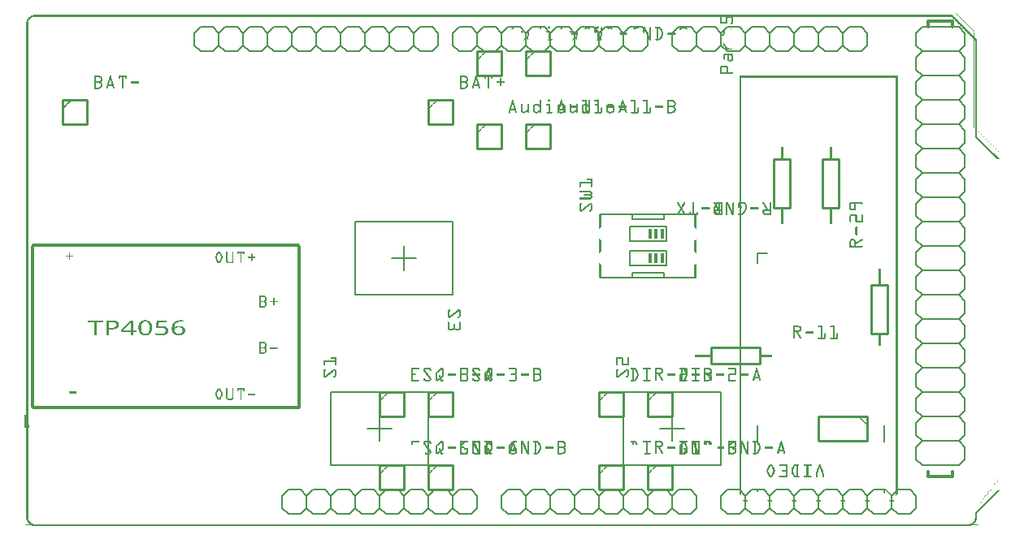
<source format=gto>
G04 MADE WITH FRITZING*
G04 WWW.FRITZING.ORG*
G04 DOUBLE SIDED*
G04 HOLES PLATED*
G04 CONTOUR ON CENTER OF CONTOUR VECTOR*
%ASAXBY*%
%FSLAX23Y23*%
%MOIN*%
%OFA0B0*%
%SFA1.0B1.0*%
%ADD10R,0.015000X0.040000*%
%ADD11C,0.012000*%
%ADD12C,0.006000*%
%ADD13C,0.008000*%
%ADD14C,0.011923*%
%ADD15C,0.005000*%
%ADD16C,0.010000*%
%ADD17R,0.001000X0.001000*%
%LNSILK1*%
G90*
G70*
G54D10*
X2565Y1203D03*
X2590Y1203D03*
X2615Y1203D03*
X2565Y1103D03*
X2590Y1103D03*
X2615Y1103D03*
G54D11*
X3707Y228D02*
X3707Y208D01*
D02*
X3707Y208D02*
X3807Y208D01*
D02*
X3807Y208D02*
X3807Y228D01*
D02*
X3707Y2053D02*
X3707Y2078D01*
D02*
X3707Y2078D02*
X3807Y2078D01*
D02*
X3807Y2078D02*
X3807Y2053D01*
G54D12*
D02*
X3482Y153D02*
X3532Y153D01*
D02*
X3557Y128D02*
X3557Y78D01*
D02*
X3557Y78D02*
X3532Y53D01*
D02*
X3357Y128D02*
X3382Y153D01*
D02*
X3382Y153D02*
X3432Y153D01*
D02*
X3432Y153D02*
X3457Y128D01*
D02*
X3457Y128D02*
X3457Y78D01*
D02*
X3457Y78D02*
X3432Y53D01*
D02*
X3432Y53D02*
X3382Y53D01*
D02*
X3382Y53D02*
X3357Y78D01*
D02*
X3482Y153D02*
X3457Y128D01*
D02*
X3457Y78D02*
X3482Y53D01*
D02*
X3532Y53D02*
X3482Y53D01*
D02*
X3182Y153D02*
X3232Y153D01*
D02*
X3232Y153D02*
X3257Y128D01*
D02*
X3257Y128D02*
X3257Y78D01*
D02*
X3257Y78D02*
X3232Y53D01*
D02*
X3257Y128D02*
X3282Y153D01*
D02*
X3282Y153D02*
X3332Y153D01*
D02*
X3332Y153D02*
X3357Y128D01*
D02*
X3357Y128D02*
X3357Y78D01*
D02*
X3357Y78D02*
X3332Y53D01*
D02*
X3332Y53D02*
X3282Y53D01*
D02*
X3282Y53D02*
X3257Y78D01*
D02*
X3057Y128D02*
X3082Y153D01*
D02*
X3082Y153D02*
X3132Y153D01*
D02*
X3132Y153D02*
X3157Y128D01*
D02*
X3157Y128D02*
X3157Y78D01*
D02*
X3157Y78D02*
X3132Y53D01*
D02*
X3132Y53D02*
X3082Y53D01*
D02*
X3082Y53D02*
X3057Y78D01*
D02*
X3182Y153D02*
X3157Y128D01*
D02*
X3157Y78D02*
X3182Y53D01*
D02*
X3232Y53D02*
X3182Y53D01*
D02*
X2882Y153D02*
X2932Y153D01*
D02*
X2932Y153D02*
X2957Y128D01*
D02*
X2957Y128D02*
X2957Y78D01*
D02*
X2957Y78D02*
X2932Y53D01*
D02*
X2957Y128D02*
X2982Y153D01*
D02*
X2982Y153D02*
X3032Y153D01*
D02*
X3032Y153D02*
X3057Y128D01*
D02*
X3057Y128D02*
X3057Y78D01*
D02*
X3057Y78D02*
X3032Y53D01*
D02*
X3032Y53D02*
X2982Y53D01*
D02*
X2982Y53D02*
X2957Y78D01*
D02*
X2857Y128D02*
X2857Y78D01*
D02*
X2882Y153D02*
X2857Y128D01*
D02*
X2857Y78D02*
X2882Y53D01*
D02*
X2932Y53D02*
X2882Y53D01*
D02*
X3582Y153D02*
X3632Y153D01*
D02*
X3632Y153D02*
X3657Y128D01*
D02*
X3657Y128D02*
X3657Y78D01*
D02*
X3657Y78D02*
X3632Y53D01*
D02*
X3582Y153D02*
X3557Y128D01*
D02*
X3557Y78D02*
X3582Y53D01*
D02*
X3632Y53D02*
X3582Y53D01*
D02*
X2582Y153D02*
X2632Y153D01*
D02*
X2632Y153D02*
X2657Y128D01*
D02*
X2657Y128D02*
X2657Y78D01*
D02*
X2657Y78D02*
X2632Y53D01*
D02*
X2457Y128D02*
X2482Y153D01*
D02*
X2482Y153D02*
X2532Y153D01*
D02*
X2532Y153D02*
X2557Y128D01*
D02*
X2557Y128D02*
X2557Y78D01*
D02*
X2557Y78D02*
X2532Y53D01*
D02*
X2532Y53D02*
X2482Y53D01*
D02*
X2482Y53D02*
X2457Y78D01*
D02*
X2582Y153D02*
X2557Y128D01*
D02*
X2557Y78D02*
X2582Y53D01*
D02*
X2632Y53D02*
X2582Y53D01*
D02*
X2282Y153D02*
X2332Y153D01*
D02*
X2332Y153D02*
X2357Y128D01*
D02*
X2357Y128D02*
X2357Y78D01*
D02*
X2357Y78D02*
X2332Y53D01*
D02*
X2357Y128D02*
X2382Y153D01*
D02*
X2382Y153D02*
X2432Y153D01*
D02*
X2432Y153D02*
X2457Y128D01*
D02*
X2457Y128D02*
X2457Y78D01*
D02*
X2457Y78D02*
X2432Y53D01*
D02*
X2432Y53D02*
X2382Y53D01*
D02*
X2382Y53D02*
X2357Y78D01*
D02*
X2157Y128D02*
X2182Y153D01*
D02*
X2182Y153D02*
X2232Y153D01*
D02*
X2232Y153D02*
X2257Y128D01*
D02*
X2257Y128D02*
X2257Y78D01*
D02*
X2257Y78D02*
X2232Y53D01*
D02*
X2232Y53D02*
X2182Y53D01*
D02*
X2182Y53D02*
X2157Y78D01*
D02*
X2282Y153D02*
X2257Y128D01*
D02*
X2257Y78D02*
X2282Y53D01*
D02*
X2332Y53D02*
X2282Y53D01*
D02*
X1982Y153D02*
X2032Y153D01*
D02*
X2032Y153D02*
X2057Y128D01*
D02*
X2057Y128D02*
X2057Y78D01*
D02*
X2057Y78D02*
X2032Y53D01*
D02*
X2057Y128D02*
X2082Y153D01*
D02*
X2082Y153D02*
X2132Y153D01*
D02*
X2132Y153D02*
X2157Y128D01*
D02*
X2157Y128D02*
X2157Y78D01*
D02*
X2157Y78D02*
X2132Y53D01*
D02*
X2132Y53D02*
X2082Y53D01*
D02*
X2082Y53D02*
X2057Y78D01*
D02*
X1957Y128D02*
X1957Y78D01*
D02*
X1982Y153D02*
X1957Y128D01*
D02*
X1957Y78D02*
X1982Y53D01*
D02*
X2032Y53D02*
X1982Y53D01*
D02*
X2682Y153D02*
X2732Y153D01*
D02*
X2732Y153D02*
X2757Y128D01*
D02*
X2757Y128D02*
X2757Y78D01*
D02*
X2757Y78D02*
X2732Y53D01*
D02*
X2682Y153D02*
X2657Y128D01*
D02*
X2657Y78D02*
X2682Y53D01*
D02*
X2732Y53D02*
X2682Y53D01*
D02*
X2832Y1953D02*
X2782Y1953D01*
D02*
X2782Y1953D02*
X2757Y1978D01*
D02*
X2757Y1978D02*
X2757Y2028D01*
D02*
X2757Y2028D02*
X2782Y2053D01*
D02*
X2957Y1978D02*
X2932Y1953D01*
D02*
X2932Y1953D02*
X2882Y1953D01*
D02*
X2882Y1953D02*
X2857Y1978D01*
D02*
X2857Y1978D02*
X2857Y2028D01*
D02*
X2857Y2028D02*
X2882Y2053D01*
D02*
X2882Y2053D02*
X2932Y2053D01*
D02*
X2932Y2053D02*
X2957Y2028D01*
D02*
X2832Y1953D02*
X2857Y1978D01*
D02*
X2857Y2028D02*
X2832Y2053D01*
D02*
X2782Y2053D02*
X2832Y2053D01*
D02*
X3132Y1953D02*
X3082Y1953D01*
D02*
X3082Y1953D02*
X3057Y1978D01*
D02*
X3057Y1978D02*
X3057Y2028D01*
D02*
X3057Y2028D02*
X3082Y2053D01*
D02*
X3057Y1978D02*
X3032Y1953D01*
D02*
X3032Y1953D02*
X2982Y1953D01*
D02*
X2982Y1953D02*
X2957Y1978D01*
D02*
X2957Y1978D02*
X2957Y2028D01*
D02*
X2957Y2028D02*
X2982Y2053D01*
D02*
X2982Y2053D02*
X3032Y2053D01*
D02*
X3032Y2053D02*
X3057Y2028D01*
D02*
X3257Y1978D02*
X3232Y1953D01*
D02*
X3232Y1953D02*
X3182Y1953D01*
D02*
X3182Y1953D02*
X3157Y1978D01*
D02*
X3157Y1978D02*
X3157Y2028D01*
D02*
X3157Y2028D02*
X3182Y2053D01*
D02*
X3182Y2053D02*
X3232Y2053D01*
D02*
X3232Y2053D02*
X3257Y2028D01*
D02*
X3132Y1953D02*
X3157Y1978D01*
D02*
X3157Y2028D02*
X3132Y2053D01*
D02*
X3082Y2053D02*
X3132Y2053D01*
D02*
X3432Y1953D02*
X3382Y1953D01*
D02*
X3382Y1953D02*
X3357Y1978D01*
D02*
X3357Y1978D02*
X3357Y2028D01*
D02*
X3357Y2028D02*
X3382Y2053D01*
D02*
X3357Y1978D02*
X3332Y1953D01*
D02*
X3332Y1953D02*
X3282Y1953D01*
D02*
X3282Y1953D02*
X3257Y1978D01*
D02*
X3257Y1978D02*
X3257Y2028D01*
D02*
X3257Y2028D02*
X3282Y2053D01*
D02*
X3282Y2053D02*
X3332Y2053D01*
D02*
X3332Y2053D02*
X3357Y2028D01*
D02*
X3457Y1978D02*
X3457Y2028D01*
D02*
X3432Y1953D02*
X3457Y1978D01*
D02*
X3457Y2028D02*
X3432Y2053D01*
D02*
X3382Y2053D02*
X3432Y2053D01*
D02*
X2732Y1953D02*
X2682Y1953D01*
D02*
X2682Y1953D02*
X2657Y1978D01*
D02*
X2657Y1978D02*
X2657Y2028D01*
D02*
X2657Y2028D02*
X2682Y2053D01*
D02*
X2732Y1953D02*
X2757Y1978D01*
D02*
X2757Y2028D02*
X2732Y2053D01*
D02*
X2682Y2053D02*
X2732Y2053D01*
D02*
X1497Y2028D02*
X1522Y2053D01*
D02*
X1522Y2053D02*
X1572Y2053D01*
D02*
X1572Y2053D02*
X1597Y2028D01*
D02*
X1597Y2028D02*
X1597Y1978D01*
D02*
X1597Y1978D02*
X1572Y1953D01*
D02*
X1572Y1953D02*
X1522Y1953D01*
D02*
X1522Y1953D02*
X1497Y1978D01*
D02*
X1322Y2053D02*
X1372Y2053D01*
D02*
X1372Y2053D02*
X1397Y2028D01*
D02*
X1397Y2028D02*
X1397Y1978D01*
D02*
X1397Y1978D02*
X1372Y1953D01*
D02*
X1397Y2028D02*
X1422Y2053D01*
D02*
X1422Y2053D02*
X1472Y2053D01*
D02*
X1472Y2053D02*
X1497Y2028D01*
D02*
X1497Y2028D02*
X1497Y1978D01*
D02*
X1497Y1978D02*
X1472Y1953D01*
D02*
X1472Y1953D02*
X1422Y1953D01*
D02*
X1422Y1953D02*
X1397Y1978D01*
D02*
X1197Y2028D02*
X1222Y2053D01*
D02*
X1222Y2053D02*
X1272Y2053D01*
D02*
X1272Y2053D02*
X1297Y2028D01*
D02*
X1297Y2028D02*
X1297Y1978D01*
D02*
X1297Y1978D02*
X1272Y1953D01*
D02*
X1272Y1953D02*
X1222Y1953D01*
D02*
X1222Y1953D02*
X1197Y1978D01*
D02*
X1322Y2053D02*
X1297Y2028D01*
D02*
X1297Y1978D02*
X1322Y1953D01*
D02*
X1372Y1953D02*
X1322Y1953D01*
D02*
X1022Y2053D02*
X1072Y2053D01*
D02*
X1072Y2053D02*
X1097Y2028D01*
D02*
X1097Y2028D02*
X1097Y1978D01*
D02*
X1097Y1978D02*
X1072Y1953D01*
D02*
X1097Y2028D02*
X1122Y2053D01*
D02*
X1122Y2053D02*
X1172Y2053D01*
D02*
X1172Y2053D02*
X1197Y2028D01*
D02*
X1197Y2028D02*
X1197Y1978D01*
D02*
X1197Y1978D02*
X1172Y1953D01*
D02*
X1172Y1953D02*
X1122Y1953D01*
D02*
X1122Y1953D02*
X1097Y1978D01*
D02*
X897Y2028D02*
X922Y2053D01*
D02*
X922Y2053D02*
X972Y2053D01*
D02*
X972Y2053D02*
X997Y2028D01*
D02*
X997Y2028D02*
X997Y1978D01*
D02*
X997Y1978D02*
X972Y1953D01*
D02*
X972Y1953D02*
X922Y1953D01*
D02*
X922Y1953D02*
X897Y1978D01*
D02*
X1022Y2053D02*
X997Y2028D01*
D02*
X997Y1978D02*
X1022Y1953D01*
D02*
X1072Y1953D02*
X1022Y1953D01*
D02*
X722Y2053D02*
X772Y2053D01*
D02*
X772Y2053D02*
X797Y2028D01*
D02*
X797Y2028D02*
X797Y1978D01*
D02*
X797Y1978D02*
X772Y1953D01*
D02*
X797Y2028D02*
X822Y2053D01*
D02*
X822Y2053D02*
X872Y2053D01*
D02*
X872Y2053D02*
X897Y2028D01*
D02*
X897Y2028D02*
X897Y1978D01*
D02*
X897Y1978D02*
X872Y1953D01*
D02*
X872Y1953D02*
X822Y1953D01*
D02*
X822Y1953D02*
X797Y1978D01*
D02*
X697Y2028D02*
X697Y1978D01*
D02*
X722Y2053D02*
X697Y2028D01*
D02*
X697Y1978D02*
X722Y1953D01*
D02*
X772Y1953D02*
X722Y1953D01*
D02*
X1622Y2053D02*
X1672Y2053D01*
D02*
X1672Y2053D02*
X1697Y2028D01*
D02*
X1697Y2028D02*
X1697Y1978D01*
D02*
X1697Y1978D02*
X1672Y1953D01*
D02*
X1622Y2053D02*
X1597Y2028D01*
D02*
X1597Y1978D02*
X1622Y1953D01*
D02*
X1672Y1953D02*
X1622Y1953D01*
D02*
X1682Y153D02*
X1732Y153D01*
D02*
X1732Y153D02*
X1757Y128D01*
D02*
X1757Y128D02*
X1757Y78D01*
D02*
X1757Y78D02*
X1732Y53D01*
D02*
X1557Y128D02*
X1582Y153D01*
D02*
X1582Y153D02*
X1632Y153D01*
D02*
X1632Y153D02*
X1657Y128D01*
D02*
X1657Y128D02*
X1657Y78D01*
D02*
X1657Y78D02*
X1632Y53D01*
D02*
X1632Y53D02*
X1582Y53D01*
D02*
X1582Y53D02*
X1557Y78D01*
D02*
X1682Y153D02*
X1657Y128D01*
D02*
X1657Y78D02*
X1682Y53D01*
D02*
X1732Y53D02*
X1682Y53D01*
D02*
X1382Y153D02*
X1432Y153D01*
D02*
X1432Y153D02*
X1457Y128D01*
D02*
X1457Y128D02*
X1457Y78D01*
D02*
X1457Y78D02*
X1432Y53D01*
D02*
X1457Y128D02*
X1482Y153D01*
D02*
X1482Y153D02*
X1532Y153D01*
D02*
X1532Y153D02*
X1557Y128D01*
D02*
X1557Y128D02*
X1557Y78D01*
D02*
X1557Y78D02*
X1532Y53D01*
D02*
X1532Y53D02*
X1482Y53D01*
D02*
X1482Y53D02*
X1457Y78D01*
D02*
X1257Y128D02*
X1282Y153D01*
D02*
X1282Y153D02*
X1332Y153D01*
D02*
X1332Y153D02*
X1357Y128D01*
D02*
X1357Y128D02*
X1357Y78D01*
D02*
X1357Y78D02*
X1332Y53D01*
D02*
X1332Y53D02*
X1282Y53D01*
D02*
X1282Y53D02*
X1257Y78D01*
D02*
X1382Y153D02*
X1357Y128D01*
D02*
X1357Y78D02*
X1382Y53D01*
D02*
X1432Y53D02*
X1382Y53D01*
D02*
X1082Y153D02*
X1132Y153D01*
D02*
X1132Y153D02*
X1157Y128D01*
D02*
X1157Y128D02*
X1157Y78D01*
D02*
X1157Y78D02*
X1132Y53D01*
D02*
X1157Y128D02*
X1182Y153D01*
D02*
X1182Y153D02*
X1232Y153D01*
D02*
X1232Y153D02*
X1257Y128D01*
D02*
X1257Y128D02*
X1257Y78D01*
D02*
X1257Y78D02*
X1232Y53D01*
D02*
X1232Y53D02*
X1182Y53D01*
D02*
X1182Y53D02*
X1157Y78D01*
D02*
X1057Y128D02*
X1057Y78D01*
D02*
X1082Y153D02*
X1057Y128D01*
D02*
X1057Y78D02*
X1082Y53D01*
D02*
X1132Y53D02*
X1082Y53D01*
D02*
X1782Y153D02*
X1832Y153D01*
D02*
X1832Y153D02*
X1857Y128D01*
D02*
X1857Y128D02*
X1857Y78D01*
D02*
X1857Y78D02*
X1832Y53D01*
D02*
X1782Y153D02*
X1757Y128D01*
D02*
X1757Y78D02*
X1782Y53D01*
D02*
X1832Y53D02*
X1782Y53D01*
D02*
X1932Y1953D02*
X1882Y1953D01*
D02*
X1882Y1953D02*
X1857Y1978D01*
D02*
X1857Y1978D02*
X1857Y2028D01*
D02*
X1857Y2028D02*
X1882Y2053D01*
D02*
X2057Y1978D02*
X2032Y1953D01*
D02*
X2032Y1953D02*
X1982Y1953D01*
D02*
X1982Y1953D02*
X1957Y1978D01*
D02*
X1957Y1978D02*
X1957Y2028D01*
D02*
X1957Y2028D02*
X1982Y2053D01*
D02*
X1982Y2053D02*
X2032Y2053D01*
D02*
X2032Y2053D02*
X2057Y2028D01*
D02*
X1932Y1953D02*
X1957Y1978D01*
D02*
X1957Y2028D02*
X1932Y2053D01*
D02*
X1882Y2053D02*
X1932Y2053D01*
D02*
X2232Y1953D02*
X2182Y1953D01*
D02*
X2182Y1953D02*
X2157Y1978D01*
D02*
X2157Y1978D02*
X2157Y2028D01*
D02*
X2157Y2028D02*
X2182Y2053D01*
D02*
X2157Y1978D02*
X2132Y1953D01*
D02*
X2132Y1953D02*
X2082Y1953D01*
D02*
X2082Y1953D02*
X2057Y1978D01*
D02*
X2057Y1978D02*
X2057Y2028D01*
D02*
X2057Y2028D02*
X2082Y2053D01*
D02*
X2082Y2053D02*
X2132Y2053D01*
D02*
X2132Y2053D02*
X2157Y2028D01*
D02*
X2357Y1978D02*
X2332Y1953D01*
D02*
X2332Y1953D02*
X2282Y1953D01*
D02*
X2282Y1953D02*
X2257Y1978D01*
D02*
X2257Y1978D02*
X2257Y2028D01*
D02*
X2257Y2028D02*
X2282Y2053D01*
D02*
X2282Y2053D02*
X2332Y2053D01*
D02*
X2332Y2053D02*
X2357Y2028D01*
D02*
X2232Y1953D02*
X2257Y1978D01*
D02*
X2257Y2028D02*
X2232Y2053D01*
D02*
X2182Y2053D02*
X2232Y2053D01*
D02*
X2532Y1953D02*
X2482Y1953D01*
D02*
X2482Y1953D02*
X2457Y1978D01*
D02*
X2457Y1978D02*
X2457Y2028D01*
D02*
X2457Y2028D02*
X2482Y2053D01*
D02*
X2457Y1978D02*
X2432Y1953D01*
D02*
X2432Y1953D02*
X2382Y1953D01*
D02*
X2382Y1953D02*
X2357Y1978D01*
D02*
X2357Y1978D02*
X2357Y2028D01*
D02*
X2357Y2028D02*
X2382Y2053D01*
D02*
X2382Y2053D02*
X2432Y2053D01*
D02*
X2432Y2053D02*
X2457Y2028D01*
D02*
X2557Y1978D02*
X2557Y2028D01*
D02*
X2532Y1953D02*
X2557Y1978D01*
D02*
X2557Y2028D02*
X2532Y2053D01*
D02*
X2482Y2053D02*
X2532Y2053D01*
D02*
X1832Y1953D02*
X1782Y1953D01*
D02*
X1782Y1953D02*
X1757Y1978D01*
D02*
X1757Y1978D02*
X1757Y2028D01*
D02*
X1757Y2028D02*
X1782Y2053D01*
D02*
X1832Y1953D02*
X1857Y1978D01*
D02*
X1857Y2028D02*
X1832Y2053D01*
D02*
X1782Y2053D02*
X1832Y2053D01*
D02*
X3682Y2053D02*
X3657Y2028D01*
D02*
X3657Y2028D02*
X3657Y1978D01*
D02*
X3657Y1978D02*
X3682Y1953D01*
D02*
X3682Y1953D02*
X3657Y1928D01*
D02*
X3657Y1928D02*
X3657Y1878D01*
D02*
X3657Y1878D02*
X3682Y1853D01*
D02*
X3682Y1853D02*
X3657Y1828D01*
D02*
X3657Y1828D02*
X3657Y1778D01*
D02*
X3657Y1778D02*
X3682Y1753D01*
D02*
X3682Y1753D02*
X3657Y1728D01*
D02*
X3657Y1728D02*
X3657Y1678D01*
D02*
X3657Y1678D02*
X3682Y1653D01*
D02*
X3682Y1653D02*
X3657Y1628D01*
D02*
X3657Y1628D02*
X3657Y1578D01*
D02*
X3657Y1578D02*
X3682Y1553D01*
D02*
X3682Y1553D02*
X3657Y1528D01*
D02*
X3657Y1528D02*
X3657Y1478D01*
D02*
X3657Y1478D02*
X3682Y1453D01*
D02*
X3682Y2053D02*
X3832Y2053D01*
D02*
X3832Y2053D02*
X3857Y2028D01*
D02*
X3857Y2028D02*
X3857Y1978D01*
D02*
X3857Y1978D02*
X3832Y1953D01*
D02*
X3832Y1953D02*
X3857Y1928D01*
D02*
X3857Y1928D02*
X3857Y1878D01*
D02*
X3857Y1878D02*
X3832Y1853D01*
D02*
X3832Y1853D02*
X3857Y1828D01*
D02*
X3857Y1828D02*
X3857Y1778D01*
D02*
X3857Y1778D02*
X3832Y1753D01*
D02*
X3832Y1753D02*
X3857Y1728D01*
D02*
X3857Y1728D02*
X3857Y1678D01*
D02*
X3857Y1678D02*
X3832Y1653D01*
D02*
X3832Y1653D02*
X3857Y1628D01*
D02*
X3857Y1628D02*
X3857Y1578D01*
D02*
X3857Y1578D02*
X3832Y1553D01*
D02*
X3832Y1553D02*
X3857Y1528D01*
D02*
X3857Y1528D02*
X3857Y1478D01*
D02*
X3857Y1478D02*
X3832Y1453D01*
D02*
X3832Y1453D02*
X3857Y1428D01*
D02*
X3857Y1428D02*
X3857Y1378D01*
D02*
X3857Y1378D02*
X3832Y1353D01*
D02*
X3832Y1353D02*
X3857Y1328D01*
D02*
X3857Y1328D02*
X3857Y1278D01*
D02*
X3857Y1278D02*
X3832Y1253D01*
D02*
X3832Y1253D02*
X3857Y1228D01*
D02*
X3857Y1228D02*
X3857Y1178D01*
D02*
X3857Y1178D02*
X3832Y1153D01*
D02*
X3832Y1153D02*
X3857Y1128D01*
D02*
X3857Y1128D02*
X3857Y1078D01*
D02*
X3857Y1078D02*
X3832Y1053D01*
D02*
X3832Y1053D02*
X3857Y1028D01*
D02*
X3857Y1028D02*
X3857Y978D01*
D02*
X3857Y978D02*
X3832Y953D01*
D02*
X3832Y953D02*
X3857Y928D01*
D02*
X3857Y928D02*
X3857Y878D01*
D02*
X3832Y853D02*
X3857Y878D01*
D02*
X3832Y853D02*
X3857Y828D01*
D02*
X3857Y778D02*
X3857Y828D01*
D02*
X3857Y778D02*
X3832Y753D01*
D02*
X3832Y753D02*
X3857Y728D01*
D02*
X3857Y678D02*
X3857Y728D01*
D02*
X3857Y678D02*
X3832Y653D01*
D02*
X3832Y653D02*
X3857Y628D01*
D02*
X3857Y578D02*
X3857Y628D01*
D02*
X3857Y578D02*
X3832Y553D01*
D02*
X3832Y553D02*
X3857Y528D01*
D02*
X3857Y478D02*
X3857Y528D01*
D02*
X3857Y478D02*
X3832Y453D01*
D02*
X3832Y453D02*
X3857Y428D01*
D02*
X3857Y378D02*
X3857Y428D01*
D02*
X3857Y378D02*
X3832Y353D01*
D02*
X3832Y353D02*
X3857Y328D01*
D02*
X3857Y278D02*
X3857Y328D01*
D02*
X3857Y278D02*
X3832Y253D01*
D02*
X3682Y253D02*
X3657Y278D01*
D02*
X3657Y278D02*
X3657Y328D01*
D02*
X3682Y353D02*
X3657Y328D01*
D02*
X3682Y353D02*
X3657Y378D01*
D02*
X3657Y378D02*
X3657Y428D01*
D02*
X3682Y453D02*
X3657Y428D01*
D02*
X3682Y453D02*
X3657Y478D01*
D02*
X3657Y528D02*
X3657Y478D01*
D02*
X3657Y528D02*
X3682Y553D01*
D02*
X3682Y553D02*
X3657Y578D01*
D02*
X3657Y628D02*
X3657Y578D01*
D02*
X3657Y628D02*
X3682Y653D01*
D02*
X3682Y653D02*
X3657Y678D01*
D02*
X3657Y678D02*
X3657Y728D01*
D02*
X3682Y753D02*
X3657Y728D01*
D02*
X3682Y753D02*
X3657Y778D01*
D02*
X3657Y778D02*
X3657Y828D01*
D02*
X3682Y853D02*
X3657Y828D01*
D02*
X3682Y853D02*
X3657Y878D01*
D02*
X3657Y878D02*
X3657Y928D01*
D02*
X3682Y953D02*
X3657Y928D01*
D02*
X3682Y953D02*
X3657Y978D01*
D02*
X3657Y978D02*
X3657Y1028D01*
D02*
X3682Y1053D02*
X3657Y1028D01*
D02*
X3682Y1053D02*
X3657Y1078D01*
D02*
X3657Y1078D02*
X3657Y1128D01*
D02*
X3682Y1153D02*
X3657Y1128D01*
D02*
X3682Y1153D02*
X3657Y1178D01*
D02*
X3657Y1178D02*
X3657Y1228D01*
D02*
X3682Y1253D02*
X3657Y1228D01*
D02*
X3682Y1253D02*
X3657Y1278D01*
D02*
X3657Y1278D02*
X3657Y1328D01*
D02*
X3682Y1353D02*
X3657Y1328D01*
D02*
X3682Y1353D02*
X3657Y1378D01*
D02*
X3657Y1378D02*
X3657Y1428D01*
D02*
X3682Y1453D02*
X3657Y1428D01*
D02*
X3832Y1953D02*
X3682Y1953D01*
D02*
X3832Y1853D02*
X3682Y1853D01*
D02*
X3832Y1753D02*
X3682Y1753D01*
D02*
X3832Y1653D02*
X3682Y1653D01*
D02*
X3832Y1553D02*
X3682Y1553D01*
D02*
X3832Y1453D02*
X3682Y1453D01*
D02*
X3832Y1353D02*
X3682Y1353D01*
D02*
X3832Y1253D02*
X3682Y1253D01*
D02*
X3832Y1153D02*
X3682Y1153D01*
D02*
X3832Y1053D02*
X3682Y1053D01*
D02*
X3832Y953D02*
X3682Y953D01*
D02*
X3832Y853D02*
X3682Y853D01*
D02*
X3832Y753D02*
X3682Y753D01*
D02*
X3832Y653D02*
X3682Y653D01*
D02*
X3832Y553D02*
X3682Y553D01*
D02*
X3832Y453D02*
X3682Y453D01*
D02*
X3832Y353D02*
X3682Y353D01*
D02*
X3832Y253D02*
X3682Y253D01*
G54D13*
D02*
X2362Y1023D02*
X2492Y1023D01*
D02*
X2622Y1023D02*
X2622Y1043D01*
D02*
X2622Y1043D02*
X2492Y1043D01*
D02*
X2492Y1043D02*
X2492Y1023D01*
D02*
X2622Y1023D02*
X2752Y1023D01*
D02*
X2492Y1023D02*
X2622Y1023D01*
D02*
X2752Y1283D02*
X2622Y1283D01*
D02*
X2492Y1283D02*
X2492Y1263D01*
D02*
X2492Y1263D02*
X2622Y1263D01*
D02*
X2622Y1263D02*
X2622Y1283D01*
D02*
X2492Y1283D02*
X2362Y1283D01*
D02*
X2622Y1283D02*
X2492Y1283D01*
D02*
X2482Y1173D02*
X2632Y1173D01*
D02*
X2482Y1173D02*
X2482Y1233D01*
D02*
X2632Y1233D02*
X2482Y1233D01*
D02*
X2632Y1233D02*
X2632Y1173D01*
D02*
X2482Y1073D02*
X2632Y1073D01*
D02*
X2482Y1073D02*
X2482Y1133D01*
D02*
X2632Y1133D02*
X2482Y1133D01*
D02*
X2632Y1133D02*
X2632Y1073D01*
G54D14*
D02*
X34Y1152D02*
X34Y495D01*
D02*
X36Y492D02*
X1125Y492D01*
D02*
X1125Y495D02*
X1125Y1152D01*
D02*
X1123Y1158D02*
X35Y1158D01*
G54D13*
D02*
X3007Y419D02*
X3007Y352D01*
D02*
X3527Y419D02*
X3527Y352D01*
D02*
X3007Y1123D02*
X3046Y1123D01*
D02*
X3007Y1123D02*
X3007Y1084D01*
G54D15*
D02*
X1457Y453D02*
X1457Y353D01*
D02*
X1407Y403D02*
X1507Y403D01*
D02*
X1257Y553D02*
X1657Y553D01*
D02*
X1657Y553D02*
X1657Y253D01*
D02*
X1657Y253D02*
X1257Y253D01*
D02*
X1257Y253D02*
X1257Y553D01*
D02*
X1557Y1053D02*
X1557Y1153D01*
D02*
X1607Y1103D02*
X1507Y1103D01*
D02*
X1757Y953D02*
X1357Y953D01*
D02*
X1357Y953D02*
X1357Y1253D01*
D02*
X1357Y1253D02*
X1757Y1253D01*
D02*
X1757Y1253D02*
X1757Y953D01*
D02*
X2657Y453D02*
X2657Y353D01*
D02*
X2607Y403D02*
X2707Y403D01*
D02*
X2457Y553D02*
X2857Y553D01*
D02*
X2857Y553D02*
X2857Y253D01*
D02*
X2857Y253D02*
X2457Y253D01*
D02*
X2457Y253D02*
X2457Y553D01*
G54D16*
D02*
X1657Y1753D02*
X1657Y1653D01*
D02*
X1657Y1653D02*
X1757Y1653D01*
D02*
X1757Y1653D02*
X1757Y1753D01*
D02*
X1757Y1753D02*
X1657Y1753D01*
D02*
X157Y1753D02*
X157Y1653D01*
D02*
X157Y1653D02*
X257Y1653D01*
D02*
X257Y1653D02*
X257Y1753D01*
D02*
X257Y1753D02*
X157Y1753D01*
D02*
X2057Y1653D02*
X2057Y1553D01*
D02*
X2057Y1553D02*
X2157Y1553D01*
D02*
X2157Y1553D02*
X2157Y1653D01*
D02*
X2157Y1653D02*
X2057Y1653D01*
D02*
X2057Y1953D02*
X2057Y1853D01*
D02*
X2057Y1853D02*
X2157Y1853D01*
D02*
X2157Y1853D02*
X2157Y1953D01*
D02*
X2157Y1953D02*
X2057Y1953D01*
D02*
X1457Y553D02*
X1457Y453D01*
D02*
X1457Y453D02*
X1557Y453D01*
D02*
X1557Y453D02*
X1557Y553D01*
D02*
X1557Y553D02*
X1457Y553D01*
D02*
X1457Y253D02*
X1457Y153D01*
D02*
X1457Y153D02*
X1557Y153D01*
D02*
X1557Y153D02*
X1557Y253D01*
D02*
X1557Y253D02*
X1457Y253D01*
D02*
X2557Y553D02*
X2557Y453D01*
D02*
X2557Y453D02*
X2657Y453D01*
D02*
X2657Y453D02*
X2657Y553D01*
D02*
X2657Y553D02*
X2557Y553D01*
D02*
X2557Y253D02*
X2557Y153D01*
D02*
X2557Y153D02*
X2657Y153D01*
D02*
X2657Y153D02*
X2657Y253D01*
D02*
X2657Y253D02*
X2557Y253D01*
D02*
X3274Y1312D02*
X3274Y1512D01*
D02*
X3274Y1512D02*
X3340Y1512D01*
D02*
X3340Y1512D02*
X3340Y1312D01*
D02*
X3340Y1312D02*
X3274Y1312D01*
D02*
X3074Y1312D02*
X3074Y1512D01*
D02*
X3074Y1512D02*
X3140Y1512D01*
D02*
X3140Y1512D02*
X3140Y1312D01*
D02*
X3140Y1312D02*
X3074Y1312D01*
D02*
X2357Y553D02*
X2357Y453D01*
D02*
X2357Y453D02*
X2457Y453D01*
D02*
X2457Y453D02*
X2457Y553D01*
D02*
X2457Y553D02*
X2357Y553D01*
D02*
X2357Y253D02*
X2357Y153D01*
D02*
X2357Y153D02*
X2457Y153D01*
D02*
X2457Y153D02*
X2457Y253D01*
D02*
X2457Y253D02*
X2357Y253D01*
D02*
X1657Y553D02*
X1657Y453D01*
D02*
X1657Y453D02*
X1757Y453D01*
D02*
X1757Y453D02*
X1757Y553D01*
D02*
X1757Y553D02*
X1657Y553D01*
D02*
X1657Y253D02*
X1657Y153D01*
D02*
X1657Y153D02*
X1757Y153D01*
D02*
X1757Y153D02*
X1757Y253D01*
D02*
X1757Y253D02*
X1657Y253D01*
D02*
X1857Y1653D02*
X1857Y1553D01*
D02*
X1857Y1553D02*
X1957Y1553D01*
D02*
X1957Y1553D02*
X1957Y1653D01*
D02*
X1957Y1653D02*
X1857Y1653D01*
D02*
X1857Y1953D02*
X1857Y1853D01*
D02*
X1857Y1853D02*
X1957Y1853D01*
D02*
X1957Y1853D02*
X1957Y1953D01*
D02*
X1957Y1953D02*
X1857Y1953D01*
D02*
X3540Y993D02*
X3540Y793D01*
D02*
X3540Y793D02*
X3474Y793D01*
D02*
X3474Y793D02*
X3474Y993D01*
D02*
X3474Y993D02*
X3540Y993D01*
D02*
X2817Y736D02*
X3017Y736D01*
D02*
X3017Y736D02*
X3017Y670D01*
D02*
X3017Y670D02*
X2817Y670D01*
D02*
X2817Y670D02*
X2817Y736D01*
D02*
X3457Y453D02*
X3257Y453D01*
D02*
X3257Y453D02*
X3257Y353D01*
D02*
X3257Y353D02*
X3457Y353D01*
D02*
X3457Y353D02*
X3457Y453D01*
G54D17*
X0Y2111D02*
X3817Y2111D01*
X3819Y2111D02*
X3819Y2111D01*
X0Y2110D02*
X0Y2110D01*
X3820Y2110D02*
X3820Y2110D01*
X0Y2109D02*
X0Y2109D01*
X3821Y2109D02*
X3821Y2109D01*
X0Y2108D02*
X0Y2108D01*
X4Y2108D02*
X3817Y2108D01*
X3822Y2108D02*
X3822Y2108D01*
X0Y2107D02*
X0Y2107D01*
X3Y2107D02*
X3Y2107D01*
X3818Y2107D02*
X3818Y2107D01*
X3823Y2107D02*
X3823Y2107D01*
X0Y2106D02*
X0Y2106D01*
X3Y2106D02*
X3Y2106D01*
X3819Y2106D02*
X3819Y2106D01*
X3824Y2106D02*
X3824Y2106D01*
X0Y2105D02*
X0Y2105D01*
X3Y2105D02*
X3Y2105D01*
X3820Y2105D02*
X3820Y2105D01*
X3825Y2105D02*
X3825Y2105D01*
X0Y2104D02*
X0Y2104D01*
X3Y2104D02*
X3Y2104D01*
X3821Y2104D02*
X3821Y2104D01*
X3826Y2104D02*
X3826Y2104D01*
X0Y2103D02*
X0Y2103D01*
X3Y2103D02*
X3Y2103D01*
X40Y2103D02*
X3805Y2103D01*
X3822Y2103D02*
X3822Y2103D01*
X3827Y2103D02*
X3827Y2103D01*
X0Y2102D02*
X0Y2102D01*
X3Y2102D02*
X3Y2102D01*
X35Y2102D02*
X3806Y2102D01*
X3823Y2102D02*
X3823Y2102D01*
X3828Y2102D02*
X3828Y2102D01*
X0Y2101D02*
X0Y2101D01*
X3Y2101D02*
X3Y2101D01*
X32Y2101D02*
X3807Y2101D01*
X3824Y2101D02*
X3824Y2101D01*
X3829Y2101D02*
X3829Y2101D01*
X0Y2100D02*
X0Y2100D01*
X3Y2100D02*
X3Y2100D01*
X30Y2100D02*
X3808Y2100D01*
X3825Y2100D02*
X3825Y2100D01*
X3830Y2100D02*
X3830Y2100D01*
X0Y2099D02*
X0Y2099D01*
X3Y2099D02*
X3Y2099D01*
X28Y2099D02*
X3809Y2099D01*
X3826Y2099D02*
X3826Y2099D01*
X3831Y2099D02*
X3831Y2099D01*
X0Y2098D02*
X0Y2098D01*
X3Y2098D02*
X3Y2098D01*
X26Y2098D02*
X3810Y2098D01*
X3827Y2098D02*
X3827Y2098D01*
X3832Y2098D02*
X3832Y2098D01*
X0Y2097D02*
X0Y2097D01*
X3Y2097D02*
X3Y2097D01*
X24Y2097D02*
X3811Y2097D01*
X3828Y2097D02*
X3828Y2097D01*
X3833Y2097D02*
X3833Y2097D01*
X0Y2096D02*
X0Y2096D01*
X3Y2096D02*
X3Y2096D01*
X23Y2096D02*
X3812Y2096D01*
X3829Y2096D02*
X3829Y2096D01*
X3834Y2096D02*
X3834Y2096D01*
X0Y2095D02*
X0Y2095D01*
X3Y2095D02*
X3Y2095D01*
X22Y2095D02*
X40Y2095D01*
X2853Y2095D02*
X2858Y2095D01*
X2879Y2095D02*
X2903Y2095D01*
X3802Y2095D02*
X3813Y2095D01*
X3830Y2095D02*
X3830Y2095D01*
X3835Y2095D02*
X3835Y2095D01*
X0Y2094D02*
X0Y2094D01*
X3Y2094D02*
X3Y2094D01*
X20Y2094D02*
X35Y2094D01*
X2853Y2094D02*
X2858Y2094D01*
X2878Y2094D02*
X2904Y2094D01*
X3803Y2094D02*
X3814Y2094D01*
X3831Y2094D02*
X3831Y2094D01*
X3836Y2094D02*
X3836Y2094D01*
X0Y2093D02*
X0Y2093D01*
X3Y2093D02*
X3Y2093D01*
X19Y2093D02*
X33Y2093D01*
X2852Y2093D02*
X2858Y2093D01*
X2877Y2093D02*
X2905Y2093D01*
X3804Y2093D02*
X3815Y2093D01*
X3832Y2093D02*
X3832Y2093D01*
X3837Y2093D02*
X3837Y2093D01*
X0Y2092D02*
X0Y2092D01*
X3Y2092D02*
X3Y2092D01*
X18Y2092D02*
X30Y2092D01*
X2852Y2092D02*
X2858Y2092D01*
X2876Y2092D02*
X2905Y2092D01*
X3805Y2092D02*
X3816Y2092D01*
X3833Y2092D02*
X3833Y2092D01*
X3838Y2092D02*
X3838Y2092D01*
X0Y2091D02*
X0Y2091D01*
X3Y2091D02*
X3Y2091D01*
X17Y2091D02*
X29Y2091D01*
X2852Y2091D02*
X2858Y2091D01*
X2876Y2091D02*
X2905Y2091D01*
X3806Y2091D02*
X3817Y2091D01*
X3834Y2091D02*
X3834Y2091D01*
X3839Y2091D02*
X3839Y2091D01*
X0Y2090D02*
X0Y2090D01*
X3Y2090D02*
X3Y2090D01*
X16Y2090D02*
X27Y2090D01*
X2852Y2090D02*
X2858Y2090D01*
X2876Y2090D02*
X2906Y2090D01*
X3807Y2090D02*
X3818Y2090D01*
X3835Y2090D02*
X3835Y2090D01*
X3840Y2090D02*
X3840Y2090D01*
X0Y2089D02*
X0Y2089D01*
X3Y2089D02*
X3Y2089D01*
X15Y2089D02*
X26Y2089D01*
X2852Y2089D02*
X2858Y2089D01*
X2876Y2089D02*
X2882Y2089D01*
X2900Y2089D02*
X2906Y2089D01*
X3808Y2089D02*
X3819Y2089D01*
X3836Y2089D02*
X3836Y2089D01*
X3841Y2089D02*
X3841Y2089D01*
X0Y2088D02*
X0Y2088D01*
X3Y2088D02*
X3Y2088D01*
X15Y2088D02*
X25Y2088D01*
X2852Y2088D02*
X2858Y2088D01*
X2876Y2088D02*
X2882Y2088D01*
X2900Y2088D02*
X2906Y2088D01*
X3809Y2088D02*
X3820Y2088D01*
X3837Y2088D02*
X3837Y2088D01*
X3842Y2088D02*
X3842Y2088D01*
X0Y2087D02*
X0Y2087D01*
X3Y2087D02*
X3Y2087D01*
X14Y2087D02*
X23Y2087D01*
X2852Y2087D02*
X2858Y2087D01*
X2876Y2087D02*
X2882Y2087D01*
X2900Y2087D02*
X2906Y2087D01*
X3810Y2087D02*
X3821Y2087D01*
X3838Y2087D02*
X3838Y2087D01*
X3843Y2087D02*
X3843Y2087D01*
X0Y2086D02*
X0Y2086D01*
X3Y2086D02*
X3Y2086D01*
X13Y2086D02*
X22Y2086D01*
X2852Y2086D02*
X2858Y2086D01*
X2876Y2086D02*
X2882Y2086D01*
X2900Y2086D02*
X2906Y2086D01*
X3811Y2086D02*
X3822Y2086D01*
X3839Y2086D02*
X3839Y2086D01*
X3844Y2086D02*
X3844Y2086D01*
X0Y2085D02*
X0Y2085D01*
X3Y2085D02*
X3Y2085D01*
X13Y2085D02*
X22Y2085D01*
X2852Y2085D02*
X2858Y2085D01*
X2876Y2085D02*
X2882Y2085D01*
X2900Y2085D02*
X2906Y2085D01*
X3812Y2085D02*
X3823Y2085D01*
X3840Y2085D02*
X3840Y2085D01*
X3845Y2085D02*
X3845Y2085D01*
X0Y2084D02*
X0Y2084D01*
X3Y2084D02*
X3Y2084D01*
X12Y2084D02*
X21Y2084D01*
X2852Y2084D02*
X2858Y2084D01*
X2876Y2084D02*
X2882Y2084D01*
X2900Y2084D02*
X2906Y2084D01*
X3813Y2084D02*
X3824Y2084D01*
X3841Y2084D02*
X3841Y2084D01*
X3846Y2084D02*
X3846Y2084D01*
X0Y2083D02*
X0Y2083D01*
X3Y2083D02*
X3Y2083D01*
X11Y2083D02*
X20Y2083D01*
X2852Y2083D02*
X2858Y2083D01*
X2876Y2083D02*
X2882Y2083D01*
X2900Y2083D02*
X2906Y2083D01*
X3814Y2083D02*
X3825Y2083D01*
X3842Y2083D02*
X3842Y2083D01*
X3847Y2083D02*
X3847Y2083D01*
X0Y2082D02*
X0Y2082D01*
X3Y2082D02*
X3Y2082D01*
X11Y2082D02*
X19Y2082D01*
X2852Y2082D02*
X2858Y2082D01*
X2876Y2082D02*
X2882Y2082D01*
X2900Y2082D02*
X2906Y2082D01*
X3815Y2082D02*
X3826Y2082D01*
X3843Y2082D02*
X3843Y2082D01*
X3848Y2082D02*
X3848Y2082D01*
X0Y2081D02*
X0Y2081D01*
X3Y2081D02*
X3Y2081D01*
X10Y2081D02*
X18Y2081D01*
X2852Y2081D02*
X2858Y2081D01*
X2876Y2081D02*
X2882Y2081D01*
X2900Y2081D02*
X2906Y2081D01*
X3816Y2081D02*
X3827Y2081D01*
X3844Y2081D02*
X3844Y2081D01*
X3849Y2081D02*
X3849Y2081D01*
X0Y2080D02*
X0Y2080D01*
X3Y2080D02*
X3Y2080D01*
X10Y2080D02*
X18Y2080D01*
X2852Y2080D02*
X2858Y2080D01*
X2876Y2080D02*
X2882Y2080D01*
X2900Y2080D02*
X2906Y2080D01*
X3817Y2080D02*
X3828Y2080D01*
X3845Y2080D02*
X3845Y2080D01*
X3850Y2080D02*
X3850Y2080D01*
X0Y2079D02*
X0Y2079D01*
X3Y2079D02*
X3Y2079D01*
X10Y2079D02*
X17Y2079D01*
X2852Y2079D02*
X2858Y2079D01*
X2876Y2079D02*
X2882Y2079D01*
X2900Y2079D02*
X2906Y2079D01*
X3818Y2079D02*
X3829Y2079D01*
X3846Y2079D02*
X3846Y2079D01*
X3851Y2079D02*
X3851Y2079D01*
X0Y2078D02*
X0Y2078D01*
X3Y2078D02*
X3Y2078D01*
X9Y2078D02*
X17Y2078D01*
X2852Y2078D02*
X2858Y2078D01*
X2876Y2078D02*
X2882Y2078D01*
X2900Y2078D02*
X2906Y2078D01*
X3819Y2078D02*
X3830Y2078D01*
X3847Y2078D02*
X3847Y2078D01*
X3852Y2078D02*
X3852Y2078D01*
X0Y2077D02*
X0Y2077D01*
X3Y2077D02*
X3Y2077D01*
X9Y2077D02*
X16Y2077D01*
X2852Y2077D02*
X2858Y2077D01*
X2876Y2077D02*
X2882Y2077D01*
X2900Y2077D02*
X2906Y2077D01*
X3820Y2077D02*
X3831Y2077D01*
X3848Y2077D02*
X3848Y2077D01*
X3853Y2077D02*
X3853Y2077D01*
X0Y2076D02*
X0Y2076D01*
X3Y2076D02*
X3Y2076D01*
X9Y2076D02*
X16Y2076D01*
X2852Y2076D02*
X2859Y2076D01*
X2876Y2076D02*
X2882Y2076D01*
X2900Y2076D02*
X2906Y2076D01*
X3821Y2076D02*
X3832Y2076D01*
X3849Y2076D02*
X3849Y2076D01*
X3854Y2076D02*
X3854Y2076D01*
X0Y2075D02*
X0Y2075D01*
X3Y2075D02*
X3Y2075D01*
X8Y2075D02*
X15Y2075D01*
X2852Y2075D02*
X2882Y2075D01*
X2900Y2075D02*
X2906Y2075D01*
X3822Y2075D02*
X3833Y2075D01*
X3850Y2075D02*
X3850Y2075D01*
X3855Y2075D02*
X3855Y2075D01*
X0Y2074D02*
X0Y2074D01*
X3Y2074D02*
X3Y2074D01*
X8Y2074D02*
X15Y2074D01*
X2852Y2074D02*
X2882Y2074D01*
X2900Y2074D02*
X2906Y2074D01*
X3823Y2074D02*
X3834Y2074D01*
X3851Y2074D02*
X3851Y2074D01*
X3856Y2074D02*
X3856Y2074D01*
X0Y2073D02*
X0Y2073D01*
X3Y2073D02*
X3Y2073D01*
X8Y2073D02*
X15Y2073D01*
X2852Y2073D02*
X2882Y2073D01*
X2900Y2073D02*
X2906Y2073D01*
X3824Y2073D02*
X3835Y2073D01*
X3852Y2073D02*
X3852Y2073D01*
X3857Y2073D02*
X3857Y2073D01*
X0Y2072D02*
X0Y2072D01*
X3Y2072D02*
X3Y2072D01*
X7Y2072D02*
X15Y2072D01*
X2852Y2072D02*
X2882Y2072D01*
X2899Y2072D02*
X2905Y2072D01*
X3825Y2072D02*
X3836Y2072D01*
X3853Y2072D02*
X3853Y2072D01*
X3858Y2072D02*
X3858Y2072D01*
X0Y2071D02*
X0Y2071D01*
X3Y2071D02*
X3Y2071D01*
X7Y2071D02*
X14Y2071D01*
X2852Y2071D02*
X2882Y2071D01*
X2899Y2071D02*
X2905Y2071D01*
X3826Y2071D02*
X3837Y2071D01*
X3854Y2071D02*
X3854Y2071D01*
X3859Y2071D02*
X3859Y2071D01*
X0Y2070D02*
X0Y2070D01*
X3Y2070D02*
X3Y2070D01*
X7Y2070D02*
X14Y2070D01*
X2852Y2070D02*
X2882Y2070D01*
X2898Y2070D02*
X2905Y2070D01*
X3827Y2070D02*
X3838Y2070D01*
X3855Y2070D02*
X3855Y2070D01*
X3860Y2070D02*
X3860Y2070D01*
X0Y2069D02*
X0Y2069D01*
X3Y2069D02*
X3Y2069D01*
X7Y2069D02*
X14Y2069D01*
X2853Y2069D02*
X2882Y2069D01*
X2898Y2069D02*
X2905Y2069D01*
X3828Y2069D02*
X3839Y2069D01*
X3856Y2069D02*
X3856Y2069D01*
X3861Y2069D02*
X3861Y2069D01*
X0Y2068D02*
X0Y2068D01*
X3Y2068D02*
X3Y2068D01*
X7Y2068D02*
X14Y2068D01*
X2897Y2068D02*
X2904Y2068D01*
X3829Y2068D02*
X3840Y2068D01*
X3857Y2068D02*
X3857Y2068D01*
X3862Y2068D02*
X3862Y2068D01*
X0Y2067D02*
X0Y2067D01*
X3Y2067D02*
X3Y2067D01*
X7Y2067D02*
X14Y2067D01*
X2897Y2067D02*
X2904Y2067D01*
X3830Y2067D02*
X3841Y2067D01*
X3858Y2067D02*
X3858Y2067D01*
X3863Y2067D02*
X3863Y2067D01*
X0Y2066D02*
X0Y2066D01*
X3Y2066D02*
X3Y2066D01*
X7Y2066D02*
X14Y2066D01*
X2897Y2066D02*
X2903Y2066D01*
X3831Y2066D02*
X3842Y2066D01*
X3859Y2066D02*
X3859Y2066D01*
X3864Y2066D02*
X3864Y2066D01*
X0Y2065D02*
X0Y2065D01*
X3Y2065D02*
X3Y2065D01*
X7Y2065D02*
X14Y2065D01*
X2897Y2065D02*
X2903Y2065D01*
X3832Y2065D02*
X3843Y2065D01*
X3860Y2065D02*
X3860Y2065D01*
X3865Y2065D02*
X3865Y2065D01*
X0Y2064D02*
X0Y2064D01*
X3Y2064D02*
X3Y2064D01*
X7Y2064D02*
X14Y2064D01*
X2897Y2064D02*
X2902Y2064D01*
X3833Y2064D02*
X3844Y2064D01*
X3861Y2064D02*
X3861Y2064D01*
X3866Y2064D02*
X3866Y2064D01*
X0Y2063D02*
X0Y2063D01*
X3Y2063D02*
X3Y2063D01*
X7Y2063D02*
X14Y2063D01*
X2898Y2063D02*
X2902Y2063D01*
X3834Y2063D02*
X3845Y2063D01*
X3862Y2063D02*
X3862Y2063D01*
X3867Y2063D02*
X3867Y2063D01*
X0Y2062D02*
X0Y2062D01*
X3Y2062D02*
X3Y2062D01*
X7Y2062D02*
X14Y2062D01*
X2900Y2062D02*
X2900Y2062D01*
X3835Y2062D02*
X3846Y2062D01*
X3863Y2062D02*
X3863Y2062D01*
X3868Y2062D02*
X3868Y2062D01*
X0Y2061D02*
X0Y2061D01*
X3Y2061D02*
X3Y2061D01*
X7Y2061D02*
X14Y2061D01*
X3836Y2061D02*
X3847Y2061D01*
X3864Y2061D02*
X3864Y2061D01*
X3869Y2061D02*
X3869Y2061D01*
X0Y2060D02*
X0Y2060D01*
X3Y2060D02*
X3Y2060D01*
X7Y2060D02*
X14Y2060D01*
X3837Y2060D02*
X3848Y2060D01*
X3865Y2060D02*
X3865Y2060D01*
X3870Y2060D02*
X3870Y2060D01*
X0Y2059D02*
X0Y2059D01*
X3Y2059D02*
X3Y2059D01*
X7Y2059D02*
X14Y2059D01*
X3838Y2059D02*
X3849Y2059D01*
X3866Y2059D02*
X3866Y2059D01*
X3871Y2059D02*
X3871Y2059D01*
X0Y2058D02*
X0Y2058D01*
X3Y2058D02*
X3Y2058D01*
X7Y2058D02*
X14Y2058D01*
X3839Y2058D02*
X3850Y2058D01*
X3867Y2058D02*
X3867Y2058D01*
X3872Y2058D02*
X3872Y2058D01*
X0Y2057D02*
X0Y2057D01*
X3Y2057D02*
X3Y2057D01*
X7Y2057D02*
X14Y2057D01*
X3840Y2057D02*
X3851Y2057D01*
X3868Y2057D02*
X3868Y2057D01*
X3873Y2057D02*
X3873Y2057D01*
X0Y2056D02*
X0Y2056D01*
X3Y2056D02*
X3Y2056D01*
X7Y2056D02*
X14Y2056D01*
X2149Y2056D02*
X2152Y2056D01*
X2349Y2056D02*
X2352Y2056D01*
X3841Y2056D02*
X3852Y2056D01*
X3869Y2056D02*
X3869Y2056D01*
X3874Y2056D02*
X3874Y2056D01*
X0Y2055D02*
X0Y2055D01*
X3Y2055D02*
X3Y2055D01*
X7Y2055D02*
X14Y2055D01*
X2147Y2055D02*
X2154Y2055D01*
X2347Y2055D02*
X2354Y2055D01*
X3842Y2055D02*
X3853Y2055D01*
X3870Y2055D02*
X3870Y2055D01*
X3875Y2055D02*
X3875Y2055D01*
X0Y2054D02*
X0Y2054D01*
X3Y2054D02*
X3Y2054D01*
X7Y2054D02*
X14Y2054D01*
X2146Y2054D02*
X2155Y2054D01*
X2346Y2054D02*
X2355Y2054D01*
X3843Y2054D02*
X3854Y2054D01*
X3871Y2054D02*
X3871Y2054D01*
X3876Y2054D02*
X3876Y2054D01*
X0Y2053D02*
X0Y2053D01*
X3Y2053D02*
X3Y2053D01*
X7Y2053D02*
X14Y2053D01*
X2002Y2053D02*
X2002Y2053D01*
X2116Y2053D02*
X2116Y2053D01*
X2146Y2053D02*
X2155Y2053D01*
X2202Y2053D02*
X2202Y2053D01*
X2306Y2053D02*
X2317Y2053D01*
X2337Y2053D02*
X2355Y2053D01*
X2367Y2053D02*
X2367Y2053D01*
X2390Y2053D02*
X2404Y2053D01*
X2504Y2053D02*
X2504Y2053D01*
X2506Y2053D02*
X2517Y2053D01*
X2537Y2053D02*
X2545Y2053D01*
X2567Y2053D02*
X2567Y2053D01*
X2590Y2053D02*
X2604Y2053D01*
X2688Y2053D02*
X2708Y2053D01*
X3844Y2053D02*
X3855Y2053D01*
X3872Y2053D02*
X3872Y2053D01*
X3877Y2053D02*
X3877Y2053D01*
X0Y2052D02*
X0Y2052D01*
X3Y2052D02*
X3Y2052D01*
X7Y2052D02*
X14Y2052D01*
X2000Y2052D02*
X2004Y2052D01*
X2114Y2052D02*
X2118Y2052D01*
X2146Y2052D02*
X2156Y2052D01*
X2200Y2052D02*
X2204Y2052D01*
X2302Y2052D02*
X2319Y2052D01*
X2337Y2052D02*
X2356Y2052D01*
X2365Y2052D02*
X2369Y2052D01*
X2388Y2052D02*
X2407Y2052D01*
X2502Y2052D02*
X2519Y2052D01*
X2537Y2052D02*
X2545Y2052D01*
X2565Y2052D02*
X2569Y2052D01*
X2588Y2052D02*
X2607Y2052D01*
X2687Y2052D02*
X2712Y2052D01*
X3845Y2052D02*
X3856Y2052D01*
X3873Y2052D02*
X3873Y2052D01*
X3878Y2052D02*
X3878Y2052D01*
X0Y2051D02*
X0Y2051D01*
X3Y2051D02*
X3Y2051D01*
X7Y2051D02*
X14Y2051D01*
X1999Y2051D02*
X2005Y2051D01*
X2113Y2051D02*
X2119Y2051D01*
X2146Y2051D02*
X2156Y2051D01*
X2199Y2051D02*
X2205Y2051D01*
X2301Y2051D02*
X2320Y2051D01*
X2337Y2051D02*
X2356Y2051D01*
X2364Y2051D02*
X2370Y2051D01*
X2387Y2051D02*
X2408Y2051D01*
X2501Y2051D02*
X2520Y2051D01*
X2537Y2051D02*
X2546Y2051D01*
X2564Y2051D02*
X2570Y2051D01*
X2587Y2051D02*
X2608Y2051D01*
X2687Y2051D02*
X2714Y2051D01*
X3846Y2051D02*
X3857Y2051D01*
X3874Y2051D02*
X3874Y2051D01*
X3879Y2051D02*
X3879Y2051D01*
X0Y2050D02*
X0Y2050D01*
X3Y2050D02*
X3Y2050D01*
X7Y2050D02*
X14Y2050D01*
X1999Y2050D02*
X2005Y2050D01*
X2113Y2050D02*
X2119Y2050D01*
X2146Y2050D02*
X2156Y2050D01*
X2199Y2050D02*
X2205Y2050D01*
X2300Y2050D02*
X2320Y2050D01*
X2337Y2050D02*
X2356Y2050D01*
X2364Y2050D02*
X2370Y2050D01*
X2387Y2050D02*
X2410Y2050D01*
X2500Y2050D02*
X2520Y2050D01*
X2537Y2050D02*
X2546Y2050D01*
X2564Y2050D02*
X2570Y2050D01*
X2587Y2050D02*
X2610Y2050D01*
X2687Y2050D02*
X2715Y2050D01*
X3847Y2050D02*
X3858Y2050D01*
X3875Y2050D02*
X3875Y2050D01*
X3880Y2050D02*
X3880Y2050D01*
X0Y2049D02*
X0Y2049D01*
X3Y2049D02*
X3Y2049D01*
X7Y2049D02*
X14Y2049D01*
X1999Y2049D02*
X2005Y2049D01*
X2113Y2049D02*
X2119Y2049D01*
X2146Y2049D02*
X2155Y2049D01*
X2199Y2049D02*
X2205Y2049D01*
X2299Y2049D02*
X2320Y2049D01*
X2337Y2049D02*
X2355Y2049D01*
X2364Y2049D02*
X2370Y2049D01*
X2387Y2049D02*
X2410Y2049D01*
X2499Y2049D02*
X2520Y2049D01*
X2537Y2049D02*
X2547Y2049D01*
X2564Y2049D02*
X2570Y2049D01*
X2587Y2049D02*
X2610Y2049D01*
X2687Y2049D02*
X2717Y2049D01*
X3848Y2049D02*
X3859Y2049D01*
X3876Y2049D02*
X3876Y2049D01*
X3881Y2049D02*
X3881Y2049D01*
X0Y2048D02*
X0Y2048D01*
X3Y2048D02*
X3Y2048D01*
X7Y2048D02*
X14Y2048D01*
X1998Y2048D02*
X2006Y2048D01*
X2113Y2048D02*
X2119Y2048D01*
X2147Y2048D02*
X2155Y2048D01*
X2198Y2048D02*
X2206Y2048D01*
X2298Y2048D02*
X2320Y2048D01*
X2337Y2048D02*
X2355Y2048D01*
X2364Y2048D02*
X2370Y2048D01*
X2387Y2048D02*
X2411Y2048D01*
X2498Y2048D02*
X2520Y2048D01*
X2537Y2048D02*
X2547Y2048D01*
X2564Y2048D02*
X2570Y2048D01*
X2587Y2048D02*
X2611Y2048D01*
X2687Y2048D02*
X2717Y2048D01*
X3849Y2048D02*
X3860Y2048D01*
X3877Y2048D02*
X3877Y2048D01*
X3882Y2048D02*
X3882Y2048D01*
X0Y2047D02*
X0Y2047D01*
X3Y2047D02*
X3Y2047D01*
X7Y2047D02*
X14Y2047D01*
X1998Y2047D02*
X2006Y2047D01*
X2113Y2047D02*
X2119Y2047D01*
X2147Y2047D02*
X2154Y2047D01*
X2198Y2047D02*
X2206Y2047D01*
X2297Y2047D02*
X2319Y2047D01*
X2337Y2047D02*
X2354Y2047D01*
X2364Y2047D02*
X2370Y2047D01*
X2388Y2047D02*
X2412Y2047D01*
X2497Y2047D02*
X2519Y2047D01*
X2537Y2047D02*
X2548Y2047D01*
X2564Y2047D02*
X2570Y2047D01*
X2588Y2047D02*
X2612Y2047D01*
X2687Y2047D02*
X2718Y2047D01*
X3850Y2047D02*
X3861Y2047D01*
X3878Y2047D02*
X3878Y2047D01*
X3883Y2047D02*
X3883Y2047D01*
X0Y2046D02*
X0Y2046D01*
X3Y2046D02*
X3Y2046D01*
X7Y2046D02*
X14Y2046D01*
X1998Y2046D02*
X2006Y2046D01*
X2113Y2046D02*
X2119Y2046D01*
X2198Y2046D02*
X2206Y2046D01*
X2296Y2046D02*
X2306Y2046D01*
X2313Y2046D02*
X2319Y2046D01*
X2337Y2046D02*
X2348Y2046D01*
X2364Y2046D02*
X2370Y2046D01*
X2393Y2046D02*
X2400Y2046D01*
X2404Y2046D02*
X2412Y2046D01*
X2496Y2046D02*
X2508Y2046D01*
X2537Y2046D02*
X2548Y2046D01*
X2564Y2046D02*
X2570Y2046D01*
X2593Y2046D02*
X2600Y2046D01*
X2604Y2046D02*
X2612Y2046D01*
X2687Y2046D02*
X2694Y2046D01*
X2709Y2046D02*
X2719Y2046D01*
X2896Y2046D02*
X2898Y2046D01*
X3851Y2046D02*
X3862Y2046D01*
X3879Y2046D02*
X3879Y2046D01*
X3884Y2046D02*
X3884Y2046D01*
X0Y2045D02*
X0Y2045D01*
X3Y2045D02*
X3Y2045D01*
X7Y2045D02*
X14Y2045D01*
X1997Y2045D02*
X2006Y2045D01*
X2113Y2045D02*
X2119Y2045D01*
X2197Y2045D02*
X2206Y2045D01*
X2296Y2045D02*
X2304Y2045D01*
X2313Y2045D02*
X2319Y2045D01*
X2337Y2045D02*
X2348Y2045D01*
X2364Y2045D02*
X2370Y2045D01*
X2394Y2045D02*
X2400Y2045D01*
X2406Y2045D02*
X2413Y2045D01*
X2496Y2045D02*
X2508Y2045D01*
X2537Y2045D02*
X2548Y2045D01*
X2564Y2045D02*
X2570Y2045D01*
X2594Y2045D02*
X2600Y2045D01*
X2606Y2045D02*
X2613Y2045D01*
X2687Y2045D02*
X2693Y2045D01*
X2711Y2045D02*
X2719Y2045D01*
X2895Y2045D02*
X2900Y2045D01*
X3852Y2045D02*
X3863Y2045D01*
X3880Y2045D02*
X3880Y2045D01*
X3885Y2045D02*
X3885Y2045D01*
X0Y2044D02*
X0Y2044D01*
X3Y2044D02*
X3Y2044D01*
X7Y2044D02*
X14Y2044D01*
X1997Y2044D02*
X1999Y2044D01*
X2114Y2044D02*
X2119Y2044D01*
X2197Y2044D02*
X2199Y2044D01*
X2295Y2044D02*
X2299Y2044D01*
X2314Y2044D02*
X2319Y2044D01*
X2337Y2044D02*
X2349Y2044D01*
X2364Y2044D02*
X2370Y2044D01*
X2394Y2044D02*
X2399Y2044D01*
X2495Y2044D02*
X2499Y2044D01*
X2537Y2044D02*
X2549Y2044D01*
X2564Y2044D02*
X2570Y2044D01*
X2594Y2044D02*
X2600Y2044D01*
X2606Y2044D02*
X2613Y2044D01*
X2687Y2044D02*
X2693Y2044D01*
X2714Y2044D02*
X2720Y2044D01*
X2894Y2044D02*
X2899Y2044D01*
X3853Y2044D02*
X3864Y2044D01*
X3881Y2044D02*
X3881Y2044D01*
X3886Y2044D02*
X3886Y2044D01*
X0Y2043D02*
X0Y2043D01*
X3Y2043D02*
X3Y2043D01*
X7Y2043D02*
X14Y2043D01*
X2119Y2043D02*
X2119Y2043D01*
X2294Y2043D02*
X2295Y2043D01*
X2319Y2043D02*
X2319Y2043D01*
X2337Y2043D02*
X2349Y2043D01*
X2364Y2043D02*
X2370Y2043D01*
X2394Y2043D02*
X2395Y2043D01*
X2494Y2043D02*
X2495Y2043D01*
X2537Y2043D02*
X2549Y2043D01*
X2564Y2043D02*
X2570Y2043D01*
X2594Y2043D02*
X2600Y2043D01*
X2607Y2043D02*
X2614Y2043D01*
X2687Y2043D02*
X2693Y2043D01*
X2719Y2043D02*
X2720Y2043D01*
X2894Y2043D02*
X2895Y2043D01*
X3854Y2043D02*
X3865Y2043D01*
X3882Y2043D02*
X3882Y2043D01*
X3887Y2043D02*
X3887Y2043D01*
X0Y2042D02*
X0Y2042D01*
X3Y2042D02*
X3Y2042D01*
X7Y2042D02*
X14Y2042D01*
X2337Y2042D02*
X2350Y2042D01*
X2364Y2042D02*
X2370Y2042D01*
X2537Y2042D02*
X2550Y2042D01*
X2564Y2042D02*
X2570Y2042D01*
X2594Y2042D02*
X2600Y2042D01*
X2607Y2042D02*
X2614Y2042D01*
X2687Y2042D02*
X2692Y2042D01*
X2869Y2042D02*
X2872Y2042D01*
X3855Y2042D02*
X3866Y2042D01*
X3883Y2042D02*
X3883Y2042D01*
X3888Y2042D02*
X3888Y2042D01*
X0Y2041D02*
X0Y2041D01*
X3Y2041D02*
X3Y2041D01*
X7Y2041D02*
X14Y2041D01*
X2337Y2041D02*
X2350Y2041D01*
X2364Y2041D02*
X2370Y2041D01*
X2537Y2041D02*
X2550Y2041D01*
X2564Y2041D02*
X2570Y2041D01*
X2594Y2041D02*
X2600Y2041D01*
X2608Y2041D02*
X2615Y2041D01*
X2687Y2041D02*
X2689Y2041D01*
X2868Y2041D02*
X2873Y2041D01*
X3856Y2041D02*
X3867Y2041D01*
X3884Y2041D02*
X3884Y2041D01*
X3889Y2041D02*
X3889Y2041D01*
X0Y2040D02*
X0Y2040D01*
X3Y2040D02*
X3Y2040D01*
X7Y2040D02*
X14Y2040D01*
X2337Y2040D02*
X2351Y2040D01*
X2364Y2040D02*
X2370Y2040D01*
X2537Y2040D02*
X2551Y2040D01*
X2564Y2040D02*
X2570Y2040D01*
X2594Y2040D02*
X2600Y2040D01*
X2608Y2040D02*
X2615Y2040D01*
X2687Y2040D02*
X2687Y2040D01*
X2867Y2040D02*
X2873Y2040D01*
X3857Y2040D02*
X3868Y2040D01*
X3885Y2040D02*
X3885Y2040D01*
X3890Y2040D02*
X3890Y2040D01*
X0Y2039D02*
X0Y2039D01*
X3Y2039D02*
X3Y2039D01*
X7Y2039D02*
X14Y2039D01*
X2337Y2039D02*
X2351Y2039D01*
X2364Y2039D02*
X2370Y2039D01*
X2537Y2039D02*
X2551Y2039D01*
X2564Y2039D02*
X2570Y2039D01*
X2594Y2039D02*
X2600Y2039D01*
X2609Y2039D02*
X2616Y2039D01*
X2867Y2039D02*
X2873Y2039D01*
X3858Y2039D02*
X3869Y2039D01*
X3886Y2039D02*
X3886Y2039D01*
X3891Y2039D02*
X3891Y2039D01*
X0Y2038D02*
X0Y2038D01*
X3Y2038D02*
X3Y2038D01*
X7Y2038D02*
X14Y2038D01*
X2037Y2038D02*
X2039Y2038D01*
X2065Y2038D02*
X2067Y2038D01*
X2141Y2038D02*
X2153Y2038D01*
X2237Y2038D02*
X2239Y2038D01*
X2265Y2038D02*
X2267Y2038D01*
X2337Y2038D02*
X2353Y2038D01*
X2364Y2038D02*
X2370Y2038D01*
X2537Y2038D02*
X2543Y2038D01*
X2545Y2038D02*
X2551Y2038D01*
X2564Y2038D02*
X2570Y2038D01*
X2594Y2038D02*
X2600Y2038D01*
X2609Y2038D02*
X2616Y2038D01*
X2867Y2038D02*
X2873Y2038D01*
X3859Y2038D02*
X3870Y2038D01*
X3887Y2038D02*
X3887Y2038D01*
X3892Y2038D02*
X3892Y2038D01*
X0Y2037D02*
X0Y2037D01*
X3Y2037D02*
X3Y2037D01*
X7Y2037D02*
X14Y2037D01*
X2036Y2037D02*
X2041Y2037D01*
X2064Y2037D02*
X2068Y2037D01*
X2140Y2037D02*
X2155Y2037D01*
X2236Y2037D02*
X2241Y2037D01*
X2264Y2037D02*
X2268Y2037D01*
X2337Y2037D02*
X2355Y2037D01*
X2364Y2037D02*
X2370Y2037D01*
X2537Y2037D02*
X2543Y2037D01*
X2545Y2037D02*
X2552Y2037D01*
X2564Y2037D02*
X2570Y2037D01*
X2594Y2037D02*
X2600Y2037D01*
X2610Y2037D02*
X2617Y2037D01*
X2867Y2037D02*
X2873Y2037D01*
X3860Y2037D02*
X3871Y2037D01*
X3888Y2037D02*
X3888Y2037D01*
X3893Y2037D02*
X3893Y2037D01*
X0Y2036D02*
X0Y2036D01*
X3Y2036D02*
X3Y2036D01*
X7Y2036D02*
X14Y2036D01*
X2036Y2036D02*
X2041Y2036D01*
X2063Y2036D02*
X2069Y2036D01*
X2139Y2036D02*
X2155Y2036D01*
X2236Y2036D02*
X2241Y2036D01*
X2263Y2036D02*
X2269Y2036D01*
X2337Y2036D02*
X2355Y2036D01*
X2364Y2036D02*
X2370Y2036D01*
X2537Y2036D02*
X2543Y2036D01*
X2546Y2036D02*
X2552Y2036D01*
X2564Y2036D02*
X2570Y2036D01*
X2594Y2036D02*
X2600Y2036D01*
X2610Y2036D02*
X2617Y2036D01*
X2867Y2036D02*
X2873Y2036D01*
X3861Y2036D02*
X3872Y2036D01*
X3889Y2036D02*
X3889Y2036D01*
X3894Y2036D02*
X3894Y2036D01*
X0Y2035D02*
X0Y2035D01*
X3Y2035D02*
X3Y2035D01*
X7Y2035D02*
X14Y2035D01*
X2035Y2035D02*
X2041Y2035D01*
X2063Y2035D02*
X2069Y2035D01*
X2139Y2035D02*
X2155Y2035D01*
X2235Y2035D02*
X2241Y2035D01*
X2263Y2035D02*
X2269Y2035D01*
X2337Y2035D02*
X2355Y2035D01*
X2364Y2035D02*
X2370Y2035D01*
X2537Y2035D02*
X2543Y2035D01*
X2546Y2035D02*
X2553Y2035D01*
X2564Y2035D02*
X2570Y2035D01*
X2594Y2035D02*
X2600Y2035D01*
X2611Y2035D02*
X2618Y2035D01*
X2867Y2035D02*
X2873Y2035D01*
X3862Y2035D02*
X3873Y2035D01*
X3890Y2035D02*
X3890Y2035D01*
X3895Y2035D02*
X3895Y2035D01*
X0Y2034D02*
X0Y2034D01*
X3Y2034D02*
X3Y2034D01*
X7Y2034D02*
X14Y2034D01*
X2035Y2034D02*
X2041Y2034D01*
X2063Y2034D02*
X2069Y2034D01*
X2139Y2034D02*
X2156Y2034D01*
X2235Y2034D02*
X2241Y2034D01*
X2263Y2034D02*
X2269Y2034D01*
X2337Y2034D02*
X2356Y2034D01*
X2364Y2034D02*
X2370Y2034D01*
X2537Y2034D02*
X2543Y2034D01*
X2547Y2034D02*
X2553Y2034D01*
X2564Y2034D02*
X2570Y2034D01*
X2594Y2034D02*
X2600Y2034D01*
X2611Y2034D02*
X2618Y2034D01*
X2867Y2034D02*
X2873Y2034D01*
X3863Y2034D02*
X3874Y2034D01*
X3891Y2034D02*
X3891Y2034D01*
X3896Y2034D02*
X3896Y2034D01*
X0Y2033D02*
X0Y2033D01*
X3Y2033D02*
X3Y2033D01*
X7Y2033D02*
X14Y2033D01*
X2036Y2033D02*
X2041Y2033D01*
X2063Y2033D02*
X2069Y2033D01*
X2140Y2033D02*
X2156Y2033D01*
X2236Y2033D02*
X2241Y2033D01*
X2263Y2033D02*
X2269Y2033D01*
X2337Y2033D02*
X2356Y2033D01*
X2364Y2033D02*
X2370Y2033D01*
X2537Y2033D02*
X2543Y2033D01*
X2547Y2033D02*
X2554Y2033D01*
X2564Y2033D02*
X2570Y2033D01*
X2594Y2033D02*
X2600Y2033D01*
X2612Y2033D02*
X2619Y2033D01*
X2867Y2033D02*
X2873Y2033D01*
X3864Y2033D02*
X3875Y2033D01*
X3892Y2033D02*
X3892Y2033D01*
X3897Y2033D02*
X3897Y2033D01*
X0Y2032D02*
X0Y2032D01*
X3Y2032D02*
X3Y2032D01*
X7Y2032D02*
X14Y2032D01*
X2037Y2032D02*
X2041Y2032D01*
X2063Y2032D02*
X2069Y2032D01*
X2141Y2032D02*
X2156Y2032D01*
X2237Y2032D02*
X2241Y2032D01*
X2263Y2032D02*
X2269Y2032D01*
X2337Y2032D02*
X2356Y2032D01*
X2364Y2032D02*
X2370Y2032D01*
X2537Y2032D02*
X2543Y2032D01*
X2547Y2032D02*
X2554Y2032D01*
X2564Y2032D02*
X2570Y2032D01*
X2594Y2032D02*
X2600Y2032D01*
X2612Y2032D02*
X2619Y2032D01*
X2867Y2032D02*
X2873Y2032D01*
X3865Y2032D02*
X3876Y2032D01*
X3893Y2032D02*
X3893Y2032D01*
X3897Y2032D02*
X3897Y2032D01*
X0Y2031D02*
X0Y2031D01*
X3Y2031D02*
X3Y2031D01*
X7Y2031D02*
X14Y2031D01*
X2038Y2031D02*
X2041Y2031D01*
X2063Y2031D02*
X2069Y2031D01*
X2150Y2031D02*
X2156Y2031D01*
X2238Y2031D02*
X2241Y2031D01*
X2263Y2031D02*
X2269Y2031D01*
X2338Y2031D02*
X2343Y2031D01*
X2348Y2031D02*
X2356Y2031D01*
X2364Y2031D02*
X2370Y2031D01*
X2538Y2031D02*
X2543Y2031D01*
X2548Y2031D02*
X2555Y2031D01*
X2564Y2031D02*
X2570Y2031D01*
X2594Y2031D02*
X2600Y2031D01*
X2613Y2031D02*
X2619Y2031D01*
X2867Y2031D02*
X2873Y2031D01*
X3866Y2031D02*
X3877Y2031D01*
X3894Y2031D02*
X3894Y2031D01*
X3897Y2031D02*
X3897Y2031D01*
X0Y2030D02*
X0Y2030D01*
X3Y2030D02*
X3Y2030D01*
X7Y2030D02*
X14Y2030D01*
X2039Y2030D02*
X2041Y2030D01*
X2063Y2030D02*
X2069Y2030D01*
X2150Y2030D02*
X2156Y2030D01*
X2239Y2030D02*
X2241Y2030D01*
X2263Y2030D02*
X2269Y2030D01*
X2339Y2030D02*
X2343Y2030D01*
X2348Y2030D02*
X2356Y2030D01*
X2364Y2030D02*
X2370Y2030D01*
X2539Y2030D02*
X2543Y2030D01*
X2548Y2030D02*
X2555Y2030D01*
X2564Y2030D02*
X2570Y2030D01*
X2594Y2030D02*
X2600Y2030D01*
X2613Y2030D02*
X2620Y2030D01*
X2867Y2030D02*
X2873Y2030D01*
X3867Y2030D02*
X3878Y2030D01*
X3894Y2030D02*
X3894Y2030D01*
X3897Y2030D02*
X3897Y2030D01*
X0Y2029D02*
X0Y2029D01*
X3Y2029D02*
X3Y2029D01*
X7Y2029D02*
X14Y2029D01*
X2040Y2029D02*
X2042Y2029D01*
X2063Y2029D02*
X2069Y2029D01*
X2150Y2029D02*
X2156Y2029D01*
X2240Y2029D02*
X2269Y2029D01*
X2340Y2029D02*
X2343Y2029D01*
X2349Y2029D02*
X2356Y2029D01*
X2364Y2029D02*
X2370Y2029D01*
X2440Y2029D02*
X2469Y2029D01*
X2540Y2029D02*
X2543Y2029D01*
X2549Y2029D02*
X2555Y2029D01*
X2564Y2029D02*
X2570Y2029D01*
X2594Y2029D02*
X2600Y2029D01*
X2614Y2029D02*
X2620Y2029D01*
X2639Y2029D02*
X2669Y2029D01*
X2867Y2029D02*
X2873Y2029D01*
X3868Y2029D02*
X3879Y2029D01*
X3894Y2029D02*
X3894Y2029D01*
X3897Y2029D02*
X3897Y2029D01*
X0Y2028D02*
X0Y2028D01*
X3Y2028D02*
X3Y2028D01*
X7Y2028D02*
X14Y2028D01*
X2040Y2028D02*
X2042Y2028D01*
X2063Y2028D02*
X2069Y2028D01*
X2150Y2028D02*
X2156Y2028D01*
X2240Y2028D02*
X2269Y2028D01*
X2340Y2028D02*
X2343Y2028D01*
X2349Y2028D02*
X2356Y2028D01*
X2364Y2028D02*
X2370Y2028D01*
X2440Y2028D02*
X2470Y2028D01*
X2540Y2028D02*
X2543Y2028D01*
X2549Y2028D02*
X2556Y2028D01*
X2564Y2028D02*
X2570Y2028D01*
X2594Y2028D02*
X2600Y2028D01*
X2614Y2028D02*
X2620Y2028D01*
X2638Y2028D02*
X2670Y2028D01*
X2867Y2028D02*
X2873Y2028D01*
X3869Y2028D02*
X3880Y2028D01*
X3894Y2028D02*
X3894Y2028D01*
X3897Y2028D02*
X3897Y2028D01*
X0Y2027D02*
X0Y2027D01*
X3Y2027D02*
X3Y2027D01*
X7Y2027D02*
X14Y2027D01*
X2041Y2027D02*
X2042Y2027D01*
X2063Y2027D02*
X2069Y2027D01*
X2150Y2027D02*
X2156Y2027D01*
X2241Y2027D02*
X2270Y2027D01*
X2341Y2027D02*
X2343Y2027D01*
X2350Y2027D02*
X2356Y2027D01*
X2364Y2027D02*
X2370Y2027D01*
X2441Y2027D02*
X2470Y2027D01*
X2541Y2027D02*
X2543Y2027D01*
X2550Y2027D02*
X2556Y2027D01*
X2564Y2027D02*
X2570Y2027D01*
X2594Y2027D02*
X2600Y2027D01*
X2614Y2027D02*
X2620Y2027D01*
X2637Y2027D02*
X2670Y2027D01*
X2867Y2027D02*
X2872Y2027D01*
X3870Y2027D02*
X3881Y2027D01*
X3894Y2027D02*
X3894Y2027D01*
X3897Y2027D02*
X3897Y2027D01*
X0Y2026D02*
X0Y2026D01*
X3Y2026D02*
X3Y2026D01*
X7Y2026D02*
X14Y2026D01*
X2042Y2026D02*
X2042Y2026D01*
X2063Y2026D02*
X2069Y2026D01*
X2150Y2026D02*
X2156Y2026D01*
X2242Y2026D02*
X2270Y2026D01*
X2342Y2026D02*
X2343Y2026D01*
X2350Y2026D02*
X2357Y2026D01*
X2364Y2026D02*
X2370Y2026D01*
X2442Y2026D02*
X2471Y2026D01*
X2542Y2026D02*
X2543Y2026D01*
X2550Y2026D02*
X2557Y2026D01*
X2564Y2026D02*
X2570Y2026D01*
X2594Y2026D02*
X2600Y2026D01*
X2614Y2026D02*
X2620Y2026D01*
X2637Y2026D02*
X2671Y2026D01*
X2867Y2026D02*
X2872Y2026D01*
X3871Y2026D02*
X3882Y2026D01*
X3894Y2026D02*
X3894Y2026D01*
X3897Y2026D02*
X3897Y2026D01*
X0Y2025D02*
X0Y2025D01*
X3Y2025D02*
X3Y2025D01*
X7Y2025D02*
X14Y2025D01*
X2042Y2025D02*
X2042Y2025D01*
X2063Y2025D02*
X2069Y2025D01*
X2150Y2025D02*
X2156Y2025D01*
X2242Y2025D02*
X2270Y2025D01*
X2342Y2025D02*
X2343Y2025D01*
X2350Y2025D02*
X2357Y2025D01*
X2364Y2025D02*
X2370Y2025D01*
X2442Y2025D02*
X2471Y2025D01*
X2542Y2025D02*
X2543Y2025D01*
X2550Y2025D02*
X2557Y2025D01*
X2564Y2025D02*
X2570Y2025D01*
X2594Y2025D02*
X2600Y2025D01*
X2614Y2025D02*
X2620Y2025D01*
X2637Y2025D02*
X2671Y2025D01*
X2857Y2025D02*
X2871Y2025D01*
X3872Y2025D02*
X3883Y2025D01*
X3894Y2025D02*
X3894Y2025D01*
X3897Y2025D02*
X3897Y2025D01*
X0Y2024D02*
X0Y2024D01*
X3Y2024D02*
X3Y2024D01*
X7Y2024D02*
X14Y2024D01*
X2063Y2024D02*
X2069Y2024D01*
X2150Y2024D02*
X2156Y2024D01*
X2243Y2024D02*
X2270Y2024D01*
X2343Y2024D02*
X2343Y2024D01*
X2350Y2024D02*
X2358Y2024D01*
X2364Y2024D02*
X2370Y2024D01*
X2443Y2024D02*
X2470Y2024D01*
X2543Y2024D02*
X2543Y2024D01*
X2551Y2024D02*
X2558Y2024D01*
X2564Y2024D02*
X2570Y2024D01*
X2594Y2024D02*
X2600Y2024D01*
X2614Y2024D02*
X2620Y2024D01*
X2637Y2024D02*
X2670Y2024D01*
X2856Y2024D02*
X2870Y2024D01*
X3873Y2024D02*
X3884Y2024D01*
X3894Y2024D02*
X3894Y2024D01*
X3897Y2024D02*
X3897Y2024D01*
X0Y2023D02*
X0Y2023D01*
X3Y2023D02*
X3Y2023D01*
X7Y2023D02*
X14Y2023D01*
X2063Y2023D02*
X2069Y2023D01*
X2150Y2023D02*
X2156Y2023D01*
X2244Y2023D02*
X2270Y2023D01*
X2350Y2023D02*
X2358Y2023D01*
X2364Y2023D02*
X2370Y2023D01*
X2444Y2023D02*
X2470Y2023D01*
X2551Y2023D02*
X2558Y2023D01*
X2564Y2023D02*
X2570Y2023D01*
X2594Y2023D02*
X2600Y2023D01*
X2614Y2023D02*
X2620Y2023D01*
X2637Y2023D02*
X2670Y2023D01*
X2856Y2023D02*
X2870Y2023D01*
X3874Y2023D02*
X3885Y2023D01*
X3894Y2023D02*
X3894Y2023D01*
X3897Y2023D02*
X3897Y2023D01*
X0Y2022D02*
X0Y2022D01*
X3Y2022D02*
X3Y2022D01*
X7Y2022D02*
X14Y2022D01*
X2063Y2022D02*
X2069Y2022D01*
X2150Y2022D02*
X2156Y2022D01*
X2244Y2022D02*
X2269Y2022D01*
X2350Y2022D02*
X2358Y2022D01*
X2364Y2022D02*
X2369Y2022D01*
X2444Y2022D02*
X2469Y2022D01*
X2552Y2022D02*
X2558Y2022D01*
X2564Y2022D02*
X2570Y2022D01*
X2594Y2022D02*
X2600Y2022D01*
X2613Y2022D02*
X2620Y2022D01*
X2637Y2022D02*
X2669Y2022D01*
X2855Y2022D02*
X2869Y2022D01*
X3875Y2022D02*
X3886Y2022D01*
X3894Y2022D02*
X3894Y2022D01*
X3897Y2022D02*
X3897Y2022D01*
X0Y2021D02*
X0Y2021D01*
X3Y2021D02*
X3Y2021D01*
X7Y2021D02*
X14Y2021D01*
X2063Y2021D02*
X2069Y2021D01*
X2150Y2021D02*
X2156Y2021D01*
X2245Y2021D02*
X2269Y2021D01*
X2350Y2021D02*
X2359Y2021D01*
X2364Y2021D02*
X2369Y2021D01*
X2445Y2021D02*
X2469Y2021D01*
X2552Y2021D02*
X2559Y2021D01*
X2564Y2021D02*
X2570Y2021D01*
X2594Y2021D02*
X2600Y2021D01*
X2613Y2021D02*
X2619Y2021D01*
X2638Y2021D02*
X2669Y2021D01*
X2856Y2021D02*
X2869Y2021D01*
X3876Y2021D02*
X3887Y2021D01*
X3894Y2021D02*
X3894Y2021D01*
X3897Y2021D02*
X3897Y2021D01*
X0Y2020D02*
X0Y2020D01*
X3Y2020D02*
X3Y2020D01*
X7Y2020D02*
X14Y2020D01*
X2063Y2020D02*
X2068Y2020D01*
X2150Y2020D02*
X2156Y2020D01*
X2245Y2020D02*
X2268Y2020D01*
X2350Y2020D02*
X2359Y2020D01*
X2364Y2020D02*
X2368Y2020D01*
X2445Y2020D02*
X2468Y2020D01*
X2553Y2020D02*
X2559Y2020D01*
X2564Y2020D02*
X2570Y2020D01*
X2594Y2020D02*
X2600Y2020D01*
X2612Y2020D02*
X2619Y2020D01*
X2639Y2020D02*
X2668Y2020D01*
X2856Y2020D02*
X2868Y2020D01*
X3877Y2020D02*
X3888Y2020D01*
X3894Y2020D02*
X3894Y2020D01*
X3897Y2020D02*
X3897Y2020D01*
X0Y2019D02*
X0Y2019D01*
X3Y2019D02*
X3Y2019D01*
X7Y2019D02*
X14Y2019D01*
X2063Y2019D02*
X2068Y2019D01*
X2150Y2019D02*
X2156Y2019D01*
X2263Y2019D02*
X2268Y2019D01*
X2350Y2019D02*
X2360Y2019D01*
X2364Y2019D02*
X2368Y2019D01*
X2553Y2019D02*
X2560Y2019D01*
X2564Y2019D02*
X2570Y2019D01*
X2594Y2019D02*
X2600Y2019D01*
X2612Y2019D02*
X2619Y2019D01*
X2857Y2019D02*
X2868Y2019D01*
X3878Y2019D02*
X3889Y2019D01*
X3894Y2019D02*
X3894Y2019D01*
X3897Y2019D02*
X3897Y2019D01*
X0Y2018D02*
X0Y2018D01*
X3Y2018D02*
X3Y2018D01*
X7Y2018D02*
X14Y2018D01*
X2063Y2018D02*
X2068Y2018D01*
X2150Y2018D02*
X2156Y2018D01*
X2263Y2018D02*
X2268Y2018D01*
X2350Y2018D02*
X2360Y2018D01*
X2364Y2018D02*
X2368Y2018D01*
X2554Y2018D02*
X2560Y2018D01*
X2564Y2018D02*
X2570Y2018D01*
X2594Y2018D02*
X2600Y2018D01*
X2611Y2018D02*
X2618Y2018D01*
X2867Y2018D02*
X2868Y2018D01*
X3879Y2018D02*
X3890Y2018D01*
X3894Y2018D02*
X3894Y2018D01*
X3897Y2018D02*
X3897Y2018D01*
X0Y2017D02*
X0Y2017D01*
X3Y2017D02*
X3Y2017D01*
X7Y2017D02*
X14Y2017D01*
X2063Y2017D02*
X2067Y2017D01*
X2150Y2017D02*
X2156Y2017D01*
X2263Y2017D02*
X2267Y2017D01*
X2350Y2017D02*
X2361Y2017D01*
X2364Y2017D02*
X2367Y2017D01*
X2554Y2017D02*
X2561Y2017D01*
X2564Y2017D02*
X2570Y2017D01*
X2594Y2017D02*
X2600Y2017D01*
X2611Y2017D02*
X2618Y2017D01*
X2867Y2017D02*
X2867Y2017D01*
X3880Y2017D02*
X3891Y2017D01*
X3894Y2017D02*
X3894Y2017D01*
X3897Y2017D02*
X3897Y2017D01*
X0Y2016D02*
X0Y2016D01*
X3Y2016D02*
X3Y2016D01*
X7Y2016D02*
X14Y2016D01*
X2063Y2016D02*
X2067Y2016D01*
X2150Y2016D02*
X2156Y2016D01*
X2263Y2016D02*
X2267Y2016D01*
X2350Y2016D02*
X2361Y2016D01*
X2364Y2016D02*
X2367Y2016D01*
X2554Y2016D02*
X2561Y2016D01*
X2564Y2016D02*
X2570Y2016D01*
X2594Y2016D02*
X2600Y2016D01*
X2610Y2016D02*
X2617Y2016D01*
X2867Y2016D02*
X2867Y2016D01*
X3881Y2016D02*
X3892Y2016D01*
X3894Y2016D02*
X3894Y2016D01*
X3897Y2016D02*
X3897Y2016D01*
X0Y2015D02*
X0Y2015D01*
X3Y2015D02*
X3Y2015D01*
X7Y2015D02*
X14Y2015D01*
X2063Y2015D02*
X2067Y2015D01*
X2150Y2015D02*
X2156Y2015D01*
X2263Y2015D02*
X2267Y2015D01*
X2350Y2015D02*
X2362Y2015D01*
X2364Y2015D02*
X2367Y2015D01*
X2555Y2015D02*
X2562Y2015D01*
X2564Y2015D02*
X2570Y2015D01*
X2594Y2015D02*
X2600Y2015D01*
X2610Y2015D02*
X2617Y2015D01*
X2867Y2015D02*
X2867Y2015D01*
X3882Y2015D02*
X3894Y2015D01*
X3897Y2015D02*
X3897Y2015D01*
X0Y2014D02*
X0Y2014D01*
X3Y2014D02*
X3Y2014D01*
X7Y2014D02*
X14Y2014D01*
X2063Y2014D02*
X2066Y2014D01*
X2150Y2014D02*
X2156Y2014D01*
X2263Y2014D02*
X2266Y2014D01*
X2350Y2014D02*
X2362Y2014D01*
X2364Y2014D02*
X2366Y2014D01*
X2555Y2014D02*
X2562Y2014D01*
X2564Y2014D02*
X2570Y2014D01*
X2594Y2014D02*
X2600Y2014D01*
X2609Y2014D02*
X2616Y2014D01*
X3883Y2014D02*
X3894Y2014D01*
X3897Y2014D02*
X3897Y2014D01*
X0Y2013D02*
X0Y2013D01*
X3Y2013D02*
X3Y2013D01*
X7Y2013D02*
X14Y2013D01*
X2063Y2013D02*
X2066Y2013D01*
X2150Y2013D02*
X2156Y2013D01*
X2263Y2013D02*
X2266Y2013D01*
X2350Y2013D02*
X2362Y2013D01*
X2364Y2013D02*
X2366Y2013D01*
X2556Y2013D02*
X2562Y2013D01*
X2564Y2013D02*
X2570Y2013D01*
X2594Y2013D02*
X2600Y2013D01*
X2609Y2013D02*
X2616Y2013D01*
X3884Y2013D02*
X3895Y2013D01*
X3897Y2013D02*
X3897Y2013D01*
X0Y2012D02*
X0Y2012D01*
X3Y2012D02*
X3Y2012D01*
X7Y2012D02*
X14Y2012D01*
X2061Y2012D02*
X2066Y2012D01*
X2150Y2012D02*
X2156Y2012D01*
X2261Y2012D02*
X2266Y2012D01*
X2350Y2012D02*
X2366Y2012D01*
X2556Y2012D02*
X2570Y2012D01*
X2594Y2012D02*
X2600Y2012D01*
X2608Y2012D02*
X2615Y2012D01*
X3885Y2012D02*
X3897Y2012D01*
X0Y2011D02*
X0Y2011D01*
X3Y2011D02*
X3Y2011D01*
X7Y2011D02*
X14Y2011D01*
X2059Y2011D02*
X2066Y2011D01*
X2150Y2011D02*
X2156Y2011D01*
X2259Y2011D02*
X2266Y2011D01*
X2350Y2011D02*
X2366Y2011D01*
X2557Y2011D02*
X2570Y2011D01*
X2594Y2011D02*
X2600Y2011D01*
X2608Y2011D02*
X2615Y2011D01*
X3886Y2011D02*
X3897Y2011D01*
X0Y2010D02*
X0Y2010D01*
X3Y2010D02*
X3Y2010D01*
X7Y2010D02*
X14Y2010D01*
X2058Y2010D02*
X2065Y2010D01*
X2150Y2010D02*
X2156Y2010D01*
X2258Y2010D02*
X2265Y2010D01*
X2350Y2010D02*
X2365Y2010D01*
X2557Y2010D02*
X2570Y2010D01*
X2594Y2010D02*
X2600Y2010D01*
X2607Y2010D02*
X2614Y2010D01*
X3887Y2010D02*
X3898Y2010D01*
X0Y2009D02*
X0Y2009D01*
X3Y2009D02*
X3Y2009D01*
X7Y2009D02*
X14Y2009D01*
X2056Y2009D02*
X2065Y2009D01*
X2150Y2009D02*
X2156Y2009D01*
X2256Y2009D02*
X2265Y2009D01*
X2350Y2009D02*
X2365Y2009D01*
X2557Y2009D02*
X2570Y2009D01*
X2594Y2009D02*
X2600Y2009D01*
X2607Y2009D02*
X2614Y2009D01*
X3888Y2009D02*
X3899Y2009D01*
X0Y2008D02*
X0Y2008D01*
X3Y2008D02*
X3Y2008D01*
X7Y2008D02*
X14Y2008D01*
X2055Y2008D02*
X2065Y2008D01*
X2150Y2008D02*
X2156Y2008D01*
X2255Y2008D02*
X2265Y2008D01*
X2350Y2008D02*
X2356Y2008D01*
X2358Y2008D02*
X2365Y2008D01*
X2558Y2008D02*
X2570Y2008D01*
X2594Y2008D02*
X2600Y2008D01*
X2606Y2008D02*
X2613Y2008D01*
X3889Y2008D02*
X3900Y2008D01*
X0Y2007D02*
X0Y2007D01*
X3Y2007D02*
X3Y2007D01*
X7Y2007D02*
X14Y2007D01*
X2053Y2007D02*
X2065Y2007D01*
X2150Y2007D02*
X2156Y2007D01*
X2253Y2007D02*
X2265Y2007D01*
X2350Y2007D02*
X2356Y2007D01*
X2358Y2007D02*
X2365Y2007D01*
X2558Y2007D02*
X2570Y2007D01*
X2594Y2007D02*
X2600Y2007D01*
X2606Y2007D02*
X2613Y2007D01*
X3890Y2007D02*
X3901Y2007D01*
X0Y2006D02*
X0Y2006D01*
X3Y2006D02*
X3Y2006D01*
X7Y2006D02*
X14Y2006D01*
X2051Y2006D02*
X2065Y2006D01*
X2149Y2006D02*
X2156Y2006D01*
X2251Y2006D02*
X2265Y2006D01*
X2349Y2006D02*
X2356Y2006D01*
X2359Y2006D02*
X2365Y2006D01*
X2559Y2006D02*
X2570Y2006D01*
X2593Y2006D02*
X2600Y2006D01*
X2604Y2006D02*
X2612Y2006D01*
X3891Y2006D02*
X3902Y2006D01*
X0Y2005D02*
X0Y2005D01*
X3Y2005D02*
X3Y2005D01*
X7Y2005D02*
X14Y2005D01*
X2049Y2005D02*
X2065Y2005D01*
X2149Y2005D02*
X2165Y2005D01*
X2249Y2005D02*
X2265Y2005D01*
X2349Y2005D02*
X2365Y2005D01*
X2559Y2005D02*
X2570Y2005D01*
X2588Y2005D02*
X2612Y2005D01*
X3892Y2005D02*
X3903Y2005D01*
X0Y2004D02*
X0Y2004D01*
X3Y2004D02*
X3Y2004D01*
X7Y2004D02*
X14Y2004D01*
X2049Y2004D02*
X2061Y2004D01*
X2063Y2004D02*
X2065Y2004D01*
X2149Y2004D02*
X2165Y2004D01*
X2249Y2004D02*
X2261Y2004D01*
X2263Y2004D02*
X2265Y2004D01*
X2349Y2004D02*
X2365Y2004D01*
X2560Y2004D02*
X2570Y2004D01*
X2587Y2004D02*
X2611Y2004D01*
X3893Y2004D02*
X3904Y2004D01*
X0Y2003D02*
X0Y2003D01*
X3Y2003D02*
X3Y2003D01*
X7Y2003D02*
X14Y2003D01*
X2049Y2003D02*
X2059Y2003D01*
X2063Y2003D02*
X2065Y2003D01*
X2149Y2003D02*
X2165Y2003D01*
X2249Y2003D02*
X2259Y2003D01*
X2263Y2003D02*
X2265Y2003D01*
X2349Y2003D02*
X2365Y2003D01*
X2560Y2003D02*
X2570Y2003D01*
X2587Y2003D02*
X2611Y2003D01*
X3894Y2003D02*
X3905Y2003D01*
X0Y2002D02*
X0Y2002D01*
X3Y2002D02*
X3Y2002D01*
X7Y2002D02*
X14Y2002D01*
X2049Y2002D02*
X2057Y2002D01*
X2063Y2002D02*
X2065Y2002D01*
X2149Y2002D02*
X2165Y2002D01*
X2249Y2002D02*
X2257Y2002D01*
X2263Y2002D02*
X2265Y2002D01*
X2349Y2002D02*
X2365Y2002D01*
X2561Y2002D02*
X2570Y2002D01*
X2587Y2002D02*
X2610Y2002D01*
X3894Y2002D02*
X3906Y2002D01*
X0Y2001D02*
X0Y2001D01*
X3Y2001D02*
X3Y2001D01*
X7Y2001D02*
X14Y2001D01*
X2049Y2001D02*
X2056Y2001D01*
X2063Y2001D02*
X2065Y2001D01*
X2149Y2001D02*
X2165Y2001D01*
X2249Y2001D02*
X2256Y2001D01*
X2263Y2001D02*
X2265Y2001D01*
X2349Y2001D02*
X2365Y2001D01*
X2561Y2001D02*
X2570Y2001D01*
X2587Y2001D02*
X2608Y2001D01*
X3894Y2001D02*
X3894Y2001D01*
X3896Y2001D02*
X3906Y2001D01*
X0Y2000D02*
X0Y2000D01*
X3Y2000D02*
X3Y2000D01*
X7Y2000D02*
X14Y2000D01*
X2049Y2000D02*
X2054Y2000D01*
X2064Y2000D02*
X2065Y2000D01*
X2149Y2000D02*
X2165Y2000D01*
X2249Y2000D02*
X2254Y2000D01*
X2264Y2000D02*
X2265Y2000D01*
X2349Y2000D02*
X2365Y2000D01*
X2561Y2000D02*
X2570Y2000D01*
X2588Y2000D02*
X2607Y2000D01*
X3894Y2000D02*
X3894Y2000D01*
X3897Y2000D02*
X3907Y2000D01*
X0Y1999D02*
X0Y1999D01*
X3Y1999D02*
X3Y1999D01*
X7Y1999D02*
X14Y1999D01*
X2048Y1999D02*
X2050Y1999D01*
X2148Y1999D02*
X2163Y1999D01*
X2248Y1999D02*
X2250Y1999D01*
X2348Y1999D02*
X2365Y1999D01*
X2562Y1999D02*
X2570Y1999D01*
X2590Y1999D02*
X2603Y1999D01*
X3894Y1999D02*
X3894Y1999D01*
X3897Y1999D02*
X3907Y1999D01*
X0Y1998D02*
X0Y1998D01*
X3Y1998D02*
X3Y1998D01*
X7Y1998D02*
X14Y1998D01*
X3894Y1998D02*
X3894Y1998D01*
X3897Y1998D02*
X3897Y1998D01*
X3899Y1998D02*
X3907Y1998D01*
X0Y1997D02*
X0Y1997D01*
X3Y1997D02*
X3Y1997D01*
X7Y1997D02*
X14Y1997D01*
X3894Y1997D02*
X3894Y1997D01*
X3897Y1997D02*
X3897Y1997D01*
X3899Y1997D02*
X3907Y1997D01*
X0Y1996D02*
X0Y1996D01*
X3Y1996D02*
X3Y1996D01*
X7Y1996D02*
X14Y1996D01*
X3894Y1996D02*
X3894Y1996D01*
X3897Y1996D02*
X3897Y1996D01*
X3899Y1996D02*
X3907Y1996D01*
X0Y1995D02*
X0Y1995D01*
X3Y1995D02*
X3Y1995D01*
X7Y1995D02*
X14Y1995D01*
X3894Y1995D02*
X3894Y1995D01*
X3897Y1995D02*
X3897Y1995D01*
X3899Y1995D02*
X3907Y1995D01*
X0Y1994D02*
X0Y1994D01*
X3Y1994D02*
X3Y1994D01*
X7Y1994D02*
X14Y1994D01*
X3894Y1994D02*
X3894Y1994D01*
X3897Y1994D02*
X3897Y1994D01*
X3899Y1994D02*
X3907Y1994D01*
X0Y1993D02*
X0Y1993D01*
X3Y1993D02*
X3Y1993D01*
X7Y1993D02*
X14Y1993D01*
X3894Y1993D02*
X3894Y1993D01*
X3897Y1993D02*
X3897Y1993D01*
X3899Y1993D02*
X3907Y1993D01*
X0Y1992D02*
X0Y1992D01*
X3Y1992D02*
X3Y1992D01*
X7Y1992D02*
X14Y1992D01*
X3894Y1992D02*
X3894Y1992D01*
X3897Y1992D02*
X3897Y1992D01*
X3899Y1992D02*
X3907Y1992D01*
X0Y1991D02*
X0Y1991D01*
X3Y1991D02*
X3Y1991D01*
X7Y1991D02*
X14Y1991D01*
X3894Y1991D02*
X3894Y1991D01*
X3897Y1991D02*
X3897Y1991D01*
X3899Y1991D02*
X3907Y1991D01*
X0Y1990D02*
X0Y1990D01*
X3Y1990D02*
X3Y1990D01*
X7Y1990D02*
X14Y1990D01*
X3894Y1990D02*
X3894Y1990D01*
X3897Y1990D02*
X3897Y1990D01*
X3899Y1990D02*
X3907Y1990D01*
X0Y1989D02*
X0Y1989D01*
X3Y1989D02*
X3Y1989D01*
X7Y1989D02*
X14Y1989D01*
X3894Y1989D02*
X3894Y1989D01*
X3897Y1989D02*
X3897Y1989D01*
X3899Y1989D02*
X3907Y1989D01*
X0Y1988D02*
X0Y1988D01*
X3Y1988D02*
X3Y1988D01*
X7Y1988D02*
X14Y1988D01*
X2867Y1988D02*
X2868Y1988D01*
X3894Y1988D02*
X3894Y1988D01*
X3897Y1988D02*
X3897Y1988D01*
X3899Y1988D02*
X3907Y1988D01*
X0Y1987D02*
X0Y1987D01*
X3Y1987D02*
X3Y1987D01*
X7Y1987D02*
X14Y1987D01*
X2867Y1987D02*
X2868Y1987D01*
X3894Y1987D02*
X3894Y1987D01*
X3897Y1987D02*
X3897Y1987D01*
X3899Y1987D02*
X3907Y1987D01*
X0Y1986D02*
X0Y1986D01*
X3Y1986D02*
X3Y1986D01*
X7Y1986D02*
X14Y1986D01*
X2867Y1986D02*
X2869Y1986D01*
X3894Y1986D02*
X3894Y1986D01*
X3897Y1986D02*
X3897Y1986D01*
X3899Y1986D02*
X3907Y1986D01*
X0Y1985D02*
X0Y1985D01*
X3Y1985D02*
X3Y1985D01*
X7Y1985D02*
X14Y1985D01*
X2867Y1985D02*
X2869Y1985D01*
X3894Y1985D02*
X3894Y1985D01*
X3897Y1985D02*
X3897Y1985D01*
X3899Y1985D02*
X3907Y1985D01*
X0Y1984D02*
X0Y1984D01*
X3Y1984D02*
X3Y1984D01*
X7Y1984D02*
X14Y1984D01*
X2867Y1984D02*
X2870Y1984D01*
X3894Y1984D02*
X3894Y1984D01*
X3897Y1984D02*
X3897Y1984D01*
X3899Y1984D02*
X3907Y1984D01*
X0Y1983D02*
X0Y1983D01*
X3Y1983D02*
X3Y1983D01*
X7Y1983D02*
X14Y1983D01*
X2867Y1983D02*
X2870Y1983D01*
X3894Y1983D02*
X3894Y1983D01*
X3897Y1983D02*
X3897Y1983D01*
X3899Y1983D02*
X3907Y1983D01*
X0Y1982D02*
X0Y1982D01*
X3Y1982D02*
X3Y1982D01*
X7Y1982D02*
X14Y1982D01*
X2867Y1982D02*
X2871Y1982D01*
X3894Y1982D02*
X3894Y1982D01*
X3897Y1982D02*
X3897Y1982D01*
X3899Y1982D02*
X3907Y1982D01*
X0Y1981D02*
X0Y1981D01*
X3Y1981D02*
X3Y1981D01*
X7Y1981D02*
X14Y1981D01*
X2867Y1981D02*
X2871Y1981D01*
X3894Y1981D02*
X3894Y1981D01*
X3897Y1981D02*
X3897Y1981D01*
X3899Y1981D02*
X3907Y1981D01*
X0Y1980D02*
X0Y1980D01*
X3Y1980D02*
X3Y1980D01*
X7Y1980D02*
X14Y1980D01*
X2867Y1980D02*
X2872Y1980D01*
X3894Y1980D02*
X3894Y1980D01*
X3897Y1980D02*
X3897Y1980D01*
X3899Y1980D02*
X3907Y1980D01*
X0Y1979D02*
X0Y1979D01*
X3Y1979D02*
X3Y1979D01*
X7Y1979D02*
X14Y1979D01*
X2867Y1979D02*
X2873Y1979D01*
X3894Y1979D02*
X3894Y1979D01*
X3897Y1979D02*
X3897Y1979D01*
X3899Y1979D02*
X3907Y1979D01*
X0Y1978D02*
X0Y1978D01*
X3Y1978D02*
X3Y1978D01*
X7Y1978D02*
X14Y1978D01*
X2867Y1978D02*
X2874Y1978D01*
X3894Y1978D02*
X3894Y1978D01*
X3897Y1978D02*
X3897Y1978D01*
X3899Y1978D02*
X3907Y1978D01*
X0Y1977D02*
X0Y1977D01*
X3Y1977D02*
X3Y1977D01*
X7Y1977D02*
X14Y1977D01*
X2868Y1977D02*
X2874Y1977D01*
X3894Y1977D02*
X3894Y1977D01*
X3897Y1977D02*
X3897Y1977D01*
X3899Y1977D02*
X3907Y1977D01*
X0Y1976D02*
X0Y1976D01*
X3Y1976D02*
X3Y1976D01*
X7Y1976D02*
X14Y1976D01*
X2868Y1976D02*
X2875Y1976D01*
X3894Y1976D02*
X3894Y1976D01*
X3897Y1976D02*
X3897Y1976D01*
X3899Y1976D02*
X3907Y1976D01*
X0Y1975D02*
X0Y1975D01*
X3Y1975D02*
X3Y1975D01*
X7Y1975D02*
X14Y1975D01*
X2869Y1975D02*
X2876Y1975D01*
X3894Y1975D02*
X3894Y1975D01*
X3897Y1975D02*
X3897Y1975D01*
X3899Y1975D02*
X3907Y1975D01*
X0Y1974D02*
X0Y1974D01*
X3Y1974D02*
X3Y1974D01*
X7Y1974D02*
X14Y1974D01*
X2870Y1974D02*
X2877Y1974D01*
X3894Y1974D02*
X3894Y1974D01*
X3897Y1974D02*
X3897Y1974D01*
X3899Y1974D02*
X3907Y1974D01*
X0Y1973D02*
X0Y1973D01*
X3Y1973D02*
X3Y1973D01*
X7Y1973D02*
X14Y1973D01*
X2871Y1973D02*
X2878Y1973D01*
X3894Y1973D02*
X3894Y1973D01*
X3897Y1973D02*
X3897Y1973D01*
X3899Y1973D02*
X3907Y1973D01*
X0Y1972D02*
X0Y1972D01*
X3Y1972D02*
X3Y1972D01*
X7Y1972D02*
X14Y1972D01*
X2872Y1972D02*
X2879Y1972D01*
X3894Y1972D02*
X3894Y1972D01*
X3897Y1972D02*
X3897Y1972D01*
X3899Y1972D02*
X3907Y1972D01*
X0Y1971D02*
X0Y1971D01*
X3Y1971D02*
X3Y1971D01*
X7Y1971D02*
X14Y1971D01*
X2873Y1971D02*
X2880Y1971D01*
X3894Y1971D02*
X3894Y1971D01*
X3897Y1971D02*
X3897Y1971D01*
X3899Y1971D02*
X3907Y1971D01*
X0Y1970D02*
X0Y1970D01*
X3Y1970D02*
X3Y1970D01*
X7Y1970D02*
X14Y1970D01*
X2874Y1970D02*
X2882Y1970D01*
X3894Y1970D02*
X3894Y1970D01*
X3897Y1970D02*
X3897Y1970D01*
X3899Y1970D02*
X3907Y1970D01*
X0Y1969D02*
X0Y1969D01*
X3Y1969D02*
X3Y1969D01*
X7Y1969D02*
X14Y1969D01*
X2874Y1969D02*
X2883Y1969D01*
X3894Y1969D02*
X3894Y1969D01*
X3897Y1969D02*
X3897Y1969D01*
X3899Y1969D02*
X3907Y1969D01*
X0Y1968D02*
X0Y1968D01*
X3Y1968D02*
X3Y1968D01*
X7Y1968D02*
X14Y1968D01*
X2869Y1968D02*
X2885Y1968D01*
X3894Y1968D02*
X3894Y1968D01*
X3897Y1968D02*
X3897Y1968D01*
X3899Y1968D02*
X3907Y1968D01*
X0Y1967D02*
X0Y1967D01*
X3Y1967D02*
X3Y1967D01*
X7Y1967D02*
X14Y1967D01*
X2868Y1967D02*
X2886Y1967D01*
X3894Y1967D02*
X3894Y1967D01*
X3897Y1967D02*
X3897Y1967D01*
X3899Y1967D02*
X3907Y1967D01*
X0Y1966D02*
X0Y1966D01*
X3Y1966D02*
X3Y1966D01*
X7Y1966D02*
X14Y1966D01*
X2867Y1966D02*
X2888Y1966D01*
X3894Y1966D02*
X3894Y1966D01*
X3897Y1966D02*
X3897Y1966D01*
X3899Y1966D02*
X3907Y1966D01*
X0Y1965D02*
X0Y1965D01*
X3Y1965D02*
X3Y1965D01*
X7Y1965D02*
X14Y1965D01*
X2867Y1965D02*
X2890Y1965D01*
X3894Y1965D02*
X3894Y1965D01*
X3897Y1965D02*
X3897Y1965D01*
X3899Y1965D02*
X3907Y1965D01*
X0Y1964D02*
X0Y1964D01*
X3Y1964D02*
X3Y1964D01*
X7Y1964D02*
X14Y1964D01*
X2867Y1964D02*
X2893Y1964D01*
X3894Y1964D02*
X3894Y1964D01*
X3897Y1964D02*
X3897Y1964D01*
X3899Y1964D02*
X3907Y1964D01*
X0Y1963D02*
X0Y1963D01*
X3Y1963D02*
X3Y1963D01*
X7Y1963D02*
X14Y1963D01*
X2868Y1963D02*
X2897Y1963D01*
X3894Y1963D02*
X3894Y1963D01*
X3897Y1963D02*
X3897Y1963D01*
X3899Y1963D02*
X3907Y1963D01*
X0Y1962D02*
X0Y1962D01*
X3Y1962D02*
X3Y1962D01*
X7Y1962D02*
X14Y1962D01*
X2869Y1962D02*
X2903Y1962D01*
X3894Y1962D02*
X3894Y1962D01*
X3897Y1962D02*
X3897Y1962D01*
X3899Y1962D02*
X3907Y1962D01*
X0Y1961D02*
X0Y1961D01*
X3Y1961D02*
X3Y1961D01*
X7Y1961D02*
X14Y1961D01*
X3894Y1961D02*
X3894Y1961D01*
X3897Y1961D02*
X3897Y1961D01*
X3899Y1961D02*
X3907Y1961D01*
X0Y1960D02*
X0Y1960D01*
X3Y1960D02*
X3Y1960D01*
X7Y1960D02*
X14Y1960D01*
X3894Y1960D02*
X3894Y1960D01*
X3897Y1960D02*
X3897Y1960D01*
X3899Y1960D02*
X3907Y1960D01*
X0Y1959D02*
X0Y1959D01*
X3Y1959D02*
X3Y1959D01*
X7Y1959D02*
X14Y1959D01*
X3894Y1959D02*
X3894Y1959D01*
X3897Y1959D02*
X3897Y1959D01*
X3899Y1959D02*
X3907Y1959D01*
X0Y1958D02*
X0Y1958D01*
X3Y1958D02*
X3Y1958D01*
X7Y1958D02*
X14Y1958D01*
X3894Y1958D02*
X3894Y1958D01*
X3897Y1958D02*
X3897Y1958D01*
X3899Y1958D02*
X3907Y1958D01*
X0Y1957D02*
X0Y1957D01*
X3Y1957D02*
X3Y1957D01*
X7Y1957D02*
X14Y1957D01*
X3894Y1957D02*
X3894Y1957D01*
X3897Y1957D02*
X3897Y1957D01*
X3899Y1957D02*
X3907Y1957D01*
X0Y1956D02*
X0Y1956D01*
X3Y1956D02*
X3Y1956D01*
X7Y1956D02*
X14Y1956D01*
X3894Y1956D02*
X3894Y1956D01*
X3897Y1956D02*
X3897Y1956D01*
X3899Y1956D02*
X3907Y1956D01*
X0Y1955D02*
X0Y1955D01*
X3Y1955D02*
X3Y1955D01*
X7Y1955D02*
X14Y1955D01*
X3894Y1955D02*
X3894Y1955D01*
X3897Y1955D02*
X3897Y1955D01*
X3899Y1955D02*
X3907Y1955D01*
X0Y1954D02*
X0Y1954D01*
X3Y1954D02*
X3Y1954D01*
X7Y1954D02*
X14Y1954D01*
X1890Y1954D02*
X1891Y1954D01*
X2090Y1954D02*
X2091Y1954D01*
X3894Y1954D02*
X3894Y1954D01*
X3897Y1954D02*
X3897Y1954D01*
X3899Y1954D02*
X3907Y1954D01*
X0Y1953D02*
X0Y1953D01*
X3Y1953D02*
X3Y1953D01*
X7Y1953D02*
X14Y1953D01*
X1889Y1953D02*
X1892Y1953D01*
X2089Y1953D02*
X2092Y1953D01*
X3894Y1953D02*
X3894Y1953D01*
X3897Y1953D02*
X3897Y1953D01*
X3899Y1953D02*
X3907Y1953D01*
X0Y1952D02*
X0Y1952D01*
X3Y1952D02*
X3Y1952D01*
X7Y1952D02*
X14Y1952D01*
X1888Y1952D02*
X1893Y1952D01*
X2088Y1952D02*
X2093Y1952D01*
X3894Y1952D02*
X3894Y1952D01*
X3897Y1952D02*
X3897Y1952D01*
X3899Y1952D02*
X3907Y1952D01*
X0Y1951D02*
X0Y1951D01*
X3Y1951D02*
X3Y1951D01*
X7Y1951D02*
X14Y1951D01*
X1887Y1951D02*
X1893Y1951D01*
X2087Y1951D02*
X2093Y1951D01*
X3894Y1951D02*
X3894Y1951D01*
X3897Y1951D02*
X3897Y1951D01*
X3899Y1951D02*
X3907Y1951D01*
X0Y1950D02*
X0Y1950D01*
X3Y1950D02*
X3Y1950D01*
X7Y1950D02*
X14Y1950D01*
X1886Y1950D02*
X1892Y1950D01*
X2086Y1950D02*
X2092Y1950D01*
X3894Y1950D02*
X3894Y1950D01*
X3897Y1950D02*
X3897Y1950D01*
X3899Y1950D02*
X3907Y1950D01*
X0Y1949D02*
X0Y1949D01*
X3Y1949D02*
X3Y1949D01*
X7Y1949D02*
X14Y1949D01*
X1885Y1949D02*
X1891Y1949D01*
X2085Y1949D02*
X2091Y1949D01*
X3894Y1949D02*
X3894Y1949D01*
X3897Y1949D02*
X3897Y1949D01*
X3899Y1949D02*
X3907Y1949D01*
X0Y1948D02*
X0Y1948D01*
X3Y1948D02*
X3Y1948D01*
X7Y1948D02*
X14Y1948D01*
X1884Y1948D02*
X1890Y1948D01*
X2084Y1948D02*
X2090Y1948D01*
X3894Y1948D02*
X3894Y1948D01*
X3897Y1948D02*
X3897Y1948D01*
X3899Y1948D02*
X3907Y1948D01*
X0Y1947D02*
X0Y1947D01*
X3Y1947D02*
X3Y1947D01*
X7Y1947D02*
X14Y1947D01*
X1883Y1947D02*
X1889Y1947D01*
X2083Y1947D02*
X2089Y1947D01*
X3894Y1947D02*
X3894Y1947D01*
X3897Y1947D02*
X3897Y1947D01*
X3899Y1947D02*
X3907Y1947D01*
X0Y1946D02*
X0Y1946D01*
X3Y1946D02*
X3Y1946D01*
X7Y1946D02*
X14Y1946D01*
X1882Y1946D02*
X1888Y1946D01*
X2082Y1946D02*
X2088Y1946D01*
X3894Y1946D02*
X3894Y1946D01*
X3897Y1946D02*
X3897Y1946D01*
X3899Y1946D02*
X3907Y1946D01*
X0Y1945D02*
X0Y1945D01*
X3Y1945D02*
X3Y1945D01*
X7Y1945D02*
X14Y1945D01*
X1881Y1945D02*
X1887Y1945D01*
X2081Y1945D02*
X2087Y1945D01*
X2878Y1945D02*
X2904Y1945D01*
X3894Y1945D02*
X3894Y1945D01*
X3897Y1945D02*
X3897Y1945D01*
X3899Y1945D02*
X3907Y1945D01*
X0Y1944D02*
X0Y1944D01*
X3Y1944D02*
X3Y1944D01*
X7Y1944D02*
X14Y1944D01*
X1880Y1944D02*
X1886Y1944D01*
X2080Y1944D02*
X2086Y1944D01*
X2873Y1944D02*
X2905Y1944D01*
X3894Y1944D02*
X3894Y1944D01*
X3897Y1944D02*
X3897Y1944D01*
X3899Y1944D02*
X3907Y1944D01*
X0Y1943D02*
X0Y1943D01*
X3Y1943D02*
X3Y1943D01*
X7Y1943D02*
X14Y1943D01*
X1879Y1943D02*
X1885Y1943D01*
X2079Y1943D02*
X2085Y1943D01*
X2871Y1943D02*
X2905Y1943D01*
X3894Y1943D02*
X3894Y1943D01*
X3897Y1943D02*
X3897Y1943D01*
X3899Y1943D02*
X3907Y1943D01*
X0Y1942D02*
X0Y1942D01*
X3Y1942D02*
X3Y1942D01*
X7Y1942D02*
X14Y1942D01*
X1878Y1942D02*
X1884Y1942D01*
X2078Y1942D02*
X2084Y1942D01*
X2870Y1942D02*
X2906Y1942D01*
X3894Y1942D02*
X3894Y1942D01*
X3897Y1942D02*
X3897Y1942D01*
X3899Y1942D02*
X3907Y1942D01*
X0Y1941D02*
X0Y1941D01*
X3Y1941D02*
X3Y1941D01*
X7Y1941D02*
X14Y1941D01*
X1877Y1941D02*
X1883Y1941D01*
X2077Y1941D02*
X2083Y1941D01*
X2869Y1941D02*
X2905Y1941D01*
X3894Y1941D02*
X3894Y1941D01*
X3897Y1941D02*
X3897Y1941D01*
X3899Y1941D02*
X3907Y1941D01*
X0Y1940D02*
X0Y1940D01*
X3Y1940D02*
X3Y1940D01*
X7Y1940D02*
X14Y1940D01*
X1876Y1940D02*
X1882Y1940D01*
X2076Y1940D02*
X2082Y1940D01*
X2869Y1940D02*
X2905Y1940D01*
X3894Y1940D02*
X3894Y1940D01*
X3897Y1940D02*
X3897Y1940D01*
X3899Y1940D02*
X3907Y1940D01*
X0Y1939D02*
X0Y1939D01*
X3Y1939D02*
X3Y1939D01*
X7Y1939D02*
X14Y1939D01*
X1875Y1939D02*
X1881Y1939D01*
X2075Y1939D02*
X2081Y1939D01*
X2868Y1939D02*
X2903Y1939D01*
X3894Y1939D02*
X3894Y1939D01*
X3897Y1939D02*
X3897Y1939D01*
X3899Y1939D02*
X3907Y1939D01*
X0Y1938D02*
X0Y1938D01*
X3Y1938D02*
X3Y1938D01*
X7Y1938D02*
X14Y1938D01*
X1874Y1938D02*
X1879Y1938D01*
X2074Y1938D02*
X2079Y1938D01*
X2868Y1938D02*
X2877Y1938D01*
X2882Y1938D02*
X2890Y1938D01*
X2895Y1938D02*
X2903Y1938D01*
X3894Y1938D02*
X3894Y1938D01*
X3897Y1938D02*
X3897Y1938D01*
X3899Y1938D02*
X3907Y1938D01*
X0Y1937D02*
X0Y1937D01*
X3Y1937D02*
X3Y1937D01*
X7Y1937D02*
X14Y1937D01*
X1873Y1937D02*
X1878Y1937D01*
X2073Y1937D02*
X2078Y1937D01*
X2867Y1937D02*
X2874Y1937D01*
X2882Y1937D02*
X2889Y1937D01*
X2896Y1937D02*
X2903Y1937D01*
X3894Y1937D02*
X3894Y1937D01*
X3897Y1937D02*
X3897Y1937D01*
X3899Y1937D02*
X3907Y1937D01*
X0Y1936D02*
X0Y1936D01*
X3Y1936D02*
X3Y1936D01*
X7Y1936D02*
X14Y1936D01*
X1872Y1936D02*
X1877Y1936D01*
X2072Y1936D02*
X2077Y1936D01*
X2867Y1936D02*
X2873Y1936D01*
X2882Y1936D02*
X2888Y1936D01*
X2897Y1936D02*
X2904Y1936D01*
X3894Y1936D02*
X3894Y1936D01*
X3897Y1936D02*
X3897Y1936D01*
X3899Y1936D02*
X3907Y1936D01*
X0Y1935D02*
X0Y1935D01*
X3Y1935D02*
X3Y1935D01*
X7Y1935D02*
X14Y1935D01*
X1871Y1935D02*
X1876Y1935D01*
X2071Y1935D02*
X2076Y1935D01*
X2867Y1935D02*
X2873Y1935D01*
X2882Y1935D02*
X2888Y1935D01*
X2897Y1935D02*
X2904Y1935D01*
X3894Y1935D02*
X3894Y1935D01*
X3897Y1935D02*
X3897Y1935D01*
X3899Y1935D02*
X3907Y1935D01*
X0Y1934D02*
X0Y1934D01*
X3Y1934D02*
X3Y1934D01*
X7Y1934D02*
X14Y1934D01*
X1870Y1934D02*
X1875Y1934D01*
X2070Y1934D02*
X2075Y1934D01*
X2867Y1934D02*
X2873Y1934D01*
X2882Y1934D02*
X2888Y1934D01*
X2898Y1934D02*
X2905Y1934D01*
X3894Y1934D02*
X3894Y1934D01*
X3897Y1934D02*
X3897Y1934D01*
X3899Y1934D02*
X3907Y1934D01*
X0Y1933D02*
X0Y1933D01*
X3Y1933D02*
X3Y1933D01*
X7Y1933D02*
X14Y1933D01*
X1869Y1933D02*
X1874Y1933D01*
X2069Y1933D02*
X2074Y1933D01*
X2867Y1933D02*
X2873Y1933D01*
X2882Y1933D02*
X2888Y1933D01*
X2898Y1933D02*
X2905Y1933D01*
X3894Y1933D02*
X3894Y1933D01*
X3897Y1933D02*
X3897Y1933D01*
X3899Y1933D02*
X3907Y1933D01*
X0Y1932D02*
X0Y1932D01*
X3Y1932D02*
X3Y1932D01*
X7Y1932D02*
X14Y1932D01*
X1868Y1932D02*
X1873Y1932D01*
X2068Y1932D02*
X2073Y1932D01*
X2867Y1932D02*
X2873Y1932D01*
X2882Y1932D02*
X2888Y1932D01*
X2899Y1932D02*
X2906Y1932D01*
X3894Y1932D02*
X3894Y1932D01*
X3897Y1932D02*
X3897Y1932D01*
X3899Y1932D02*
X3907Y1932D01*
X0Y1931D02*
X0Y1931D01*
X3Y1931D02*
X3Y1931D01*
X7Y1931D02*
X14Y1931D01*
X1867Y1931D02*
X1872Y1931D01*
X2067Y1931D02*
X2072Y1931D01*
X2867Y1931D02*
X2873Y1931D01*
X2882Y1931D02*
X2888Y1931D01*
X2900Y1931D02*
X2906Y1931D01*
X3894Y1931D02*
X3894Y1931D01*
X3897Y1931D02*
X3897Y1931D01*
X3899Y1931D02*
X3907Y1931D01*
X0Y1930D02*
X0Y1930D01*
X3Y1930D02*
X3Y1930D01*
X7Y1930D02*
X14Y1930D01*
X1866Y1930D02*
X1871Y1930D01*
X2066Y1930D02*
X2071Y1930D01*
X2867Y1930D02*
X2873Y1930D01*
X2882Y1930D02*
X2888Y1930D01*
X2900Y1930D02*
X2906Y1930D01*
X3894Y1930D02*
X3894Y1930D01*
X3897Y1930D02*
X3897Y1930D01*
X3899Y1930D02*
X3907Y1930D01*
X0Y1929D02*
X0Y1929D01*
X3Y1929D02*
X3Y1929D01*
X7Y1929D02*
X14Y1929D01*
X1865Y1929D02*
X1871Y1929D01*
X2065Y1929D02*
X2071Y1929D01*
X2867Y1929D02*
X2873Y1929D01*
X2882Y1929D02*
X2888Y1929D01*
X2900Y1929D02*
X2906Y1929D01*
X3894Y1929D02*
X3894Y1929D01*
X3897Y1929D02*
X3897Y1929D01*
X3899Y1929D02*
X3907Y1929D01*
X0Y1928D02*
X0Y1928D01*
X3Y1928D02*
X3Y1928D01*
X7Y1928D02*
X14Y1928D01*
X1864Y1928D02*
X1870Y1928D01*
X2064Y1928D02*
X2070Y1928D01*
X2867Y1928D02*
X2873Y1928D01*
X2882Y1928D02*
X2888Y1928D01*
X2900Y1928D02*
X2906Y1928D01*
X3894Y1928D02*
X3894Y1928D01*
X3897Y1928D02*
X3897Y1928D01*
X3899Y1928D02*
X3907Y1928D01*
X0Y1927D02*
X0Y1927D01*
X3Y1927D02*
X3Y1927D01*
X7Y1927D02*
X14Y1927D01*
X1863Y1927D02*
X1869Y1927D01*
X2063Y1927D02*
X2069Y1927D01*
X2867Y1927D02*
X2873Y1927D01*
X2882Y1927D02*
X2888Y1927D01*
X2900Y1927D02*
X2906Y1927D01*
X3894Y1927D02*
X3894Y1927D01*
X3897Y1927D02*
X3897Y1927D01*
X3899Y1927D02*
X3907Y1927D01*
X0Y1926D02*
X0Y1926D01*
X3Y1926D02*
X3Y1926D01*
X7Y1926D02*
X14Y1926D01*
X1862Y1926D02*
X1868Y1926D01*
X2062Y1926D02*
X2068Y1926D01*
X2867Y1926D02*
X2873Y1926D01*
X2882Y1926D02*
X2888Y1926D01*
X2900Y1926D02*
X2906Y1926D01*
X3894Y1926D02*
X3894Y1926D01*
X3897Y1926D02*
X3897Y1926D01*
X3899Y1926D02*
X3907Y1926D01*
X0Y1925D02*
X0Y1925D01*
X3Y1925D02*
X3Y1925D01*
X7Y1925D02*
X14Y1925D01*
X1861Y1925D02*
X1867Y1925D01*
X2061Y1925D02*
X2067Y1925D01*
X2867Y1925D02*
X2873Y1925D01*
X2882Y1925D02*
X2888Y1925D01*
X2900Y1925D02*
X2906Y1925D01*
X3894Y1925D02*
X3894Y1925D01*
X3897Y1925D02*
X3897Y1925D01*
X3899Y1925D02*
X3907Y1925D01*
X0Y1924D02*
X0Y1924D01*
X3Y1924D02*
X3Y1924D01*
X7Y1924D02*
X14Y1924D01*
X1860Y1924D02*
X1866Y1924D01*
X2060Y1924D02*
X2066Y1924D01*
X2867Y1924D02*
X2873Y1924D01*
X2882Y1924D02*
X2888Y1924D01*
X2900Y1924D02*
X2906Y1924D01*
X3894Y1924D02*
X3894Y1924D01*
X3897Y1924D02*
X3897Y1924D01*
X3899Y1924D02*
X3907Y1924D01*
X0Y1923D02*
X0Y1923D01*
X3Y1923D02*
X3Y1923D01*
X7Y1923D02*
X14Y1923D01*
X1859Y1923D02*
X1865Y1923D01*
X2059Y1923D02*
X2065Y1923D01*
X2867Y1923D02*
X2873Y1923D01*
X2882Y1923D02*
X2888Y1923D01*
X2900Y1923D02*
X2906Y1923D01*
X3894Y1923D02*
X3894Y1923D01*
X3897Y1923D02*
X3897Y1923D01*
X3899Y1923D02*
X3907Y1923D01*
X0Y1922D02*
X0Y1922D01*
X3Y1922D02*
X3Y1922D01*
X7Y1922D02*
X14Y1922D01*
X1858Y1922D02*
X1864Y1922D01*
X2058Y1922D02*
X2064Y1922D01*
X2867Y1922D02*
X2873Y1922D01*
X2882Y1922D02*
X2888Y1922D01*
X2900Y1922D02*
X2906Y1922D01*
X3894Y1922D02*
X3894Y1922D01*
X3897Y1922D02*
X3897Y1922D01*
X3899Y1922D02*
X3907Y1922D01*
X0Y1921D02*
X0Y1921D01*
X3Y1921D02*
X3Y1921D01*
X7Y1921D02*
X14Y1921D01*
X1857Y1921D02*
X1863Y1921D01*
X2057Y1921D02*
X2063Y1921D01*
X2867Y1921D02*
X2873Y1921D01*
X2882Y1921D02*
X2888Y1921D01*
X2899Y1921D02*
X2906Y1921D01*
X3894Y1921D02*
X3894Y1921D01*
X3897Y1921D02*
X3897Y1921D01*
X3899Y1921D02*
X3907Y1921D01*
X0Y1920D02*
X0Y1920D01*
X3Y1920D02*
X3Y1920D01*
X7Y1920D02*
X14Y1920D01*
X1856Y1920D02*
X1862Y1920D01*
X2056Y1920D02*
X2062Y1920D01*
X2868Y1920D02*
X2873Y1920D01*
X2882Y1920D02*
X2888Y1920D01*
X2899Y1920D02*
X2905Y1920D01*
X3894Y1920D02*
X3894Y1920D01*
X3897Y1920D02*
X3897Y1920D01*
X3899Y1920D02*
X3907Y1920D01*
X0Y1919D02*
X0Y1919D01*
X3Y1919D02*
X3Y1919D01*
X7Y1919D02*
X14Y1919D01*
X1857Y1919D02*
X1861Y1919D01*
X2057Y1919D02*
X2061Y1919D01*
X2869Y1919D02*
X2872Y1919D01*
X2882Y1919D02*
X2889Y1919D01*
X2898Y1919D02*
X2905Y1919D01*
X3894Y1919D02*
X3894Y1919D01*
X3897Y1919D02*
X3897Y1919D01*
X3899Y1919D02*
X3907Y1919D01*
X0Y1918D02*
X0Y1918D01*
X3Y1918D02*
X3Y1918D01*
X7Y1918D02*
X14Y1918D01*
X1858Y1918D02*
X1860Y1918D01*
X2058Y1918D02*
X2060Y1918D01*
X2883Y1918D02*
X2905Y1918D01*
X3894Y1918D02*
X3894Y1918D01*
X3897Y1918D02*
X3897Y1918D01*
X3899Y1918D02*
X3907Y1918D01*
X0Y1917D02*
X0Y1917D01*
X3Y1917D02*
X3Y1917D01*
X7Y1917D02*
X14Y1917D01*
X1859Y1917D02*
X1859Y1917D01*
X2059Y1917D02*
X2059Y1917D01*
X2883Y1917D02*
X2904Y1917D01*
X3894Y1917D02*
X3894Y1917D01*
X3897Y1917D02*
X3897Y1917D01*
X3899Y1917D02*
X3907Y1917D01*
X0Y1916D02*
X0Y1916D01*
X3Y1916D02*
X3Y1916D01*
X7Y1916D02*
X14Y1916D01*
X2884Y1916D02*
X2904Y1916D01*
X3894Y1916D02*
X3894Y1916D01*
X3897Y1916D02*
X3897Y1916D01*
X3899Y1916D02*
X3907Y1916D01*
X0Y1915D02*
X0Y1915D01*
X3Y1915D02*
X3Y1915D01*
X7Y1915D02*
X14Y1915D01*
X2884Y1915D02*
X2903Y1915D01*
X3894Y1915D02*
X3894Y1915D01*
X3897Y1915D02*
X3897Y1915D01*
X3899Y1915D02*
X3907Y1915D01*
X0Y1914D02*
X0Y1914D01*
X3Y1914D02*
X3Y1914D01*
X7Y1914D02*
X14Y1914D01*
X2885Y1914D02*
X2902Y1914D01*
X3894Y1914D02*
X3894Y1914D01*
X3897Y1914D02*
X3897Y1914D01*
X3899Y1914D02*
X3907Y1914D01*
X0Y1913D02*
X0Y1913D01*
X3Y1913D02*
X3Y1913D01*
X7Y1913D02*
X14Y1913D01*
X2887Y1913D02*
X2901Y1913D01*
X3894Y1913D02*
X3894Y1913D01*
X3897Y1913D02*
X3897Y1913D01*
X3899Y1913D02*
X3907Y1913D01*
X0Y1912D02*
X0Y1912D01*
X3Y1912D02*
X3Y1912D01*
X7Y1912D02*
X14Y1912D01*
X2889Y1912D02*
X2899Y1912D01*
X3894Y1912D02*
X3894Y1912D01*
X3897Y1912D02*
X3897Y1912D01*
X3899Y1912D02*
X3907Y1912D01*
X0Y1911D02*
X0Y1911D01*
X3Y1911D02*
X3Y1911D01*
X7Y1911D02*
X14Y1911D01*
X3894Y1911D02*
X3894Y1911D01*
X3897Y1911D02*
X3897Y1911D01*
X3899Y1911D02*
X3907Y1911D01*
X0Y1910D02*
X0Y1910D01*
X3Y1910D02*
X3Y1910D01*
X7Y1910D02*
X14Y1910D01*
X3894Y1910D02*
X3894Y1910D01*
X3897Y1910D02*
X3897Y1910D01*
X3899Y1910D02*
X3907Y1910D01*
X0Y1909D02*
X0Y1909D01*
X3Y1909D02*
X3Y1909D01*
X7Y1909D02*
X14Y1909D01*
X3894Y1909D02*
X3894Y1909D01*
X3897Y1909D02*
X3897Y1909D01*
X3899Y1909D02*
X3907Y1909D01*
X0Y1908D02*
X0Y1908D01*
X3Y1908D02*
X3Y1908D01*
X7Y1908D02*
X14Y1908D01*
X3894Y1908D02*
X3894Y1908D01*
X3897Y1908D02*
X3897Y1908D01*
X3899Y1908D02*
X3907Y1908D01*
X0Y1907D02*
X0Y1907D01*
X3Y1907D02*
X3Y1907D01*
X7Y1907D02*
X14Y1907D01*
X3894Y1907D02*
X3894Y1907D01*
X3897Y1907D02*
X3897Y1907D01*
X3899Y1907D02*
X3907Y1907D01*
X0Y1906D02*
X0Y1906D01*
X3Y1906D02*
X3Y1906D01*
X7Y1906D02*
X14Y1906D01*
X3894Y1906D02*
X3894Y1906D01*
X3897Y1906D02*
X3897Y1906D01*
X3899Y1906D02*
X3907Y1906D01*
X0Y1905D02*
X0Y1905D01*
X3Y1905D02*
X3Y1905D01*
X7Y1905D02*
X14Y1905D01*
X3894Y1905D02*
X3894Y1905D01*
X3897Y1905D02*
X3897Y1905D01*
X3899Y1905D02*
X3907Y1905D01*
X0Y1904D02*
X0Y1904D01*
X3Y1904D02*
X3Y1904D01*
X7Y1904D02*
X14Y1904D01*
X3894Y1904D02*
X3894Y1904D01*
X3897Y1904D02*
X3897Y1904D01*
X3899Y1904D02*
X3907Y1904D01*
X0Y1903D02*
X0Y1903D01*
X3Y1903D02*
X3Y1903D01*
X7Y1903D02*
X14Y1903D01*
X3894Y1903D02*
X3894Y1903D01*
X3897Y1903D02*
X3897Y1903D01*
X3899Y1903D02*
X3907Y1903D01*
X0Y1902D02*
X0Y1902D01*
X3Y1902D02*
X3Y1902D01*
X7Y1902D02*
X14Y1902D01*
X3894Y1902D02*
X3894Y1902D01*
X3897Y1902D02*
X3897Y1902D01*
X3899Y1902D02*
X3907Y1902D01*
X0Y1901D02*
X0Y1901D01*
X3Y1901D02*
X3Y1901D01*
X7Y1901D02*
X14Y1901D01*
X3894Y1901D02*
X3894Y1901D01*
X3897Y1901D02*
X3897Y1901D01*
X3899Y1901D02*
X3907Y1901D01*
X0Y1900D02*
X0Y1900D01*
X3Y1900D02*
X3Y1900D01*
X7Y1900D02*
X14Y1900D01*
X3894Y1900D02*
X3894Y1900D01*
X3897Y1900D02*
X3897Y1900D01*
X3899Y1900D02*
X3907Y1900D01*
X0Y1899D02*
X0Y1899D01*
X3Y1899D02*
X3Y1899D01*
X7Y1899D02*
X14Y1899D01*
X3894Y1899D02*
X3894Y1899D01*
X3897Y1899D02*
X3897Y1899D01*
X3899Y1899D02*
X3907Y1899D01*
X0Y1898D02*
X0Y1898D01*
X3Y1898D02*
X3Y1898D01*
X7Y1898D02*
X14Y1898D01*
X3894Y1898D02*
X3894Y1898D01*
X3897Y1898D02*
X3897Y1898D01*
X3899Y1898D02*
X3907Y1898D01*
X0Y1897D02*
X0Y1897D01*
X3Y1897D02*
X3Y1897D01*
X7Y1897D02*
X14Y1897D01*
X3894Y1897D02*
X3894Y1897D01*
X3897Y1897D02*
X3897Y1897D01*
X3899Y1897D02*
X3907Y1897D01*
X0Y1896D02*
X0Y1896D01*
X3Y1896D02*
X3Y1896D01*
X7Y1896D02*
X14Y1896D01*
X3894Y1896D02*
X3894Y1896D01*
X3897Y1896D02*
X3897Y1896D01*
X3899Y1896D02*
X3907Y1896D01*
X0Y1895D02*
X0Y1895D01*
X3Y1895D02*
X3Y1895D01*
X7Y1895D02*
X14Y1895D01*
X2859Y1895D02*
X2878Y1895D01*
X3894Y1895D02*
X3894Y1895D01*
X3897Y1895D02*
X3897Y1895D01*
X3899Y1895D02*
X3907Y1895D01*
X0Y1894D02*
X0Y1894D01*
X3Y1894D02*
X3Y1894D01*
X7Y1894D02*
X14Y1894D01*
X2857Y1894D02*
X2880Y1894D01*
X3894Y1894D02*
X3894Y1894D01*
X3897Y1894D02*
X3897Y1894D01*
X3899Y1894D02*
X3907Y1894D01*
X0Y1893D02*
X0Y1893D01*
X3Y1893D02*
X3Y1893D01*
X7Y1893D02*
X14Y1893D01*
X2856Y1893D02*
X2881Y1893D01*
X3894Y1893D02*
X3894Y1893D01*
X3897Y1893D02*
X3897Y1893D01*
X3899Y1893D02*
X3907Y1893D01*
X0Y1892D02*
X0Y1892D01*
X3Y1892D02*
X3Y1892D01*
X7Y1892D02*
X14Y1892D01*
X2855Y1892D02*
X2882Y1892D01*
X3894Y1892D02*
X3894Y1892D01*
X3897Y1892D02*
X3897Y1892D01*
X3899Y1892D02*
X3907Y1892D01*
X0Y1891D02*
X0Y1891D01*
X3Y1891D02*
X3Y1891D01*
X7Y1891D02*
X14Y1891D01*
X2854Y1891D02*
X2883Y1891D01*
X3894Y1891D02*
X3894Y1891D01*
X3897Y1891D02*
X3897Y1891D01*
X3899Y1891D02*
X3907Y1891D01*
X0Y1890D02*
X0Y1890D01*
X3Y1890D02*
X3Y1890D01*
X7Y1890D02*
X14Y1890D01*
X2854Y1890D02*
X2884Y1890D01*
X3894Y1890D02*
X3894Y1890D01*
X3897Y1890D02*
X3897Y1890D01*
X3899Y1890D02*
X3907Y1890D01*
X0Y1889D02*
X0Y1889D01*
X3Y1889D02*
X3Y1889D01*
X7Y1889D02*
X14Y1889D01*
X2853Y1889D02*
X2884Y1889D01*
X3894Y1889D02*
X3894Y1889D01*
X3897Y1889D02*
X3897Y1889D01*
X3899Y1889D02*
X3907Y1889D01*
X0Y1888D02*
X0Y1888D01*
X3Y1888D02*
X3Y1888D01*
X7Y1888D02*
X14Y1888D01*
X2853Y1888D02*
X2860Y1888D01*
X2877Y1888D02*
X2885Y1888D01*
X3894Y1888D02*
X3894Y1888D01*
X3897Y1888D02*
X3897Y1888D01*
X3899Y1888D02*
X3907Y1888D01*
X0Y1887D02*
X0Y1887D01*
X3Y1887D02*
X3Y1887D01*
X7Y1887D02*
X14Y1887D01*
X2853Y1887D02*
X2859Y1887D01*
X2878Y1887D02*
X2885Y1887D01*
X3894Y1887D02*
X3894Y1887D01*
X3897Y1887D02*
X3897Y1887D01*
X3899Y1887D02*
X3907Y1887D01*
X0Y1886D02*
X0Y1886D01*
X3Y1886D02*
X3Y1886D01*
X7Y1886D02*
X14Y1886D01*
X2853Y1886D02*
X2859Y1886D01*
X2879Y1886D02*
X2885Y1886D01*
X3894Y1886D02*
X3894Y1886D01*
X3897Y1886D02*
X3897Y1886D01*
X3899Y1886D02*
X3907Y1886D01*
X0Y1885D02*
X0Y1885D01*
X3Y1885D02*
X3Y1885D01*
X7Y1885D02*
X14Y1885D01*
X2852Y1885D02*
X2858Y1885D01*
X2879Y1885D02*
X2885Y1885D01*
X3894Y1885D02*
X3894Y1885D01*
X3897Y1885D02*
X3897Y1885D01*
X3899Y1885D02*
X3907Y1885D01*
X0Y1884D02*
X0Y1884D01*
X3Y1884D02*
X3Y1884D01*
X7Y1884D02*
X14Y1884D01*
X2852Y1884D02*
X2858Y1884D01*
X2879Y1884D02*
X2885Y1884D01*
X3894Y1884D02*
X3894Y1884D01*
X3897Y1884D02*
X3897Y1884D01*
X3899Y1884D02*
X3907Y1884D01*
X0Y1883D02*
X0Y1883D01*
X3Y1883D02*
X3Y1883D01*
X7Y1883D02*
X14Y1883D01*
X2852Y1883D02*
X2858Y1883D01*
X2879Y1883D02*
X2885Y1883D01*
X3894Y1883D02*
X3894Y1883D01*
X3897Y1883D02*
X3897Y1883D01*
X3899Y1883D02*
X3907Y1883D01*
X0Y1882D02*
X0Y1882D01*
X3Y1882D02*
X3Y1882D01*
X7Y1882D02*
X14Y1882D01*
X2852Y1882D02*
X2858Y1882D01*
X2879Y1882D02*
X2885Y1882D01*
X3894Y1882D02*
X3894Y1882D01*
X3897Y1882D02*
X3897Y1882D01*
X3899Y1882D02*
X3907Y1882D01*
X0Y1881D02*
X0Y1881D01*
X3Y1881D02*
X3Y1881D01*
X7Y1881D02*
X14Y1881D01*
X2852Y1881D02*
X2858Y1881D01*
X2879Y1881D02*
X2885Y1881D01*
X3894Y1881D02*
X3894Y1881D01*
X3897Y1881D02*
X3897Y1881D01*
X3899Y1881D02*
X3907Y1881D01*
X0Y1880D02*
X0Y1880D01*
X3Y1880D02*
X3Y1880D01*
X7Y1880D02*
X14Y1880D01*
X2852Y1880D02*
X2858Y1880D01*
X2879Y1880D02*
X2885Y1880D01*
X3894Y1880D02*
X3894Y1880D01*
X3897Y1880D02*
X3897Y1880D01*
X3899Y1880D02*
X3907Y1880D01*
X0Y1879D02*
X0Y1879D01*
X3Y1879D02*
X3Y1879D01*
X7Y1879D02*
X14Y1879D01*
X2852Y1879D02*
X2858Y1879D01*
X2879Y1879D02*
X2885Y1879D01*
X3894Y1879D02*
X3894Y1879D01*
X3897Y1879D02*
X3897Y1879D01*
X3899Y1879D02*
X3907Y1879D01*
X0Y1878D02*
X0Y1878D01*
X3Y1878D02*
X3Y1878D01*
X7Y1878D02*
X14Y1878D01*
X2852Y1878D02*
X2858Y1878D01*
X2879Y1878D02*
X2885Y1878D01*
X3894Y1878D02*
X3894Y1878D01*
X3897Y1878D02*
X3897Y1878D01*
X3899Y1878D02*
X3907Y1878D01*
X0Y1877D02*
X0Y1877D01*
X3Y1877D02*
X3Y1877D01*
X7Y1877D02*
X14Y1877D01*
X2852Y1877D02*
X2858Y1877D01*
X2879Y1877D02*
X2885Y1877D01*
X3894Y1877D02*
X3894Y1877D01*
X3897Y1877D02*
X3897Y1877D01*
X3899Y1877D02*
X3907Y1877D01*
X0Y1876D02*
X0Y1876D01*
X3Y1876D02*
X3Y1876D01*
X7Y1876D02*
X14Y1876D01*
X2852Y1876D02*
X2858Y1876D01*
X2879Y1876D02*
X2885Y1876D01*
X3894Y1876D02*
X3894Y1876D01*
X3897Y1876D02*
X3897Y1876D01*
X3899Y1876D02*
X3907Y1876D01*
X0Y1875D02*
X0Y1875D01*
X3Y1875D02*
X3Y1875D01*
X7Y1875D02*
X14Y1875D01*
X2852Y1875D02*
X2858Y1875D01*
X2879Y1875D02*
X2885Y1875D01*
X3894Y1875D02*
X3894Y1875D01*
X3897Y1875D02*
X3897Y1875D01*
X3899Y1875D02*
X3907Y1875D01*
X0Y1874D02*
X0Y1874D01*
X3Y1874D02*
X3Y1874D01*
X7Y1874D02*
X14Y1874D01*
X2852Y1874D02*
X2858Y1874D01*
X2879Y1874D02*
X2885Y1874D01*
X3894Y1874D02*
X3894Y1874D01*
X3897Y1874D02*
X3897Y1874D01*
X3899Y1874D02*
X3907Y1874D01*
X0Y1873D02*
X0Y1873D01*
X3Y1873D02*
X3Y1873D01*
X7Y1873D02*
X14Y1873D01*
X2852Y1873D02*
X2858Y1873D01*
X2879Y1873D02*
X2885Y1873D01*
X3894Y1873D02*
X3894Y1873D01*
X3897Y1873D02*
X3897Y1873D01*
X3899Y1873D02*
X3907Y1873D01*
X0Y1872D02*
X0Y1872D01*
X3Y1872D02*
X3Y1872D01*
X7Y1872D02*
X14Y1872D01*
X2852Y1872D02*
X2858Y1872D01*
X2879Y1872D02*
X2885Y1872D01*
X3894Y1872D02*
X3894Y1872D01*
X3897Y1872D02*
X3897Y1872D01*
X3899Y1872D02*
X3907Y1872D01*
X0Y1871D02*
X0Y1871D01*
X3Y1871D02*
X3Y1871D01*
X7Y1871D02*
X14Y1871D01*
X2852Y1871D02*
X2858Y1871D01*
X2879Y1871D02*
X2885Y1871D01*
X3894Y1871D02*
X3894Y1871D01*
X3897Y1871D02*
X3897Y1871D01*
X3899Y1871D02*
X3907Y1871D01*
X0Y1870D02*
X0Y1870D01*
X3Y1870D02*
X3Y1870D01*
X7Y1870D02*
X14Y1870D01*
X2852Y1870D02*
X2858Y1870D01*
X2879Y1870D02*
X2885Y1870D01*
X3894Y1870D02*
X3894Y1870D01*
X3897Y1870D02*
X3897Y1870D01*
X3899Y1870D02*
X3907Y1870D01*
X0Y1869D02*
X0Y1869D01*
X3Y1869D02*
X3Y1869D01*
X7Y1869D02*
X14Y1869D01*
X2852Y1869D02*
X2858Y1869D01*
X2879Y1869D02*
X2885Y1869D01*
X3894Y1869D02*
X3894Y1869D01*
X3897Y1869D02*
X3897Y1869D01*
X3899Y1869D02*
X3907Y1869D01*
X0Y1868D02*
X0Y1868D01*
X3Y1868D02*
X3Y1868D01*
X7Y1868D02*
X14Y1868D01*
X2852Y1868D02*
X2903Y1868D01*
X3894Y1868D02*
X3894Y1868D01*
X3897Y1868D02*
X3897Y1868D01*
X3899Y1868D02*
X3907Y1868D01*
X0Y1867D02*
X0Y1867D01*
X3Y1867D02*
X3Y1867D01*
X7Y1867D02*
X14Y1867D01*
X2852Y1867D02*
X2905Y1867D01*
X3894Y1867D02*
X3894Y1867D01*
X3897Y1867D02*
X3897Y1867D01*
X3899Y1867D02*
X3907Y1867D01*
X0Y1866D02*
X0Y1866D01*
X3Y1866D02*
X3Y1866D01*
X7Y1866D02*
X14Y1866D01*
X2852Y1866D02*
X2905Y1866D01*
X3894Y1866D02*
X3894Y1866D01*
X3897Y1866D02*
X3897Y1866D01*
X3899Y1866D02*
X3907Y1866D01*
X0Y1865D02*
X0Y1865D01*
X3Y1865D02*
X3Y1865D01*
X7Y1865D02*
X14Y1865D01*
X2852Y1865D02*
X2906Y1865D01*
X3894Y1865D02*
X3894Y1865D01*
X3897Y1865D02*
X3897Y1865D01*
X3899Y1865D02*
X3907Y1865D01*
X0Y1864D02*
X0Y1864D01*
X3Y1864D02*
X3Y1864D01*
X7Y1864D02*
X14Y1864D01*
X2852Y1864D02*
X2905Y1864D01*
X3894Y1864D02*
X3894Y1864D01*
X3897Y1864D02*
X3897Y1864D01*
X3899Y1864D02*
X3907Y1864D01*
X0Y1863D02*
X0Y1863D01*
X3Y1863D02*
X3Y1863D01*
X7Y1863D02*
X14Y1863D01*
X2852Y1863D02*
X2905Y1863D01*
X3894Y1863D02*
X3894Y1863D01*
X3897Y1863D02*
X3897Y1863D01*
X3899Y1863D02*
X3907Y1863D01*
X0Y1862D02*
X0Y1862D01*
X3Y1862D02*
X3Y1862D01*
X7Y1862D02*
X14Y1862D01*
X2852Y1862D02*
X2904Y1862D01*
X3894Y1862D02*
X3894Y1862D01*
X3897Y1862D02*
X3897Y1862D01*
X3899Y1862D02*
X3907Y1862D01*
X0Y1861D02*
X0Y1861D01*
X3Y1861D02*
X3Y1861D01*
X7Y1861D02*
X14Y1861D01*
X3894Y1861D02*
X3894Y1861D01*
X3897Y1861D02*
X3897Y1861D01*
X3899Y1861D02*
X3907Y1861D01*
X0Y1860D02*
X0Y1860D01*
X3Y1860D02*
X3Y1860D01*
X7Y1860D02*
X14Y1860D01*
X3894Y1860D02*
X3894Y1860D01*
X3897Y1860D02*
X3897Y1860D01*
X3899Y1860D02*
X3907Y1860D01*
X0Y1859D02*
X0Y1859D01*
X3Y1859D02*
X3Y1859D01*
X7Y1859D02*
X14Y1859D01*
X3894Y1859D02*
X3894Y1859D01*
X3897Y1859D02*
X3897Y1859D01*
X3899Y1859D02*
X3907Y1859D01*
X0Y1858D02*
X0Y1858D01*
X3Y1858D02*
X3Y1858D01*
X7Y1858D02*
X14Y1858D01*
X3894Y1858D02*
X3894Y1858D01*
X3897Y1858D02*
X3897Y1858D01*
X3899Y1858D02*
X3907Y1858D01*
X0Y1857D02*
X0Y1857D01*
X3Y1857D02*
X3Y1857D01*
X7Y1857D02*
X14Y1857D01*
X3894Y1857D02*
X3894Y1857D01*
X3897Y1857D02*
X3897Y1857D01*
X3899Y1857D02*
X3907Y1857D01*
X0Y1856D02*
X0Y1856D01*
X3Y1856D02*
X3Y1856D01*
X7Y1856D02*
X14Y1856D01*
X3894Y1856D02*
X3894Y1856D01*
X3897Y1856D02*
X3897Y1856D01*
X3899Y1856D02*
X3907Y1856D01*
X0Y1855D02*
X0Y1855D01*
X3Y1855D02*
X3Y1855D01*
X7Y1855D02*
X14Y1855D01*
X3894Y1855D02*
X3894Y1855D01*
X3897Y1855D02*
X3897Y1855D01*
X3899Y1855D02*
X3907Y1855D01*
X0Y1854D02*
X0Y1854D01*
X3Y1854D02*
X3Y1854D01*
X7Y1854D02*
X14Y1854D01*
X3894Y1854D02*
X3894Y1854D01*
X3897Y1854D02*
X3897Y1854D01*
X3899Y1854D02*
X3907Y1854D01*
X0Y1853D02*
X0Y1853D01*
X3Y1853D02*
X3Y1853D01*
X7Y1853D02*
X14Y1853D01*
X285Y1853D02*
X306Y1853D01*
X352Y1853D02*
X352Y1853D01*
X386Y1853D02*
X419Y1853D01*
X1785Y1853D02*
X1806Y1853D01*
X1852Y1853D02*
X1852Y1853D01*
X1886Y1853D02*
X1919Y1853D01*
X2932Y1853D02*
X3581Y1853D01*
X3894Y1853D02*
X3894Y1853D01*
X3897Y1853D02*
X3897Y1853D01*
X3899Y1853D02*
X3907Y1853D01*
X0Y1852D02*
X0Y1852D01*
X3Y1852D02*
X3Y1852D01*
X7Y1852D02*
X14Y1852D01*
X285Y1852D02*
X310Y1852D01*
X350Y1852D02*
X354Y1852D01*
X386Y1852D02*
X419Y1852D01*
X1785Y1852D02*
X1810Y1852D01*
X1850Y1852D02*
X1854Y1852D01*
X1886Y1852D02*
X1919Y1852D01*
X2932Y1852D02*
X3581Y1852D01*
X3894Y1852D02*
X3894Y1852D01*
X3897Y1852D02*
X3897Y1852D01*
X3899Y1852D02*
X3907Y1852D01*
X0Y1851D02*
X0Y1851D01*
X3Y1851D02*
X3Y1851D01*
X7Y1851D02*
X14Y1851D01*
X285Y1851D02*
X312Y1851D01*
X349Y1851D02*
X355Y1851D01*
X386Y1851D02*
X419Y1851D01*
X1785Y1851D02*
X1812Y1851D01*
X1849Y1851D02*
X1855Y1851D01*
X1886Y1851D02*
X1919Y1851D01*
X2932Y1851D02*
X3581Y1851D01*
X3894Y1851D02*
X3894Y1851D01*
X3897Y1851D02*
X3897Y1851D01*
X3899Y1851D02*
X3907Y1851D01*
X0Y1850D02*
X0Y1850D01*
X3Y1850D02*
X3Y1850D01*
X7Y1850D02*
X14Y1850D01*
X285Y1850D02*
X313Y1850D01*
X349Y1850D02*
X355Y1850D01*
X386Y1850D02*
X419Y1850D01*
X1785Y1850D02*
X1813Y1850D01*
X1849Y1850D02*
X1855Y1850D01*
X1886Y1850D02*
X1919Y1850D01*
X2932Y1850D02*
X3581Y1850D01*
X3894Y1850D02*
X3894Y1850D01*
X3897Y1850D02*
X3897Y1850D01*
X3899Y1850D02*
X3907Y1850D01*
X0Y1849D02*
X0Y1849D01*
X3Y1849D02*
X3Y1849D01*
X7Y1849D02*
X14Y1849D01*
X285Y1849D02*
X314Y1849D01*
X349Y1849D02*
X355Y1849D01*
X386Y1849D02*
X419Y1849D01*
X1785Y1849D02*
X1814Y1849D01*
X1849Y1849D02*
X1855Y1849D01*
X1886Y1849D02*
X1919Y1849D01*
X2932Y1849D02*
X3581Y1849D01*
X3894Y1849D02*
X3894Y1849D01*
X3897Y1849D02*
X3897Y1849D01*
X3899Y1849D02*
X3907Y1849D01*
X0Y1848D02*
X0Y1848D01*
X3Y1848D02*
X3Y1848D01*
X7Y1848D02*
X14Y1848D01*
X285Y1848D02*
X315Y1848D01*
X348Y1848D02*
X356Y1848D01*
X386Y1848D02*
X419Y1848D01*
X1785Y1848D02*
X1815Y1848D01*
X1848Y1848D02*
X1856Y1848D01*
X1886Y1848D02*
X1919Y1848D01*
X2932Y1848D02*
X3581Y1848D01*
X3894Y1848D02*
X3894Y1848D01*
X3897Y1848D02*
X3897Y1848D01*
X3899Y1848D02*
X3907Y1848D01*
X0Y1847D02*
X0Y1847D01*
X3Y1847D02*
X3Y1847D01*
X7Y1847D02*
X14Y1847D01*
X285Y1847D02*
X316Y1847D01*
X348Y1847D02*
X356Y1847D01*
X386Y1847D02*
X419Y1847D01*
X1785Y1847D02*
X1816Y1847D01*
X1848Y1847D02*
X1856Y1847D01*
X1886Y1847D02*
X1919Y1847D01*
X2932Y1847D02*
X3581Y1847D01*
X3894Y1847D02*
X3894Y1847D01*
X3897Y1847D02*
X3897Y1847D01*
X3899Y1847D02*
X3907Y1847D01*
X0Y1846D02*
X0Y1846D01*
X3Y1846D02*
X3Y1846D01*
X7Y1846D02*
X14Y1846D01*
X285Y1846D02*
X291Y1846D01*
X307Y1846D02*
X317Y1846D01*
X348Y1846D02*
X356Y1846D01*
X386Y1846D02*
X392Y1846D01*
X399Y1846D02*
X406Y1846D01*
X413Y1846D02*
X419Y1846D01*
X1785Y1846D02*
X1791Y1846D01*
X1807Y1846D02*
X1817Y1846D01*
X1848Y1846D02*
X1856Y1846D01*
X1886Y1846D02*
X1892Y1846D01*
X1899Y1846D02*
X1906Y1846D01*
X1913Y1846D02*
X1919Y1846D01*
X2932Y1846D02*
X3581Y1846D01*
X3894Y1846D02*
X3894Y1846D01*
X3897Y1846D02*
X3897Y1846D01*
X3899Y1846D02*
X3907Y1846D01*
X0Y1845D02*
X0Y1845D01*
X3Y1845D02*
X3Y1845D01*
X7Y1845D02*
X14Y1845D01*
X285Y1845D02*
X291Y1845D01*
X309Y1845D02*
X317Y1845D01*
X348Y1845D02*
X357Y1845D01*
X386Y1845D02*
X392Y1845D01*
X399Y1845D02*
X405Y1845D01*
X413Y1845D02*
X419Y1845D01*
X1785Y1845D02*
X1791Y1845D01*
X1809Y1845D02*
X1817Y1845D01*
X1848Y1845D02*
X1857Y1845D01*
X1886Y1845D02*
X1892Y1845D01*
X1899Y1845D02*
X1905Y1845D01*
X1913Y1845D02*
X1919Y1845D01*
X2932Y1845D02*
X2940Y1845D01*
X3574Y1845D02*
X3581Y1845D01*
X3894Y1845D02*
X3894Y1845D01*
X3897Y1845D02*
X3897Y1845D01*
X3899Y1845D02*
X3907Y1845D01*
X0Y1844D02*
X0Y1844D01*
X3Y1844D02*
X3Y1844D01*
X7Y1844D02*
X14Y1844D01*
X285Y1844D02*
X291Y1844D01*
X311Y1844D02*
X318Y1844D01*
X347Y1844D02*
X357Y1844D01*
X386Y1844D02*
X392Y1844D01*
X399Y1844D02*
X405Y1844D01*
X413Y1844D02*
X419Y1844D01*
X1785Y1844D02*
X1791Y1844D01*
X1811Y1844D02*
X1818Y1844D01*
X1847Y1844D02*
X1857Y1844D01*
X1886Y1844D02*
X1892Y1844D01*
X1899Y1844D02*
X1905Y1844D01*
X1913Y1844D02*
X1919Y1844D01*
X2932Y1844D02*
X2939Y1844D01*
X3574Y1844D02*
X3581Y1844D01*
X3894Y1844D02*
X3894Y1844D01*
X3897Y1844D02*
X3897Y1844D01*
X3899Y1844D02*
X3907Y1844D01*
X0Y1843D02*
X0Y1843D01*
X3Y1843D02*
X3Y1843D01*
X7Y1843D02*
X14Y1843D01*
X285Y1843D02*
X291Y1843D01*
X311Y1843D02*
X318Y1843D01*
X347Y1843D02*
X357Y1843D01*
X386Y1843D02*
X391Y1843D01*
X399Y1843D02*
X405Y1843D01*
X413Y1843D02*
X419Y1843D01*
X1785Y1843D02*
X1791Y1843D01*
X1811Y1843D02*
X1818Y1843D01*
X1847Y1843D02*
X1857Y1843D01*
X1886Y1843D02*
X1891Y1843D01*
X1899Y1843D02*
X1905Y1843D01*
X1913Y1843D02*
X1919Y1843D01*
X1952Y1843D02*
X1953Y1843D01*
X2932Y1843D02*
X2939Y1843D01*
X3574Y1843D02*
X3581Y1843D01*
X3894Y1843D02*
X3894Y1843D01*
X3897Y1843D02*
X3897Y1843D01*
X3899Y1843D02*
X3907Y1843D01*
X0Y1842D02*
X0Y1842D01*
X3Y1842D02*
X3Y1842D01*
X7Y1842D02*
X14Y1842D01*
X285Y1842D02*
X291Y1842D01*
X312Y1842D02*
X318Y1842D01*
X347Y1842D02*
X357Y1842D01*
X386Y1842D02*
X391Y1842D01*
X399Y1842D02*
X405Y1842D01*
X414Y1842D02*
X419Y1842D01*
X1785Y1842D02*
X1791Y1842D01*
X1812Y1842D02*
X1818Y1842D01*
X1847Y1842D02*
X1857Y1842D01*
X1886Y1842D02*
X1891Y1842D01*
X1899Y1842D02*
X1905Y1842D01*
X1914Y1842D02*
X1919Y1842D01*
X1950Y1842D02*
X1955Y1842D01*
X2932Y1842D02*
X2939Y1842D01*
X3574Y1842D02*
X3581Y1842D01*
X3894Y1842D02*
X3894Y1842D01*
X3897Y1842D02*
X3897Y1842D01*
X3899Y1842D02*
X3907Y1842D01*
X0Y1841D02*
X0Y1841D01*
X3Y1841D02*
X3Y1841D01*
X7Y1841D02*
X14Y1841D01*
X285Y1841D02*
X291Y1841D01*
X312Y1841D02*
X319Y1841D01*
X346Y1841D02*
X358Y1841D01*
X387Y1841D02*
X390Y1841D01*
X399Y1841D02*
X405Y1841D01*
X414Y1841D02*
X418Y1841D01*
X1785Y1841D02*
X1791Y1841D01*
X1812Y1841D02*
X1819Y1841D01*
X1846Y1841D02*
X1858Y1841D01*
X1887Y1841D02*
X1890Y1841D01*
X1899Y1841D02*
X1905Y1841D01*
X1914Y1841D02*
X1918Y1841D01*
X1950Y1841D02*
X1955Y1841D01*
X2932Y1841D02*
X2939Y1841D01*
X3574Y1841D02*
X3581Y1841D01*
X3894Y1841D02*
X3894Y1841D01*
X3897Y1841D02*
X3897Y1841D01*
X3899Y1841D02*
X3907Y1841D01*
X0Y1840D02*
X0Y1840D01*
X3Y1840D02*
X3Y1840D01*
X7Y1840D02*
X14Y1840D01*
X285Y1840D02*
X291Y1840D01*
X313Y1840D02*
X319Y1840D01*
X346Y1840D02*
X358Y1840D01*
X399Y1840D02*
X405Y1840D01*
X1785Y1840D02*
X1791Y1840D01*
X1813Y1840D02*
X1819Y1840D01*
X1846Y1840D02*
X1858Y1840D01*
X1899Y1840D02*
X1905Y1840D01*
X1950Y1840D02*
X1955Y1840D01*
X2932Y1840D02*
X2939Y1840D01*
X3574Y1840D02*
X3581Y1840D01*
X3894Y1840D02*
X3894Y1840D01*
X3897Y1840D02*
X3897Y1840D01*
X3899Y1840D02*
X3907Y1840D01*
X0Y1839D02*
X0Y1839D01*
X3Y1839D02*
X3Y1839D01*
X7Y1839D02*
X14Y1839D01*
X285Y1839D02*
X291Y1839D01*
X313Y1839D02*
X319Y1839D01*
X346Y1839D02*
X358Y1839D01*
X399Y1839D02*
X405Y1839D01*
X1785Y1839D02*
X1791Y1839D01*
X1813Y1839D02*
X1819Y1839D01*
X1846Y1839D02*
X1858Y1839D01*
X1899Y1839D02*
X1905Y1839D01*
X1950Y1839D02*
X1956Y1839D01*
X2932Y1839D02*
X2939Y1839D01*
X3574Y1839D02*
X3581Y1839D01*
X3894Y1839D02*
X3894Y1839D01*
X3897Y1839D02*
X3897Y1839D01*
X3899Y1839D02*
X3907Y1839D01*
X0Y1838D02*
X0Y1838D01*
X3Y1838D02*
X3Y1838D01*
X7Y1838D02*
X14Y1838D01*
X285Y1838D02*
X291Y1838D01*
X313Y1838D02*
X319Y1838D01*
X346Y1838D02*
X359Y1838D01*
X399Y1838D02*
X405Y1838D01*
X1785Y1838D02*
X1791Y1838D01*
X1813Y1838D02*
X1819Y1838D01*
X1846Y1838D02*
X1859Y1838D01*
X1899Y1838D02*
X1905Y1838D01*
X1950Y1838D02*
X1956Y1838D01*
X2932Y1838D02*
X2939Y1838D01*
X3574Y1838D02*
X3581Y1838D01*
X3894Y1838D02*
X3894Y1838D01*
X3897Y1838D02*
X3897Y1838D01*
X3899Y1838D02*
X3907Y1838D01*
X0Y1837D02*
X0Y1837D01*
X3Y1837D02*
X3Y1837D01*
X7Y1837D02*
X14Y1837D01*
X285Y1837D02*
X291Y1837D01*
X313Y1837D02*
X319Y1837D01*
X345Y1837D02*
X359Y1837D01*
X399Y1837D02*
X405Y1837D01*
X1785Y1837D02*
X1791Y1837D01*
X1813Y1837D02*
X1819Y1837D01*
X1845Y1837D02*
X1859Y1837D01*
X1899Y1837D02*
X1905Y1837D01*
X1950Y1837D02*
X1956Y1837D01*
X2932Y1837D02*
X2939Y1837D01*
X3574Y1837D02*
X3581Y1837D01*
X3894Y1837D02*
X3894Y1837D01*
X3897Y1837D02*
X3897Y1837D01*
X3899Y1837D02*
X3907Y1837D01*
X0Y1836D02*
X0Y1836D01*
X3Y1836D02*
X3Y1836D01*
X7Y1836D02*
X14Y1836D01*
X285Y1836D02*
X291Y1836D01*
X313Y1836D02*
X319Y1836D01*
X345Y1836D02*
X351Y1836D01*
X353Y1836D02*
X359Y1836D01*
X399Y1836D02*
X405Y1836D01*
X1785Y1836D02*
X1791Y1836D01*
X1813Y1836D02*
X1819Y1836D01*
X1845Y1836D02*
X1851Y1836D01*
X1853Y1836D02*
X1859Y1836D01*
X1899Y1836D02*
X1905Y1836D01*
X1950Y1836D02*
X1956Y1836D01*
X2932Y1836D02*
X2939Y1836D01*
X3574Y1836D02*
X3581Y1836D01*
X3894Y1836D02*
X3894Y1836D01*
X3897Y1836D02*
X3897Y1836D01*
X3899Y1836D02*
X3907Y1836D01*
X0Y1835D02*
X0Y1835D01*
X3Y1835D02*
X3Y1835D01*
X7Y1835D02*
X14Y1835D01*
X285Y1835D02*
X291Y1835D01*
X313Y1835D02*
X319Y1835D01*
X345Y1835D02*
X351Y1835D01*
X353Y1835D02*
X360Y1835D01*
X399Y1835D02*
X405Y1835D01*
X1785Y1835D02*
X1791Y1835D01*
X1813Y1835D02*
X1819Y1835D01*
X1845Y1835D02*
X1851Y1835D01*
X1853Y1835D02*
X1860Y1835D01*
X1899Y1835D02*
X1905Y1835D01*
X1950Y1835D02*
X1956Y1835D01*
X2932Y1835D02*
X2939Y1835D01*
X3574Y1835D02*
X3581Y1835D01*
X3894Y1835D02*
X3894Y1835D01*
X3897Y1835D02*
X3897Y1835D01*
X3899Y1835D02*
X3907Y1835D01*
X0Y1834D02*
X0Y1834D01*
X3Y1834D02*
X3Y1834D01*
X7Y1834D02*
X14Y1834D01*
X285Y1834D02*
X291Y1834D01*
X312Y1834D02*
X318Y1834D01*
X344Y1834D02*
X351Y1834D01*
X353Y1834D02*
X360Y1834D01*
X399Y1834D02*
X405Y1834D01*
X1785Y1834D02*
X1791Y1834D01*
X1812Y1834D02*
X1818Y1834D01*
X1844Y1834D02*
X1851Y1834D01*
X1853Y1834D02*
X1860Y1834D01*
X1899Y1834D02*
X1905Y1834D01*
X1950Y1834D02*
X1956Y1834D01*
X2932Y1834D02*
X2939Y1834D01*
X3574Y1834D02*
X3581Y1834D01*
X3894Y1834D02*
X3894Y1834D01*
X3897Y1834D02*
X3897Y1834D01*
X3899Y1834D02*
X3907Y1834D01*
X0Y1833D02*
X0Y1833D01*
X3Y1833D02*
X3Y1833D01*
X7Y1833D02*
X14Y1833D01*
X285Y1833D02*
X291Y1833D01*
X312Y1833D02*
X318Y1833D01*
X344Y1833D02*
X350Y1833D01*
X354Y1833D02*
X360Y1833D01*
X399Y1833D02*
X405Y1833D01*
X1785Y1833D02*
X1791Y1833D01*
X1812Y1833D02*
X1818Y1833D01*
X1844Y1833D02*
X1850Y1833D01*
X1854Y1833D02*
X1860Y1833D01*
X1899Y1833D02*
X1905Y1833D01*
X1950Y1833D02*
X1956Y1833D01*
X2932Y1833D02*
X2939Y1833D01*
X3574Y1833D02*
X3581Y1833D01*
X3894Y1833D02*
X3894Y1833D01*
X3897Y1833D02*
X3897Y1833D01*
X3899Y1833D02*
X3907Y1833D01*
X0Y1832D02*
X0Y1832D01*
X3Y1832D02*
X3Y1832D01*
X7Y1832D02*
X14Y1832D01*
X285Y1832D02*
X291Y1832D01*
X311Y1832D02*
X318Y1832D01*
X344Y1832D02*
X350Y1832D01*
X354Y1832D02*
X360Y1832D01*
X399Y1832D02*
X405Y1832D01*
X1785Y1832D02*
X1791Y1832D01*
X1811Y1832D02*
X1818Y1832D01*
X1844Y1832D02*
X1850Y1832D01*
X1854Y1832D02*
X1860Y1832D01*
X1899Y1832D02*
X1905Y1832D01*
X1950Y1832D02*
X1956Y1832D01*
X2932Y1832D02*
X2939Y1832D01*
X3574Y1832D02*
X3581Y1832D01*
X3894Y1832D02*
X3894Y1832D01*
X3897Y1832D02*
X3897Y1832D01*
X3899Y1832D02*
X3907Y1832D01*
X0Y1831D02*
X0Y1831D01*
X3Y1831D02*
X3Y1831D01*
X7Y1831D02*
X14Y1831D01*
X285Y1831D02*
X291Y1831D01*
X310Y1831D02*
X318Y1831D01*
X343Y1831D02*
X350Y1831D01*
X354Y1831D02*
X361Y1831D01*
X399Y1831D02*
X405Y1831D01*
X1785Y1831D02*
X1791Y1831D01*
X1810Y1831D02*
X1818Y1831D01*
X1843Y1831D02*
X1850Y1831D01*
X1854Y1831D02*
X1861Y1831D01*
X1899Y1831D02*
X1905Y1831D01*
X1950Y1831D02*
X1956Y1831D01*
X2932Y1831D02*
X2939Y1831D01*
X3574Y1831D02*
X3581Y1831D01*
X3894Y1831D02*
X3894Y1831D01*
X3897Y1831D02*
X3897Y1831D01*
X3899Y1831D02*
X3907Y1831D01*
X0Y1830D02*
X0Y1830D01*
X3Y1830D02*
X3Y1830D01*
X7Y1830D02*
X14Y1830D01*
X285Y1830D02*
X291Y1830D01*
X308Y1830D02*
X317Y1830D01*
X343Y1830D02*
X350Y1830D01*
X355Y1830D02*
X361Y1830D01*
X399Y1830D02*
X405Y1830D01*
X1785Y1830D02*
X1791Y1830D01*
X1808Y1830D02*
X1817Y1830D01*
X1843Y1830D02*
X1850Y1830D01*
X1855Y1830D02*
X1861Y1830D01*
X1899Y1830D02*
X1905Y1830D01*
X1949Y1830D02*
X1956Y1830D01*
X2932Y1830D02*
X2939Y1830D01*
X3574Y1830D02*
X3581Y1830D01*
X3894Y1830D02*
X3894Y1830D01*
X3897Y1830D02*
X3897Y1830D01*
X3899Y1830D02*
X3907Y1830D01*
X0Y1829D02*
X0Y1829D01*
X3Y1829D02*
X3Y1829D01*
X7Y1829D02*
X14Y1829D01*
X285Y1829D02*
X316Y1829D01*
X343Y1829D02*
X349Y1829D01*
X355Y1829D02*
X361Y1829D01*
X399Y1829D02*
X405Y1829D01*
X437Y1829D02*
X468Y1829D01*
X1785Y1829D02*
X1816Y1829D01*
X1843Y1829D02*
X1849Y1829D01*
X1855Y1829D02*
X1861Y1829D01*
X1899Y1829D02*
X1905Y1829D01*
X1937Y1829D02*
X1968Y1829D01*
X2932Y1829D02*
X2939Y1829D01*
X3574Y1829D02*
X3581Y1829D01*
X3894Y1829D02*
X3894Y1829D01*
X3897Y1829D02*
X3897Y1829D01*
X3899Y1829D02*
X3907Y1829D01*
X0Y1828D02*
X0Y1828D01*
X3Y1828D02*
X3Y1828D01*
X7Y1828D02*
X14Y1828D01*
X285Y1828D02*
X316Y1828D01*
X343Y1828D02*
X349Y1828D01*
X355Y1828D02*
X362Y1828D01*
X399Y1828D02*
X405Y1828D01*
X436Y1828D02*
X469Y1828D01*
X1785Y1828D02*
X1816Y1828D01*
X1843Y1828D02*
X1849Y1828D01*
X1855Y1828D02*
X1862Y1828D01*
X1899Y1828D02*
X1905Y1828D01*
X1936Y1828D02*
X1969Y1828D01*
X2932Y1828D02*
X2939Y1828D01*
X3574Y1828D02*
X3581Y1828D01*
X3894Y1828D02*
X3894Y1828D01*
X3897Y1828D02*
X3897Y1828D01*
X3899Y1828D02*
X3907Y1828D01*
X0Y1827D02*
X0Y1827D01*
X3Y1827D02*
X3Y1827D01*
X7Y1827D02*
X14Y1827D01*
X285Y1827D02*
X315Y1827D01*
X342Y1827D02*
X349Y1827D01*
X356Y1827D02*
X362Y1827D01*
X399Y1827D02*
X405Y1827D01*
X436Y1827D02*
X469Y1827D01*
X1785Y1827D02*
X1815Y1827D01*
X1842Y1827D02*
X1849Y1827D01*
X1856Y1827D02*
X1862Y1827D01*
X1899Y1827D02*
X1905Y1827D01*
X1936Y1827D02*
X1969Y1827D01*
X2932Y1827D02*
X2939Y1827D01*
X3574Y1827D02*
X3581Y1827D01*
X3894Y1827D02*
X3894Y1827D01*
X3897Y1827D02*
X3897Y1827D01*
X3899Y1827D02*
X3907Y1827D01*
X0Y1826D02*
X0Y1826D01*
X3Y1826D02*
X3Y1826D01*
X7Y1826D02*
X14Y1826D01*
X285Y1826D02*
X314Y1826D01*
X342Y1826D02*
X348Y1826D01*
X356Y1826D02*
X362Y1826D01*
X399Y1826D02*
X405Y1826D01*
X436Y1826D02*
X469Y1826D01*
X1785Y1826D02*
X1814Y1826D01*
X1842Y1826D02*
X1848Y1826D01*
X1856Y1826D02*
X1862Y1826D01*
X1899Y1826D02*
X1905Y1826D01*
X1936Y1826D02*
X1969Y1826D01*
X2932Y1826D02*
X2939Y1826D01*
X3574Y1826D02*
X3581Y1826D01*
X3894Y1826D02*
X3894Y1826D01*
X3897Y1826D02*
X3897Y1826D01*
X3899Y1826D02*
X3907Y1826D01*
X0Y1825D02*
X0Y1825D01*
X3Y1825D02*
X3Y1825D01*
X7Y1825D02*
X14Y1825D01*
X285Y1825D02*
X315Y1825D01*
X342Y1825D02*
X348Y1825D01*
X356Y1825D02*
X362Y1825D01*
X399Y1825D02*
X405Y1825D01*
X436Y1825D02*
X469Y1825D01*
X1785Y1825D02*
X1815Y1825D01*
X1842Y1825D02*
X1848Y1825D01*
X1856Y1825D02*
X1862Y1825D01*
X1899Y1825D02*
X1905Y1825D01*
X1936Y1825D02*
X1969Y1825D01*
X2932Y1825D02*
X2939Y1825D01*
X3574Y1825D02*
X3581Y1825D01*
X3894Y1825D02*
X3894Y1825D01*
X3897Y1825D02*
X3897Y1825D01*
X3899Y1825D02*
X3907Y1825D01*
X0Y1824D02*
X0Y1824D01*
X3Y1824D02*
X3Y1824D01*
X7Y1824D02*
X14Y1824D01*
X285Y1824D02*
X316Y1824D01*
X341Y1824D02*
X348Y1824D01*
X356Y1824D02*
X363Y1824D01*
X399Y1824D02*
X405Y1824D01*
X436Y1824D02*
X469Y1824D01*
X1785Y1824D02*
X1816Y1824D01*
X1841Y1824D02*
X1848Y1824D01*
X1856Y1824D02*
X1863Y1824D01*
X1899Y1824D02*
X1905Y1824D01*
X1936Y1824D02*
X1969Y1824D01*
X2932Y1824D02*
X2939Y1824D01*
X3574Y1824D02*
X3581Y1824D01*
X3894Y1824D02*
X3894Y1824D01*
X3897Y1824D02*
X3897Y1824D01*
X3899Y1824D02*
X3907Y1824D01*
X0Y1823D02*
X0Y1823D01*
X3Y1823D02*
X3Y1823D01*
X7Y1823D02*
X14Y1823D01*
X285Y1823D02*
X316Y1823D01*
X341Y1823D02*
X347Y1823D01*
X357Y1823D02*
X363Y1823D01*
X399Y1823D02*
X405Y1823D01*
X436Y1823D02*
X469Y1823D01*
X1785Y1823D02*
X1816Y1823D01*
X1841Y1823D02*
X1847Y1823D01*
X1857Y1823D02*
X1863Y1823D01*
X1899Y1823D02*
X1905Y1823D01*
X1938Y1823D02*
X1967Y1823D01*
X2932Y1823D02*
X2939Y1823D01*
X3574Y1823D02*
X3581Y1823D01*
X3894Y1823D02*
X3894Y1823D01*
X3897Y1823D02*
X3897Y1823D01*
X3899Y1823D02*
X3907Y1823D01*
X0Y1822D02*
X0Y1822D01*
X3Y1822D02*
X3Y1822D01*
X7Y1822D02*
X14Y1822D01*
X285Y1822D02*
X291Y1822D01*
X308Y1822D02*
X317Y1822D01*
X341Y1822D02*
X347Y1822D01*
X357Y1822D02*
X363Y1822D01*
X399Y1822D02*
X405Y1822D01*
X436Y1822D02*
X469Y1822D01*
X1785Y1822D02*
X1791Y1822D01*
X1808Y1822D02*
X1817Y1822D01*
X1841Y1822D02*
X1847Y1822D01*
X1857Y1822D02*
X1863Y1822D01*
X1899Y1822D02*
X1905Y1822D01*
X1950Y1822D02*
X1956Y1822D01*
X2932Y1822D02*
X2939Y1822D01*
X3574Y1822D02*
X3581Y1822D01*
X3894Y1822D02*
X3894Y1822D01*
X3897Y1822D02*
X3897Y1822D01*
X3899Y1822D02*
X3907Y1822D01*
X0Y1821D02*
X0Y1821D01*
X3Y1821D02*
X3Y1821D01*
X7Y1821D02*
X14Y1821D01*
X285Y1821D02*
X291Y1821D01*
X310Y1821D02*
X318Y1821D01*
X341Y1821D02*
X347Y1821D01*
X357Y1821D02*
X364Y1821D01*
X399Y1821D02*
X405Y1821D01*
X437Y1821D02*
X469Y1821D01*
X1785Y1821D02*
X1791Y1821D01*
X1810Y1821D02*
X1818Y1821D01*
X1841Y1821D02*
X1847Y1821D01*
X1857Y1821D02*
X1864Y1821D01*
X1899Y1821D02*
X1905Y1821D01*
X1950Y1821D02*
X1956Y1821D01*
X2932Y1821D02*
X2939Y1821D01*
X3574Y1821D02*
X3581Y1821D01*
X3894Y1821D02*
X3894Y1821D01*
X3897Y1821D02*
X3897Y1821D01*
X3899Y1821D02*
X3907Y1821D01*
X0Y1820D02*
X0Y1820D01*
X3Y1820D02*
X3Y1820D01*
X7Y1820D02*
X14Y1820D01*
X285Y1820D02*
X291Y1820D01*
X311Y1820D02*
X318Y1820D01*
X340Y1820D02*
X347Y1820D01*
X358Y1820D02*
X364Y1820D01*
X399Y1820D02*
X405Y1820D01*
X438Y1820D02*
X467Y1820D01*
X1785Y1820D02*
X1791Y1820D01*
X1811Y1820D02*
X1818Y1820D01*
X1840Y1820D02*
X1847Y1820D01*
X1858Y1820D02*
X1864Y1820D01*
X1899Y1820D02*
X1905Y1820D01*
X1950Y1820D02*
X1956Y1820D01*
X2932Y1820D02*
X2939Y1820D01*
X3574Y1820D02*
X3581Y1820D01*
X3894Y1820D02*
X3894Y1820D01*
X3897Y1820D02*
X3897Y1820D01*
X3899Y1820D02*
X3907Y1820D01*
X0Y1819D02*
X0Y1819D01*
X3Y1819D02*
X3Y1819D01*
X7Y1819D02*
X14Y1819D01*
X285Y1819D02*
X291Y1819D01*
X312Y1819D02*
X318Y1819D01*
X340Y1819D02*
X346Y1819D01*
X358Y1819D02*
X364Y1819D01*
X399Y1819D02*
X405Y1819D01*
X1785Y1819D02*
X1791Y1819D01*
X1812Y1819D02*
X1818Y1819D01*
X1840Y1819D02*
X1846Y1819D01*
X1858Y1819D02*
X1864Y1819D01*
X1899Y1819D02*
X1905Y1819D01*
X1950Y1819D02*
X1956Y1819D01*
X2932Y1819D02*
X2939Y1819D01*
X3574Y1819D02*
X3581Y1819D01*
X3894Y1819D02*
X3894Y1819D01*
X3897Y1819D02*
X3897Y1819D01*
X3899Y1819D02*
X3907Y1819D01*
X0Y1818D02*
X0Y1818D01*
X3Y1818D02*
X3Y1818D01*
X7Y1818D02*
X14Y1818D01*
X285Y1818D02*
X291Y1818D01*
X312Y1818D02*
X318Y1818D01*
X340Y1818D02*
X346Y1818D01*
X358Y1818D02*
X364Y1818D01*
X399Y1818D02*
X405Y1818D01*
X1785Y1818D02*
X1791Y1818D01*
X1812Y1818D02*
X1818Y1818D01*
X1840Y1818D02*
X1846Y1818D01*
X1858Y1818D02*
X1864Y1818D01*
X1899Y1818D02*
X1905Y1818D01*
X1950Y1818D02*
X1956Y1818D01*
X2932Y1818D02*
X2939Y1818D01*
X3574Y1818D02*
X3581Y1818D01*
X3894Y1818D02*
X3894Y1818D01*
X3897Y1818D02*
X3897Y1818D01*
X3899Y1818D02*
X3907Y1818D01*
X0Y1817D02*
X0Y1817D01*
X3Y1817D02*
X3Y1817D01*
X7Y1817D02*
X14Y1817D01*
X285Y1817D02*
X291Y1817D01*
X313Y1817D02*
X319Y1817D01*
X339Y1817D02*
X365Y1817D01*
X399Y1817D02*
X405Y1817D01*
X1785Y1817D02*
X1791Y1817D01*
X1813Y1817D02*
X1819Y1817D01*
X1839Y1817D02*
X1865Y1817D01*
X1899Y1817D02*
X1905Y1817D01*
X1950Y1817D02*
X1956Y1817D01*
X2932Y1817D02*
X2939Y1817D01*
X3574Y1817D02*
X3581Y1817D01*
X3894Y1817D02*
X3894Y1817D01*
X3897Y1817D02*
X3897Y1817D01*
X3899Y1817D02*
X3907Y1817D01*
X0Y1816D02*
X0Y1816D01*
X3Y1816D02*
X3Y1816D01*
X7Y1816D02*
X14Y1816D01*
X285Y1816D02*
X291Y1816D01*
X313Y1816D02*
X319Y1816D01*
X339Y1816D02*
X365Y1816D01*
X399Y1816D02*
X405Y1816D01*
X1785Y1816D02*
X1791Y1816D01*
X1813Y1816D02*
X1819Y1816D01*
X1839Y1816D02*
X1865Y1816D01*
X1899Y1816D02*
X1905Y1816D01*
X1950Y1816D02*
X1956Y1816D01*
X2932Y1816D02*
X2939Y1816D01*
X3574Y1816D02*
X3581Y1816D01*
X3894Y1816D02*
X3894Y1816D01*
X3897Y1816D02*
X3897Y1816D01*
X3899Y1816D02*
X3907Y1816D01*
X0Y1815D02*
X0Y1815D01*
X3Y1815D02*
X3Y1815D01*
X7Y1815D02*
X14Y1815D01*
X285Y1815D02*
X291Y1815D01*
X313Y1815D02*
X319Y1815D01*
X339Y1815D02*
X365Y1815D01*
X399Y1815D02*
X405Y1815D01*
X1785Y1815D02*
X1791Y1815D01*
X1813Y1815D02*
X1819Y1815D01*
X1839Y1815D02*
X1865Y1815D01*
X1899Y1815D02*
X1905Y1815D01*
X1950Y1815D02*
X1956Y1815D01*
X2932Y1815D02*
X2939Y1815D01*
X3574Y1815D02*
X3581Y1815D01*
X3894Y1815D02*
X3894Y1815D01*
X3897Y1815D02*
X3897Y1815D01*
X3899Y1815D02*
X3907Y1815D01*
X0Y1814D02*
X0Y1814D01*
X3Y1814D02*
X3Y1814D01*
X7Y1814D02*
X14Y1814D01*
X285Y1814D02*
X291Y1814D01*
X313Y1814D02*
X319Y1814D01*
X339Y1814D02*
X366Y1814D01*
X399Y1814D02*
X405Y1814D01*
X1785Y1814D02*
X1791Y1814D01*
X1813Y1814D02*
X1819Y1814D01*
X1839Y1814D02*
X1866Y1814D01*
X1899Y1814D02*
X1905Y1814D01*
X1950Y1814D02*
X1956Y1814D01*
X2932Y1814D02*
X2939Y1814D01*
X3574Y1814D02*
X3581Y1814D01*
X3894Y1814D02*
X3894Y1814D01*
X3897Y1814D02*
X3897Y1814D01*
X3899Y1814D02*
X3907Y1814D01*
X0Y1813D02*
X0Y1813D01*
X3Y1813D02*
X3Y1813D01*
X7Y1813D02*
X14Y1813D01*
X285Y1813D02*
X291Y1813D01*
X313Y1813D02*
X319Y1813D01*
X338Y1813D02*
X366Y1813D01*
X399Y1813D02*
X405Y1813D01*
X1785Y1813D02*
X1791Y1813D01*
X1813Y1813D02*
X1819Y1813D01*
X1838Y1813D02*
X1866Y1813D01*
X1899Y1813D02*
X1905Y1813D01*
X1950Y1813D02*
X1956Y1813D01*
X2932Y1813D02*
X2939Y1813D01*
X3574Y1813D02*
X3581Y1813D01*
X3894Y1813D02*
X3894Y1813D01*
X3897Y1813D02*
X3897Y1813D01*
X3899Y1813D02*
X3907Y1813D01*
X0Y1812D02*
X0Y1812D01*
X3Y1812D02*
X3Y1812D01*
X7Y1812D02*
X14Y1812D01*
X285Y1812D02*
X291Y1812D01*
X313Y1812D02*
X319Y1812D01*
X338Y1812D02*
X366Y1812D01*
X399Y1812D02*
X405Y1812D01*
X1785Y1812D02*
X1791Y1812D01*
X1813Y1812D02*
X1819Y1812D01*
X1838Y1812D02*
X1866Y1812D01*
X1899Y1812D02*
X1905Y1812D01*
X1950Y1812D02*
X1955Y1812D01*
X2932Y1812D02*
X2939Y1812D01*
X3574Y1812D02*
X3581Y1812D01*
X3894Y1812D02*
X3894Y1812D01*
X3897Y1812D02*
X3897Y1812D01*
X3899Y1812D02*
X3907Y1812D01*
X0Y1811D02*
X0Y1811D01*
X3Y1811D02*
X3Y1811D01*
X7Y1811D02*
X14Y1811D01*
X285Y1811D02*
X291Y1811D01*
X312Y1811D02*
X319Y1811D01*
X338Y1811D02*
X367Y1811D01*
X399Y1811D02*
X405Y1811D01*
X1785Y1811D02*
X1791Y1811D01*
X1812Y1811D02*
X1819Y1811D01*
X1838Y1811D02*
X1867Y1811D01*
X1899Y1811D02*
X1905Y1811D01*
X1950Y1811D02*
X1955Y1811D01*
X2932Y1811D02*
X2939Y1811D01*
X3574Y1811D02*
X3581Y1811D01*
X3894Y1811D02*
X3894Y1811D01*
X3897Y1811D02*
X3897Y1811D01*
X3899Y1811D02*
X3907Y1811D01*
X0Y1810D02*
X0Y1810D01*
X3Y1810D02*
X3Y1810D01*
X7Y1810D02*
X14Y1810D01*
X285Y1810D02*
X291Y1810D01*
X312Y1810D02*
X318Y1810D01*
X337Y1810D02*
X344Y1810D01*
X361Y1810D02*
X367Y1810D01*
X399Y1810D02*
X405Y1810D01*
X1785Y1810D02*
X1791Y1810D01*
X1812Y1810D02*
X1818Y1810D01*
X1837Y1810D02*
X1844Y1810D01*
X1861Y1810D02*
X1867Y1810D01*
X1899Y1810D02*
X1905Y1810D01*
X1950Y1810D02*
X1955Y1810D01*
X2932Y1810D02*
X2939Y1810D01*
X3574Y1810D02*
X3581Y1810D01*
X3894Y1810D02*
X3894Y1810D01*
X3897Y1810D02*
X3897Y1810D01*
X3899Y1810D02*
X3907Y1810D01*
X0Y1809D02*
X0Y1809D01*
X3Y1809D02*
X3Y1809D01*
X7Y1809D02*
X14Y1809D01*
X285Y1809D02*
X291Y1809D01*
X311Y1809D02*
X318Y1809D01*
X337Y1809D02*
X343Y1809D01*
X361Y1809D02*
X367Y1809D01*
X399Y1809D02*
X405Y1809D01*
X1785Y1809D02*
X1791Y1809D01*
X1811Y1809D02*
X1818Y1809D01*
X1837Y1809D02*
X1843Y1809D01*
X1861Y1809D02*
X1867Y1809D01*
X1899Y1809D02*
X1905Y1809D01*
X1952Y1809D02*
X1953Y1809D01*
X2932Y1809D02*
X2939Y1809D01*
X3574Y1809D02*
X3581Y1809D01*
X3894Y1809D02*
X3894Y1809D01*
X3897Y1809D02*
X3897Y1809D01*
X3899Y1809D02*
X3907Y1809D01*
X0Y1808D02*
X0Y1808D01*
X3Y1808D02*
X3Y1808D01*
X7Y1808D02*
X14Y1808D01*
X285Y1808D02*
X291Y1808D01*
X311Y1808D02*
X318Y1808D01*
X337Y1808D02*
X343Y1808D01*
X361Y1808D02*
X367Y1808D01*
X399Y1808D02*
X405Y1808D01*
X1785Y1808D02*
X1791Y1808D01*
X1811Y1808D02*
X1818Y1808D01*
X1837Y1808D02*
X1843Y1808D01*
X1861Y1808D02*
X1867Y1808D01*
X1899Y1808D02*
X1905Y1808D01*
X2932Y1808D02*
X2939Y1808D01*
X3574Y1808D02*
X3581Y1808D01*
X3894Y1808D02*
X3894Y1808D01*
X3897Y1808D02*
X3897Y1808D01*
X3899Y1808D02*
X3907Y1808D01*
X0Y1807D02*
X0Y1807D01*
X3Y1807D02*
X3Y1807D01*
X7Y1807D02*
X14Y1807D01*
X285Y1807D02*
X291Y1807D01*
X309Y1807D02*
X317Y1807D01*
X336Y1807D02*
X343Y1807D01*
X361Y1807D02*
X368Y1807D01*
X399Y1807D02*
X405Y1807D01*
X1785Y1807D02*
X1791Y1807D01*
X1809Y1807D02*
X1817Y1807D01*
X1836Y1807D02*
X1843Y1807D01*
X1861Y1807D02*
X1868Y1807D01*
X1899Y1807D02*
X1905Y1807D01*
X2932Y1807D02*
X2939Y1807D01*
X3574Y1807D02*
X3581Y1807D01*
X3894Y1807D02*
X3894Y1807D01*
X3897Y1807D02*
X3897Y1807D01*
X3899Y1807D02*
X3907Y1807D01*
X0Y1806D02*
X0Y1806D01*
X3Y1806D02*
X3Y1806D01*
X7Y1806D02*
X14Y1806D01*
X285Y1806D02*
X292Y1806D01*
X306Y1806D02*
X317Y1806D01*
X336Y1806D02*
X342Y1806D01*
X362Y1806D02*
X368Y1806D01*
X399Y1806D02*
X405Y1806D01*
X1785Y1806D02*
X1792Y1806D01*
X1806Y1806D02*
X1817Y1806D01*
X1836Y1806D02*
X1842Y1806D01*
X1862Y1806D02*
X1868Y1806D01*
X1899Y1806D02*
X1905Y1806D01*
X2932Y1806D02*
X2939Y1806D01*
X3574Y1806D02*
X3581Y1806D01*
X3894Y1806D02*
X3894Y1806D01*
X3897Y1806D02*
X3897Y1806D01*
X3899Y1806D02*
X3907Y1806D01*
X0Y1805D02*
X0Y1805D01*
X3Y1805D02*
X3Y1805D01*
X7Y1805D02*
X14Y1805D01*
X285Y1805D02*
X316Y1805D01*
X336Y1805D02*
X342Y1805D01*
X362Y1805D02*
X368Y1805D01*
X399Y1805D02*
X405Y1805D01*
X1785Y1805D02*
X1816Y1805D01*
X1836Y1805D02*
X1842Y1805D01*
X1862Y1805D02*
X1868Y1805D01*
X1899Y1805D02*
X1905Y1805D01*
X2932Y1805D02*
X2939Y1805D01*
X3574Y1805D02*
X3581Y1805D01*
X3894Y1805D02*
X3894Y1805D01*
X3897Y1805D02*
X3897Y1805D01*
X3899Y1805D02*
X3907Y1805D01*
X0Y1804D02*
X0Y1804D01*
X3Y1804D02*
X3Y1804D01*
X7Y1804D02*
X14Y1804D01*
X285Y1804D02*
X315Y1804D01*
X336Y1804D02*
X342Y1804D01*
X362Y1804D02*
X369Y1804D01*
X399Y1804D02*
X405Y1804D01*
X1785Y1804D02*
X1815Y1804D01*
X1836Y1804D02*
X1842Y1804D01*
X1862Y1804D02*
X1869Y1804D01*
X1899Y1804D02*
X1905Y1804D01*
X2932Y1804D02*
X2939Y1804D01*
X3574Y1804D02*
X3581Y1804D01*
X3894Y1804D02*
X3894Y1804D01*
X3897Y1804D02*
X3897Y1804D01*
X3899Y1804D02*
X3907Y1804D01*
X0Y1803D02*
X0Y1803D01*
X3Y1803D02*
X3Y1803D01*
X7Y1803D02*
X14Y1803D01*
X285Y1803D02*
X314Y1803D01*
X335Y1803D02*
X342Y1803D01*
X363Y1803D02*
X369Y1803D01*
X399Y1803D02*
X405Y1803D01*
X1785Y1803D02*
X1814Y1803D01*
X1835Y1803D02*
X1842Y1803D01*
X1863Y1803D02*
X1869Y1803D01*
X1899Y1803D02*
X1905Y1803D01*
X2932Y1803D02*
X2939Y1803D01*
X3574Y1803D02*
X3581Y1803D01*
X3894Y1803D02*
X3894Y1803D01*
X3897Y1803D02*
X3897Y1803D01*
X3899Y1803D02*
X3907Y1803D01*
X0Y1802D02*
X0Y1802D01*
X3Y1802D02*
X3Y1802D01*
X7Y1802D02*
X14Y1802D01*
X285Y1802D02*
X313Y1802D01*
X335Y1802D02*
X341Y1802D01*
X363Y1802D02*
X369Y1802D01*
X399Y1802D02*
X405Y1802D01*
X1785Y1802D02*
X1813Y1802D01*
X1835Y1802D02*
X1841Y1802D01*
X1863Y1802D02*
X1869Y1802D01*
X1899Y1802D02*
X1905Y1802D01*
X2932Y1802D02*
X2939Y1802D01*
X3574Y1802D02*
X3581Y1802D01*
X3894Y1802D02*
X3894Y1802D01*
X3897Y1802D02*
X3897Y1802D01*
X3899Y1802D02*
X3907Y1802D01*
X0Y1801D02*
X0Y1801D01*
X3Y1801D02*
X3Y1801D01*
X7Y1801D02*
X14Y1801D01*
X285Y1801D02*
X312Y1801D01*
X336Y1801D02*
X341Y1801D01*
X363Y1801D02*
X369Y1801D01*
X400Y1801D02*
X405Y1801D01*
X1785Y1801D02*
X1812Y1801D01*
X1836Y1801D02*
X1841Y1801D01*
X1863Y1801D02*
X1869Y1801D01*
X1900Y1801D02*
X1905Y1801D01*
X2932Y1801D02*
X2939Y1801D01*
X3574Y1801D02*
X3581Y1801D01*
X3894Y1801D02*
X3894Y1801D01*
X3897Y1801D02*
X3897Y1801D01*
X3899Y1801D02*
X3907Y1801D01*
X0Y1800D02*
X0Y1800D01*
X3Y1800D02*
X3Y1800D01*
X7Y1800D02*
X14Y1800D01*
X285Y1800D02*
X310Y1800D01*
X336Y1800D02*
X340Y1800D01*
X364Y1800D02*
X368Y1800D01*
X400Y1800D02*
X404Y1800D01*
X1785Y1800D02*
X1810Y1800D01*
X1836Y1800D02*
X1840Y1800D01*
X1864Y1800D02*
X1868Y1800D01*
X1900Y1800D02*
X1904Y1800D01*
X2932Y1800D02*
X2939Y1800D01*
X3574Y1800D02*
X3581Y1800D01*
X3894Y1800D02*
X3894Y1800D01*
X3897Y1800D02*
X3897Y1800D01*
X3899Y1800D02*
X3907Y1800D01*
X0Y1799D02*
X0Y1799D01*
X3Y1799D02*
X3Y1799D01*
X7Y1799D02*
X14Y1799D01*
X286Y1799D02*
X305Y1799D01*
X366Y1799D02*
X366Y1799D01*
X1786Y1799D02*
X1805Y1799D01*
X1866Y1799D02*
X1866Y1799D01*
X2932Y1799D02*
X2939Y1799D01*
X3574Y1799D02*
X3581Y1799D01*
X3894Y1799D02*
X3894Y1799D01*
X3897Y1799D02*
X3897Y1799D01*
X3899Y1799D02*
X3907Y1799D01*
X0Y1798D02*
X0Y1798D01*
X3Y1798D02*
X3Y1798D01*
X7Y1798D02*
X14Y1798D01*
X2932Y1798D02*
X2939Y1798D01*
X3574Y1798D02*
X3581Y1798D01*
X3894Y1798D02*
X3894Y1798D01*
X3897Y1798D02*
X3897Y1798D01*
X3899Y1798D02*
X3907Y1798D01*
X0Y1797D02*
X0Y1797D01*
X3Y1797D02*
X3Y1797D01*
X7Y1797D02*
X14Y1797D01*
X2932Y1797D02*
X2939Y1797D01*
X3574Y1797D02*
X3581Y1797D01*
X3894Y1797D02*
X3894Y1797D01*
X3897Y1797D02*
X3897Y1797D01*
X3899Y1797D02*
X3907Y1797D01*
X0Y1796D02*
X0Y1796D01*
X3Y1796D02*
X3Y1796D01*
X7Y1796D02*
X14Y1796D01*
X2932Y1796D02*
X2939Y1796D01*
X3574Y1796D02*
X3581Y1796D01*
X3894Y1796D02*
X3894Y1796D01*
X3897Y1796D02*
X3897Y1796D01*
X3899Y1796D02*
X3907Y1796D01*
X0Y1795D02*
X0Y1795D01*
X3Y1795D02*
X3Y1795D01*
X7Y1795D02*
X14Y1795D01*
X2932Y1795D02*
X2939Y1795D01*
X3574Y1795D02*
X3581Y1795D01*
X3894Y1795D02*
X3894Y1795D01*
X3897Y1795D02*
X3897Y1795D01*
X3899Y1795D02*
X3907Y1795D01*
X0Y1794D02*
X0Y1794D01*
X3Y1794D02*
X3Y1794D01*
X7Y1794D02*
X14Y1794D01*
X2932Y1794D02*
X2939Y1794D01*
X3574Y1794D02*
X3581Y1794D01*
X3894Y1794D02*
X3894Y1794D01*
X3897Y1794D02*
X3897Y1794D01*
X3899Y1794D02*
X3907Y1794D01*
X0Y1793D02*
X0Y1793D01*
X3Y1793D02*
X3Y1793D01*
X7Y1793D02*
X14Y1793D01*
X2932Y1793D02*
X2939Y1793D01*
X3574Y1793D02*
X3581Y1793D01*
X3894Y1793D02*
X3894Y1793D01*
X3897Y1793D02*
X3897Y1793D01*
X3899Y1793D02*
X3907Y1793D01*
X0Y1792D02*
X0Y1792D01*
X3Y1792D02*
X3Y1792D01*
X7Y1792D02*
X14Y1792D01*
X2932Y1792D02*
X2939Y1792D01*
X3574Y1792D02*
X3581Y1792D01*
X3894Y1792D02*
X3894Y1792D01*
X3897Y1792D02*
X3897Y1792D01*
X3899Y1792D02*
X3907Y1792D01*
X0Y1791D02*
X0Y1791D01*
X3Y1791D02*
X3Y1791D01*
X7Y1791D02*
X14Y1791D01*
X2932Y1791D02*
X2939Y1791D01*
X3574Y1791D02*
X3581Y1791D01*
X3894Y1791D02*
X3894Y1791D01*
X3897Y1791D02*
X3897Y1791D01*
X3899Y1791D02*
X3907Y1791D01*
X0Y1790D02*
X0Y1790D01*
X3Y1790D02*
X3Y1790D01*
X7Y1790D02*
X14Y1790D01*
X2932Y1790D02*
X2939Y1790D01*
X3574Y1790D02*
X3581Y1790D01*
X3894Y1790D02*
X3894Y1790D01*
X3897Y1790D02*
X3897Y1790D01*
X3899Y1790D02*
X3907Y1790D01*
X0Y1789D02*
X0Y1789D01*
X3Y1789D02*
X3Y1789D01*
X7Y1789D02*
X14Y1789D01*
X2932Y1789D02*
X2939Y1789D01*
X3574Y1789D02*
X3581Y1789D01*
X3894Y1789D02*
X3894Y1789D01*
X3897Y1789D02*
X3897Y1789D01*
X3899Y1789D02*
X3907Y1789D01*
X0Y1788D02*
X0Y1788D01*
X3Y1788D02*
X3Y1788D01*
X7Y1788D02*
X14Y1788D01*
X2932Y1788D02*
X2939Y1788D01*
X3574Y1788D02*
X3581Y1788D01*
X3894Y1788D02*
X3894Y1788D01*
X3897Y1788D02*
X3897Y1788D01*
X3899Y1788D02*
X3907Y1788D01*
X0Y1787D02*
X0Y1787D01*
X3Y1787D02*
X3Y1787D01*
X7Y1787D02*
X14Y1787D01*
X2932Y1787D02*
X2939Y1787D01*
X3574Y1787D02*
X3581Y1787D01*
X3894Y1787D02*
X3894Y1787D01*
X3897Y1787D02*
X3897Y1787D01*
X3899Y1787D02*
X3907Y1787D01*
X0Y1786D02*
X0Y1786D01*
X3Y1786D02*
X3Y1786D01*
X7Y1786D02*
X14Y1786D01*
X2932Y1786D02*
X2939Y1786D01*
X3574Y1786D02*
X3581Y1786D01*
X3894Y1786D02*
X3894Y1786D01*
X3897Y1786D02*
X3897Y1786D01*
X3899Y1786D02*
X3907Y1786D01*
X0Y1785D02*
X0Y1785D01*
X3Y1785D02*
X3Y1785D01*
X7Y1785D02*
X14Y1785D01*
X2932Y1785D02*
X2939Y1785D01*
X3574Y1785D02*
X3581Y1785D01*
X3894Y1785D02*
X3894Y1785D01*
X3897Y1785D02*
X3897Y1785D01*
X3899Y1785D02*
X3907Y1785D01*
X0Y1784D02*
X0Y1784D01*
X3Y1784D02*
X3Y1784D01*
X7Y1784D02*
X14Y1784D01*
X2932Y1784D02*
X2939Y1784D01*
X3574Y1784D02*
X3581Y1784D01*
X3894Y1784D02*
X3894Y1784D01*
X3897Y1784D02*
X3897Y1784D01*
X3899Y1784D02*
X3907Y1784D01*
X0Y1783D02*
X0Y1783D01*
X3Y1783D02*
X3Y1783D01*
X7Y1783D02*
X14Y1783D01*
X2932Y1783D02*
X2939Y1783D01*
X3574Y1783D02*
X3581Y1783D01*
X3894Y1783D02*
X3894Y1783D01*
X3897Y1783D02*
X3897Y1783D01*
X3899Y1783D02*
X3907Y1783D01*
X0Y1782D02*
X0Y1782D01*
X3Y1782D02*
X3Y1782D01*
X7Y1782D02*
X14Y1782D01*
X2932Y1782D02*
X2939Y1782D01*
X3574Y1782D02*
X3581Y1782D01*
X3894Y1782D02*
X3894Y1782D01*
X3897Y1782D02*
X3897Y1782D01*
X3899Y1782D02*
X3907Y1782D01*
X0Y1781D02*
X0Y1781D01*
X3Y1781D02*
X3Y1781D01*
X7Y1781D02*
X14Y1781D01*
X2932Y1781D02*
X2939Y1781D01*
X3574Y1781D02*
X3581Y1781D01*
X3894Y1781D02*
X3894Y1781D01*
X3897Y1781D02*
X3897Y1781D01*
X3899Y1781D02*
X3907Y1781D01*
X0Y1780D02*
X0Y1780D01*
X3Y1780D02*
X3Y1780D01*
X7Y1780D02*
X14Y1780D01*
X2932Y1780D02*
X2939Y1780D01*
X3574Y1780D02*
X3581Y1780D01*
X3894Y1780D02*
X3894Y1780D01*
X3897Y1780D02*
X3897Y1780D01*
X3899Y1780D02*
X3907Y1780D01*
X0Y1779D02*
X0Y1779D01*
X3Y1779D02*
X3Y1779D01*
X7Y1779D02*
X14Y1779D01*
X2932Y1779D02*
X2939Y1779D01*
X3574Y1779D02*
X3581Y1779D01*
X3894Y1779D02*
X3894Y1779D01*
X3897Y1779D02*
X3897Y1779D01*
X3899Y1779D02*
X3907Y1779D01*
X0Y1778D02*
X0Y1778D01*
X3Y1778D02*
X3Y1778D01*
X7Y1778D02*
X14Y1778D01*
X2932Y1778D02*
X2939Y1778D01*
X3574Y1778D02*
X3581Y1778D01*
X3894Y1778D02*
X3894Y1778D01*
X3897Y1778D02*
X3897Y1778D01*
X3899Y1778D02*
X3907Y1778D01*
X0Y1777D02*
X0Y1777D01*
X3Y1777D02*
X3Y1777D01*
X7Y1777D02*
X14Y1777D01*
X2932Y1777D02*
X2939Y1777D01*
X3574Y1777D02*
X3581Y1777D01*
X3894Y1777D02*
X3894Y1777D01*
X3897Y1777D02*
X3897Y1777D01*
X3899Y1777D02*
X3907Y1777D01*
X0Y1776D02*
X0Y1776D01*
X3Y1776D02*
X3Y1776D01*
X7Y1776D02*
X14Y1776D01*
X2932Y1776D02*
X2939Y1776D01*
X3574Y1776D02*
X3581Y1776D01*
X3894Y1776D02*
X3894Y1776D01*
X3897Y1776D02*
X3897Y1776D01*
X3899Y1776D02*
X3907Y1776D01*
X0Y1775D02*
X0Y1775D01*
X3Y1775D02*
X3Y1775D01*
X7Y1775D02*
X14Y1775D01*
X2932Y1775D02*
X2939Y1775D01*
X3574Y1775D02*
X3581Y1775D01*
X3894Y1775D02*
X3894Y1775D01*
X3897Y1775D02*
X3897Y1775D01*
X3899Y1775D02*
X3907Y1775D01*
X0Y1774D02*
X0Y1774D01*
X3Y1774D02*
X3Y1774D01*
X7Y1774D02*
X14Y1774D01*
X2932Y1774D02*
X2939Y1774D01*
X3574Y1774D02*
X3581Y1774D01*
X3894Y1774D02*
X3894Y1774D01*
X3897Y1774D02*
X3897Y1774D01*
X3899Y1774D02*
X3907Y1774D01*
X0Y1773D02*
X0Y1773D01*
X3Y1773D02*
X3Y1773D01*
X7Y1773D02*
X14Y1773D01*
X2932Y1773D02*
X2939Y1773D01*
X3574Y1773D02*
X3581Y1773D01*
X3894Y1773D02*
X3894Y1773D01*
X3897Y1773D02*
X3897Y1773D01*
X3899Y1773D02*
X3907Y1773D01*
X0Y1772D02*
X0Y1772D01*
X3Y1772D02*
X3Y1772D01*
X7Y1772D02*
X14Y1772D01*
X2932Y1772D02*
X2939Y1772D01*
X3574Y1772D02*
X3581Y1772D01*
X3894Y1772D02*
X3894Y1772D01*
X3897Y1772D02*
X3897Y1772D01*
X3899Y1772D02*
X3907Y1772D01*
X0Y1771D02*
X0Y1771D01*
X3Y1771D02*
X3Y1771D01*
X7Y1771D02*
X14Y1771D01*
X2932Y1771D02*
X2939Y1771D01*
X3574Y1771D02*
X3581Y1771D01*
X3894Y1771D02*
X3894Y1771D01*
X3897Y1771D02*
X3897Y1771D01*
X3899Y1771D02*
X3907Y1771D01*
X0Y1770D02*
X0Y1770D01*
X3Y1770D02*
X3Y1770D01*
X7Y1770D02*
X14Y1770D01*
X2932Y1770D02*
X2939Y1770D01*
X3574Y1770D02*
X3581Y1770D01*
X3894Y1770D02*
X3894Y1770D01*
X3897Y1770D02*
X3897Y1770D01*
X3899Y1770D02*
X3907Y1770D01*
X0Y1769D02*
X0Y1769D01*
X3Y1769D02*
X3Y1769D01*
X7Y1769D02*
X14Y1769D01*
X2932Y1769D02*
X2939Y1769D01*
X3574Y1769D02*
X3581Y1769D01*
X3894Y1769D02*
X3894Y1769D01*
X3897Y1769D02*
X3897Y1769D01*
X3899Y1769D02*
X3907Y1769D01*
X0Y1768D02*
X0Y1768D01*
X3Y1768D02*
X3Y1768D01*
X7Y1768D02*
X14Y1768D01*
X2932Y1768D02*
X2939Y1768D01*
X3574Y1768D02*
X3581Y1768D01*
X3894Y1768D02*
X3894Y1768D01*
X3897Y1768D02*
X3897Y1768D01*
X3899Y1768D02*
X3907Y1768D01*
X0Y1767D02*
X0Y1767D01*
X3Y1767D02*
X3Y1767D01*
X7Y1767D02*
X14Y1767D01*
X2932Y1767D02*
X2939Y1767D01*
X3574Y1767D02*
X3581Y1767D01*
X3894Y1767D02*
X3894Y1767D01*
X3897Y1767D02*
X3897Y1767D01*
X3899Y1767D02*
X3907Y1767D01*
X0Y1766D02*
X0Y1766D01*
X3Y1766D02*
X3Y1766D01*
X7Y1766D02*
X14Y1766D01*
X2932Y1766D02*
X2939Y1766D01*
X3574Y1766D02*
X3581Y1766D01*
X3894Y1766D02*
X3894Y1766D01*
X3897Y1766D02*
X3897Y1766D01*
X3899Y1766D02*
X3907Y1766D01*
X0Y1765D02*
X0Y1765D01*
X3Y1765D02*
X3Y1765D01*
X7Y1765D02*
X14Y1765D01*
X2932Y1765D02*
X2939Y1765D01*
X3574Y1765D02*
X3581Y1765D01*
X3894Y1765D02*
X3894Y1765D01*
X3897Y1765D02*
X3897Y1765D01*
X3899Y1765D02*
X3907Y1765D01*
X0Y1764D02*
X0Y1764D01*
X3Y1764D02*
X3Y1764D01*
X7Y1764D02*
X14Y1764D01*
X2932Y1764D02*
X2939Y1764D01*
X3574Y1764D02*
X3581Y1764D01*
X3894Y1764D02*
X3894Y1764D01*
X3897Y1764D02*
X3897Y1764D01*
X3899Y1764D02*
X3907Y1764D01*
X0Y1763D02*
X0Y1763D01*
X3Y1763D02*
X3Y1763D01*
X7Y1763D02*
X14Y1763D01*
X2932Y1763D02*
X2939Y1763D01*
X3574Y1763D02*
X3581Y1763D01*
X3894Y1763D02*
X3894Y1763D01*
X3897Y1763D02*
X3897Y1763D01*
X3899Y1763D02*
X3907Y1763D01*
X0Y1762D02*
X0Y1762D01*
X3Y1762D02*
X3Y1762D01*
X7Y1762D02*
X14Y1762D01*
X2932Y1762D02*
X2939Y1762D01*
X3574Y1762D02*
X3581Y1762D01*
X3894Y1762D02*
X3894Y1762D01*
X3897Y1762D02*
X3897Y1762D01*
X3899Y1762D02*
X3907Y1762D01*
X0Y1761D02*
X0Y1761D01*
X3Y1761D02*
X3Y1761D01*
X7Y1761D02*
X14Y1761D01*
X2932Y1761D02*
X2939Y1761D01*
X3574Y1761D02*
X3581Y1761D01*
X3894Y1761D02*
X3894Y1761D01*
X3897Y1761D02*
X3897Y1761D01*
X3899Y1761D02*
X3907Y1761D01*
X0Y1760D02*
X0Y1760D01*
X3Y1760D02*
X3Y1760D01*
X7Y1760D02*
X14Y1760D01*
X2932Y1760D02*
X2939Y1760D01*
X3574Y1760D02*
X3581Y1760D01*
X3894Y1760D02*
X3894Y1760D01*
X3897Y1760D02*
X3897Y1760D01*
X3899Y1760D02*
X3907Y1760D01*
X0Y1759D02*
X0Y1759D01*
X3Y1759D02*
X3Y1759D01*
X7Y1759D02*
X14Y1759D01*
X2932Y1759D02*
X2939Y1759D01*
X3574Y1759D02*
X3581Y1759D01*
X3894Y1759D02*
X3894Y1759D01*
X3897Y1759D02*
X3897Y1759D01*
X3899Y1759D02*
X3907Y1759D01*
X0Y1758D02*
X0Y1758D01*
X3Y1758D02*
X3Y1758D01*
X7Y1758D02*
X14Y1758D01*
X2932Y1758D02*
X2939Y1758D01*
X3574Y1758D02*
X3581Y1758D01*
X3894Y1758D02*
X3894Y1758D01*
X3897Y1758D02*
X3897Y1758D01*
X3899Y1758D02*
X3907Y1758D01*
X0Y1757D02*
X0Y1757D01*
X3Y1757D02*
X3Y1757D01*
X7Y1757D02*
X14Y1757D01*
X2932Y1757D02*
X2939Y1757D01*
X3574Y1757D02*
X3581Y1757D01*
X3894Y1757D02*
X3894Y1757D01*
X3897Y1757D02*
X3897Y1757D01*
X3899Y1757D02*
X3907Y1757D01*
X0Y1756D02*
X0Y1756D01*
X3Y1756D02*
X3Y1756D01*
X7Y1756D02*
X14Y1756D01*
X2149Y1756D02*
X2152Y1756D01*
X2349Y1756D02*
X2352Y1756D01*
X2932Y1756D02*
X2939Y1756D01*
X3574Y1756D02*
X3581Y1756D01*
X3894Y1756D02*
X3894Y1756D01*
X3897Y1756D02*
X3897Y1756D01*
X3899Y1756D02*
X3907Y1756D01*
X0Y1755D02*
X0Y1755D01*
X3Y1755D02*
X3Y1755D01*
X7Y1755D02*
X14Y1755D01*
X2147Y1755D02*
X2154Y1755D01*
X2347Y1755D02*
X2354Y1755D01*
X2932Y1755D02*
X2939Y1755D01*
X3574Y1755D02*
X3581Y1755D01*
X3894Y1755D02*
X3894Y1755D01*
X3897Y1755D02*
X3897Y1755D01*
X3899Y1755D02*
X3907Y1755D01*
X0Y1754D02*
X0Y1754D01*
X3Y1754D02*
X3Y1754D01*
X7Y1754D02*
X14Y1754D01*
X189Y1754D02*
X191Y1754D01*
X1690Y1754D02*
X1691Y1754D01*
X2146Y1754D02*
X2155Y1754D01*
X2346Y1754D02*
X2355Y1754D01*
X2932Y1754D02*
X2939Y1754D01*
X3574Y1754D02*
X3581Y1754D01*
X3894Y1754D02*
X3894Y1754D01*
X3897Y1754D02*
X3897Y1754D01*
X3899Y1754D02*
X3907Y1754D01*
X0Y1753D02*
X0Y1753D01*
X3Y1753D02*
X3Y1753D01*
X7Y1753D02*
X14Y1753D01*
X188Y1753D02*
X192Y1753D01*
X1689Y1753D02*
X1692Y1753D01*
X2002Y1753D02*
X2002Y1753D01*
X2116Y1753D02*
X2116Y1753D01*
X2146Y1753D02*
X2155Y1753D01*
X2202Y1753D02*
X2202Y1753D01*
X2289Y1753D02*
X2306Y1753D01*
X2316Y1753D02*
X2316Y1753D01*
X2339Y1753D02*
X2356Y1753D01*
X2453Y1753D02*
X2454Y1753D01*
X2489Y1753D02*
X2506Y1753D01*
X2539Y1753D02*
X2556Y1753D01*
X2637Y1753D02*
X2658Y1753D01*
X2932Y1753D02*
X2939Y1753D01*
X3574Y1753D02*
X3581Y1753D01*
X3894Y1753D02*
X3894Y1753D01*
X3897Y1753D02*
X3897Y1753D01*
X3899Y1753D02*
X3907Y1753D01*
X0Y1752D02*
X0Y1752D01*
X3Y1752D02*
X3Y1752D01*
X7Y1752D02*
X14Y1752D01*
X187Y1752D02*
X193Y1752D01*
X1688Y1752D02*
X1693Y1752D01*
X2000Y1752D02*
X2004Y1752D01*
X2114Y1752D02*
X2118Y1752D01*
X2146Y1752D02*
X2156Y1752D01*
X2200Y1752D02*
X2204Y1752D01*
X2287Y1752D02*
X2306Y1752D01*
X2314Y1752D02*
X2318Y1752D01*
X2338Y1752D02*
X2356Y1752D01*
X2452Y1752D02*
X2456Y1752D01*
X2487Y1752D02*
X2506Y1752D01*
X2538Y1752D02*
X2556Y1752D01*
X2637Y1752D02*
X2662Y1752D01*
X2932Y1752D02*
X2939Y1752D01*
X3574Y1752D02*
X3581Y1752D01*
X3894Y1752D02*
X3894Y1752D01*
X3897Y1752D02*
X3897Y1752D01*
X3899Y1752D02*
X3907Y1752D01*
X0Y1751D02*
X0Y1751D01*
X3Y1751D02*
X3Y1751D01*
X7Y1751D02*
X14Y1751D01*
X186Y1751D02*
X193Y1751D01*
X1687Y1751D02*
X1693Y1751D01*
X1999Y1751D02*
X2005Y1751D01*
X2113Y1751D02*
X2119Y1751D01*
X2146Y1751D02*
X2156Y1751D01*
X2199Y1751D02*
X2205Y1751D01*
X2287Y1751D02*
X2306Y1751D01*
X2313Y1751D02*
X2319Y1751D01*
X2337Y1751D02*
X2356Y1751D01*
X2451Y1751D02*
X2456Y1751D01*
X2487Y1751D02*
X2506Y1751D01*
X2537Y1751D02*
X2556Y1751D01*
X2637Y1751D02*
X2664Y1751D01*
X2932Y1751D02*
X2939Y1751D01*
X3574Y1751D02*
X3581Y1751D01*
X3894Y1751D02*
X3894Y1751D01*
X3897Y1751D02*
X3897Y1751D01*
X3899Y1751D02*
X3907Y1751D01*
X0Y1750D02*
X0Y1750D01*
X3Y1750D02*
X3Y1750D01*
X7Y1750D02*
X14Y1750D01*
X185Y1750D02*
X192Y1750D01*
X1686Y1750D02*
X1692Y1750D01*
X1999Y1750D02*
X2005Y1750D01*
X2113Y1750D02*
X2119Y1750D01*
X2146Y1750D02*
X2156Y1750D01*
X2199Y1750D02*
X2205Y1750D01*
X2286Y1750D02*
X2306Y1750D01*
X2313Y1750D02*
X2319Y1750D01*
X2337Y1750D02*
X2356Y1750D01*
X2451Y1750D02*
X2457Y1750D01*
X2486Y1750D02*
X2506Y1750D01*
X2537Y1750D02*
X2556Y1750D01*
X2637Y1750D02*
X2665Y1750D01*
X2932Y1750D02*
X2939Y1750D01*
X3574Y1750D02*
X3581Y1750D01*
X3894Y1750D02*
X3894Y1750D01*
X3897Y1750D02*
X3897Y1750D01*
X3899Y1750D02*
X3907Y1750D01*
X0Y1749D02*
X0Y1749D01*
X3Y1749D02*
X3Y1749D01*
X7Y1749D02*
X14Y1749D01*
X184Y1749D02*
X191Y1749D01*
X1685Y1749D02*
X1691Y1749D01*
X1999Y1749D02*
X2005Y1749D01*
X2113Y1749D02*
X2119Y1749D01*
X2146Y1749D02*
X2155Y1749D01*
X2199Y1749D02*
X2205Y1749D01*
X2286Y1749D02*
X2306Y1749D01*
X2313Y1749D02*
X2319Y1749D01*
X2337Y1749D02*
X2356Y1749D01*
X2450Y1749D02*
X2457Y1749D01*
X2486Y1749D02*
X2506Y1749D01*
X2537Y1749D02*
X2556Y1749D01*
X2637Y1749D02*
X2666Y1749D01*
X2932Y1749D02*
X2939Y1749D01*
X3574Y1749D02*
X3581Y1749D01*
X3894Y1749D02*
X3894Y1749D01*
X3897Y1749D02*
X3897Y1749D01*
X3899Y1749D02*
X3907Y1749D01*
X0Y1748D02*
X0Y1748D01*
X3Y1748D02*
X3Y1748D01*
X7Y1748D02*
X14Y1748D01*
X183Y1748D02*
X190Y1748D01*
X1684Y1748D02*
X1690Y1748D01*
X1998Y1748D02*
X2006Y1748D01*
X2113Y1748D02*
X2119Y1748D01*
X2147Y1748D02*
X2155Y1748D01*
X2198Y1748D02*
X2206Y1748D01*
X2287Y1748D02*
X2306Y1748D01*
X2313Y1748D02*
X2319Y1748D01*
X2337Y1748D02*
X2356Y1748D01*
X2450Y1748D02*
X2457Y1748D01*
X2487Y1748D02*
X2506Y1748D01*
X2537Y1748D02*
X2556Y1748D01*
X2637Y1748D02*
X2667Y1748D01*
X2932Y1748D02*
X2939Y1748D01*
X3574Y1748D02*
X3581Y1748D01*
X3894Y1748D02*
X3894Y1748D01*
X3897Y1748D02*
X3897Y1748D01*
X3899Y1748D02*
X3907Y1748D01*
X0Y1747D02*
X0Y1747D01*
X3Y1747D02*
X3Y1747D01*
X7Y1747D02*
X14Y1747D01*
X182Y1747D02*
X189Y1747D01*
X1683Y1747D02*
X1689Y1747D01*
X1998Y1747D02*
X2006Y1747D01*
X2113Y1747D02*
X2119Y1747D01*
X2147Y1747D02*
X2154Y1747D01*
X2198Y1747D02*
X2206Y1747D01*
X2288Y1747D02*
X2306Y1747D01*
X2313Y1747D02*
X2319Y1747D01*
X2338Y1747D02*
X2356Y1747D01*
X2450Y1747D02*
X2458Y1747D01*
X2488Y1747D02*
X2506Y1747D01*
X2538Y1747D02*
X2556Y1747D01*
X2637Y1747D02*
X2668Y1747D01*
X2932Y1747D02*
X2939Y1747D01*
X3574Y1747D02*
X3581Y1747D01*
X3894Y1747D02*
X3894Y1747D01*
X3897Y1747D02*
X3897Y1747D01*
X3899Y1747D02*
X3907Y1747D01*
X0Y1746D02*
X0Y1746D01*
X3Y1746D02*
X3Y1746D01*
X7Y1746D02*
X14Y1746D01*
X181Y1746D02*
X188Y1746D01*
X1682Y1746D02*
X1688Y1746D01*
X1998Y1746D02*
X2006Y1746D01*
X2113Y1746D02*
X2119Y1746D01*
X2198Y1746D02*
X2206Y1746D01*
X2300Y1746D02*
X2306Y1746D01*
X2313Y1746D02*
X2319Y1746D01*
X2350Y1746D02*
X2356Y1746D01*
X2450Y1746D02*
X2458Y1746D01*
X2500Y1746D02*
X2506Y1746D01*
X2550Y1746D02*
X2556Y1746D01*
X2637Y1746D02*
X2643Y1746D01*
X2659Y1746D02*
X2669Y1746D01*
X2932Y1746D02*
X2939Y1746D01*
X3574Y1746D02*
X3581Y1746D01*
X3894Y1746D02*
X3894Y1746D01*
X3897Y1746D02*
X3897Y1746D01*
X3899Y1746D02*
X3907Y1746D01*
X0Y1745D02*
X0Y1745D01*
X3Y1745D02*
X3Y1745D01*
X7Y1745D02*
X14Y1745D01*
X180Y1745D02*
X187Y1745D01*
X1681Y1745D02*
X1687Y1745D01*
X1997Y1745D02*
X2006Y1745D01*
X2113Y1745D02*
X2119Y1745D01*
X2197Y1745D02*
X2206Y1745D01*
X2300Y1745D02*
X2306Y1745D01*
X2313Y1745D02*
X2319Y1745D01*
X2350Y1745D02*
X2356Y1745D01*
X2449Y1745D02*
X2458Y1745D01*
X2500Y1745D02*
X2506Y1745D01*
X2550Y1745D02*
X2556Y1745D01*
X2637Y1745D02*
X2643Y1745D01*
X2661Y1745D02*
X2669Y1745D01*
X2932Y1745D02*
X2939Y1745D01*
X3574Y1745D02*
X3581Y1745D01*
X3894Y1745D02*
X3894Y1745D01*
X3897Y1745D02*
X3897Y1745D01*
X3899Y1745D02*
X3907Y1745D01*
X0Y1744D02*
X0Y1744D01*
X3Y1744D02*
X3Y1744D01*
X7Y1744D02*
X14Y1744D01*
X179Y1744D02*
X186Y1744D01*
X1680Y1744D02*
X1686Y1744D01*
X1997Y1744D02*
X2007Y1744D01*
X2113Y1744D02*
X2119Y1744D01*
X2197Y1744D02*
X2207Y1744D01*
X2300Y1744D02*
X2306Y1744D01*
X2313Y1744D02*
X2319Y1744D01*
X2350Y1744D02*
X2356Y1744D01*
X2449Y1744D02*
X2459Y1744D01*
X2500Y1744D02*
X2506Y1744D01*
X2550Y1744D02*
X2556Y1744D01*
X2637Y1744D02*
X2643Y1744D01*
X2662Y1744D02*
X2670Y1744D01*
X2932Y1744D02*
X2939Y1744D01*
X3574Y1744D02*
X3581Y1744D01*
X3894Y1744D02*
X3894Y1744D01*
X3897Y1744D02*
X3897Y1744D01*
X3899Y1744D02*
X3907Y1744D01*
X0Y1743D02*
X0Y1743D01*
X3Y1743D02*
X3Y1743D01*
X7Y1743D02*
X14Y1743D01*
X178Y1743D02*
X185Y1743D01*
X1679Y1743D02*
X1685Y1743D01*
X1997Y1743D02*
X2007Y1743D01*
X2113Y1743D02*
X2119Y1743D01*
X2197Y1743D02*
X2207Y1743D01*
X2300Y1743D02*
X2306Y1743D01*
X2313Y1743D02*
X2319Y1743D01*
X2350Y1743D02*
X2356Y1743D01*
X2449Y1743D02*
X2459Y1743D01*
X2500Y1743D02*
X2506Y1743D01*
X2550Y1743D02*
X2556Y1743D01*
X2637Y1743D02*
X2643Y1743D01*
X2663Y1743D02*
X2670Y1743D01*
X2932Y1743D02*
X2939Y1743D01*
X3574Y1743D02*
X3581Y1743D01*
X3894Y1743D02*
X3894Y1743D01*
X3897Y1743D02*
X3897Y1743D01*
X3899Y1743D02*
X3907Y1743D01*
X0Y1742D02*
X0Y1742D01*
X3Y1742D02*
X3Y1742D01*
X7Y1742D02*
X14Y1742D01*
X177Y1742D02*
X184Y1742D01*
X1678Y1742D02*
X1684Y1742D01*
X1997Y1742D02*
X2007Y1742D01*
X2113Y1742D02*
X2119Y1742D01*
X2197Y1742D02*
X2207Y1742D01*
X2300Y1742D02*
X2306Y1742D01*
X2313Y1742D02*
X2319Y1742D01*
X2350Y1742D02*
X2356Y1742D01*
X2448Y1742D02*
X2459Y1742D01*
X2500Y1742D02*
X2506Y1742D01*
X2550Y1742D02*
X2556Y1742D01*
X2637Y1742D02*
X2643Y1742D01*
X2664Y1742D02*
X2670Y1742D01*
X2932Y1742D02*
X2939Y1742D01*
X3574Y1742D02*
X3581Y1742D01*
X3894Y1742D02*
X3894Y1742D01*
X3897Y1742D02*
X3897Y1742D01*
X3899Y1742D02*
X3907Y1742D01*
X0Y1741D02*
X0Y1741D01*
X3Y1741D02*
X3Y1741D01*
X7Y1741D02*
X14Y1741D01*
X176Y1741D02*
X183Y1741D01*
X1677Y1741D02*
X1683Y1741D01*
X1996Y1741D02*
X2008Y1741D01*
X2113Y1741D02*
X2119Y1741D01*
X2196Y1741D02*
X2208Y1741D01*
X2300Y1741D02*
X2306Y1741D01*
X2313Y1741D02*
X2319Y1741D01*
X2350Y1741D02*
X2356Y1741D01*
X2448Y1741D02*
X2459Y1741D01*
X2500Y1741D02*
X2506Y1741D01*
X2550Y1741D02*
X2556Y1741D01*
X2637Y1741D02*
X2643Y1741D01*
X2664Y1741D02*
X2670Y1741D01*
X2932Y1741D02*
X2939Y1741D01*
X3574Y1741D02*
X3581Y1741D01*
X3894Y1741D02*
X3894Y1741D01*
X3897Y1741D02*
X3897Y1741D01*
X3899Y1741D02*
X3907Y1741D01*
X0Y1740D02*
X0Y1740D01*
X3Y1740D02*
X3Y1740D01*
X7Y1740D02*
X14Y1740D01*
X175Y1740D02*
X182Y1740D01*
X1676Y1740D02*
X1682Y1740D01*
X1996Y1740D02*
X2008Y1740D01*
X2113Y1740D02*
X2119Y1740D01*
X2196Y1740D02*
X2208Y1740D01*
X2300Y1740D02*
X2306Y1740D01*
X2313Y1740D02*
X2319Y1740D01*
X2350Y1740D02*
X2356Y1740D01*
X2448Y1740D02*
X2460Y1740D01*
X2500Y1740D02*
X2506Y1740D01*
X2550Y1740D02*
X2556Y1740D01*
X2637Y1740D02*
X2643Y1740D01*
X2664Y1740D02*
X2671Y1740D01*
X2932Y1740D02*
X2939Y1740D01*
X3574Y1740D02*
X3581Y1740D01*
X3894Y1740D02*
X3894Y1740D01*
X3897Y1740D02*
X3897Y1740D01*
X3899Y1740D02*
X3907Y1740D01*
X0Y1739D02*
X0Y1739D01*
X3Y1739D02*
X3Y1739D01*
X7Y1739D02*
X14Y1739D01*
X174Y1739D02*
X181Y1739D01*
X1675Y1739D02*
X1681Y1739D01*
X1996Y1739D02*
X2008Y1739D01*
X2113Y1739D02*
X2119Y1739D01*
X2196Y1739D02*
X2208Y1739D01*
X2300Y1739D02*
X2306Y1739D01*
X2313Y1739D02*
X2319Y1739D01*
X2350Y1739D02*
X2356Y1739D01*
X2447Y1739D02*
X2460Y1739D01*
X2500Y1739D02*
X2506Y1739D01*
X2550Y1739D02*
X2556Y1739D01*
X2637Y1739D02*
X2643Y1739D01*
X2665Y1739D02*
X2671Y1739D01*
X2932Y1739D02*
X2939Y1739D01*
X3574Y1739D02*
X3581Y1739D01*
X3894Y1739D02*
X3894Y1739D01*
X3897Y1739D02*
X3897Y1739D01*
X3899Y1739D02*
X3907Y1739D01*
X0Y1738D02*
X0Y1738D01*
X3Y1738D02*
X3Y1738D01*
X7Y1738D02*
X14Y1738D01*
X173Y1738D02*
X179Y1738D01*
X1674Y1738D02*
X1679Y1738D01*
X1995Y1738D02*
X2008Y1738D01*
X2037Y1738D02*
X2039Y1738D01*
X2065Y1738D02*
X2067Y1738D01*
X2096Y1738D02*
X2105Y1738D01*
X2113Y1738D02*
X2119Y1738D01*
X2141Y1738D02*
X2153Y1738D01*
X2195Y1738D02*
X2209Y1738D01*
X2237Y1738D02*
X2239Y1738D01*
X2265Y1738D02*
X2267Y1738D01*
X2296Y1738D02*
X2306Y1738D01*
X2313Y1738D02*
X2319Y1738D01*
X2341Y1738D02*
X2356Y1738D01*
X2396Y1738D02*
X2409Y1738D01*
X2447Y1738D02*
X2460Y1738D01*
X2500Y1738D02*
X2506Y1738D01*
X2550Y1738D02*
X2556Y1738D01*
X2637Y1738D02*
X2643Y1738D01*
X2665Y1738D02*
X2671Y1738D01*
X2932Y1738D02*
X2939Y1738D01*
X3574Y1738D02*
X3581Y1738D01*
X3894Y1738D02*
X3894Y1738D01*
X3897Y1738D02*
X3897Y1738D01*
X3899Y1738D02*
X3907Y1738D01*
X0Y1737D02*
X0Y1737D01*
X3Y1737D02*
X3Y1737D01*
X7Y1737D02*
X14Y1737D01*
X172Y1737D02*
X178Y1737D01*
X1673Y1737D02*
X1678Y1737D01*
X1995Y1737D02*
X2009Y1737D01*
X2036Y1737D02*
X2041Y1737D01*
X2064Y1737D02*
X2068Y1737D01*
X2093Y1737D02*
X2108Y1737D01*
X2113Y1737D02*
X2119Y1737D01*
X2140Y1737D02*
X2155Y1737D01*
X2194Y1737D02*
X2212Y1737D01*
X2236Y1737D02*
X2241Y1737D01*
X2264Y1737D02*
X2268Y1737D01*
X2293Y1737D02*
X2308Y1737D01*
X2313Y1737D02*
X2319Y1737D01*
X2340Y1737D02*
X2356Y1737D01*
X2394Y1737D02*
X2412Y1737D01*
X2447Y1737D02*
X2461Y1737D01*
X2500Y1737D02*
X2506Y1737D01*
X2550Y1737D02*
X2556Y1737D01*
X2637Y1737D02*
X2643Y1737D01*
X2665Y1737D02*
X2671Y1737D01*
X2932Y1737D02*
X2939Y1737D01*
X3574Y1737D02*
X3581Y1737D01*
X3894Y1737D02*
X3894Y1737D01*
X3897Y1737D02*
X3897Y1737D01*
X3899Y1737D02*
X3907Y1737D01*
X0Y1736D02*
X0Y1736D01*
X3Y1736D02*
X3Y1736D01*
X7Y1736D02*
X14Y1736D01*
X171Y1736D02*
X177Y1736D01*
X1672Y1736D02*
X1677Y1736D01*
X1995Y1736D02*
X2001Y1736D01*
X2003Y1736D02*
X2009Y1736D01*
X2036Y1736D02*
X2041Y1736D01*
X2063Y1736D02*
X2069Y1736D01*
X2092Y1736D02*
X2109Y1736D01*
X2113Y1736D02*
X2119Y1736D01*
X2139Y1736D02*
X2155Y1736D01*
X2192Y1736D02*
X2213Y1736D01*
X2236Y1736D02*
X2241Y1736D01*
X2263Y1736D02*
X2269Y1736D01*
X2292Y1736D02*
X2309Y1736D01*
X2313Y1736D02*
X2319Y1736D01*
X2339Y1736D02*
X2356Y1736D01*
X2392Y1736D02*
X2413Y1736D01*
X2447Y1736D02*
X2453Y1736D01*
X2455Y1736D02*
X2461Y1736D01*
X2500Y1736D02*
X2506Y1736D01*
X2550Y1736D02*
X2556Y1736D01*
X2637Y1736D02*
X2643Y1736D01*
X2665Y1736D02*
X2671Y1736D01*
X2932Y1736D02*
X2939Y1736D01*
X3574Y1736D02*
X3581Y1736D01*
X3894Y1736D02*
X3894Y1736D01*
X3897Y1736D02*
X3897Y1736D01*
X3899Y1736D02*
X3907Y1736D01*
X0Y1735D02*
X0Y1735D01*
X3Y1735D02*
X3Y1735D01*
X7Y1735D02*
X14Y1735D01*
X170Y1735D02*
X176Y1735D01*
X1671Y1735D02*
X1676Y1735D01*
X1994Y1735D02*
X2001Y1735D01*
X2003Y1735D02*
X2009Y1735D01*
X2035Y1735D02*
X2041Y1735D01*
X2063Y1735D02*
X2069Y1735D01*
X2091Y1735D02*
X2111Y1735D01*
X2113Y1735D02*
X2119Y1735D01*
X2139Y1735D02*
X2155Y1735D01*
X2191Y1735D02*
X2214Y1735D01*
X2235Y1735D02*
X2241Y1735D01*
X2263Y1735D02*
X2269Y1735D01*
X2291Y1735D02*
X2311Y1735D01*
X2313Y1735D02*
X2319Y1735D01*
X2339Y1735D02*
X2356Y1735D01*
X2391Y1735D02*
X2414Y1735D01*
X2446Y1735D02*
X2453Y1735D01*
X2455Y1735D02*
X2461Y1735D01*
X2500Y1735D02*
X2506Y1735D01*
X2550Y1735D02*
X2556Y1735D01*
X2637Y1735D02*
X2643Y1735D01*
X2664Y1735D02*
X2670Y1735D01*
X2932Y1735D02*
X2939Y1735D01*
X3574Y1735D02*
X3581Y1735D01*
X3894Y1735D02*
X3894Y1735D01*
X3897Y1735D02*
X3897Y1735D01*
X3899Y1735D02*
X3907Y1735D01*
X0Y1734D02*
X0Y1734D01*
X3Y1734D02*
X3Y1734D01*
X7Y1734D02*
X14Y1734D01*
X169Y1734D02*
X175Y1734D01*
X1670Y1734D02*
X1675Y1734D01*
X1994Y1734D02*
X2000Y1734D01*
X2003Y1734D02*
X2010Y1734D01*
X2035Y1734D02*
X2041Y1734D01*
X2063Y1734D02*
X2069Y1734D01*
X2090Y1734D02*
X2119Y1734D01*
X2139Y1734D02*
X2156Y1734D01*
X2190Y1734D02*
X2216Y1734D01*
X2235Y1734D02*
X2241Y1734D01*
X2263Y1734D02*
X2269Y1734D01*
X2290Y1734D02*
X2319Y1734D01*
X2339Y1734D02*
X2356Y1734D01*
X2390Y1734D02*
X2416Y1734D01*
X2446Y1734D02*
X2452Y1734D01*
X2455Y1734D02*
X2461Y1734D01*
X2500Y1734D02*
X2506Y1734D01*
X2550Y1734D02*
X2556Y1734D01*
X2637Y1734D02*
X2643Y1734D01*
X2664Y1734D02*
X2670Y1734D01*
X2932Y1734D02*
X2939Y1734D01*
X3574Y1734D02*
X3581Y1734D01*
X3894Y1734D02*
X3894Y1734D01*
X3897Y1734D02*
X3897Y1734D01*
X3899Y1734D02*
X3907Y1734D01*
X0Y1733D02*
X0Y1733D01*
X3Y1733D02*
X3Y1733D01*
X7Y1733D02*
X14Y1733D01*
X168Y1733D02*
X174Y1733D01*
X1669Y1733D02*
X1674Y1733D01*
X1994Y1733D02*
X2000Y1733D01*
X2004Y1733D02*
X2010Y1733D01*
X2035Y1733D02*
X2041Y1733D01*
X2063Y1733D02*
X2069Y1733D01*
X2089Y1733D02*
X2119Y1733D01*
X2140Y1733D02*
X2156Y1733D01*
X2189Y1733D02*
X2217Y1733D01*
X2235Y1733D02*
X2241Y1733D01*
X2263Y1733D02*
X2269Y1733D01*
X2289Y1733D02*
X2319Y1733D01*
X2340Y1733D02*
X2356Y1733D01*
X2389Y1733D02*
X2417Y1733D01*
X2446Y1733D02*
X2452Y1733D01*
X2455Y1733D02*
X2462Y1733D01*
X2500Y1733D02*
X2506Y1733D01*
X2550Y1733D02*
X2556Y1733D01*
X2637Y1733D02*
X2643Y1733D01*
X2664Y1733D02*
X2670Y1733D01*
X2932Y1733D02*
X2939Y1733D01*
X3574Y1733D02*
X3581Y1733D01*
X3894Y1733D02*
X3894Y1733D01*
X3897Y1733D02*
X3897Y1733D01*
X3899Y1733D02*
X3907Y1733D01*
X0Y1732D02*
X0Y1732D01*
X3Y1732D02*
X3Y1732D01*
X7Y1732D02*
X14Y1732D01*
X167Y1732D02*
X173Y1732D01*
X1668Y1732D02*
X1673Y1732D01*
X1994Y1732D02*
X2000Y1732D01*
X2004Y1732D02*
X2010Y1732D01*
X2035Y1732D02*
X2041Y1732D01*
X2063Y1732D02*
X2069Y1732D01*
X2088Y1732D02*
X2119Y1732D01*
X2141Y1732D02*
X2156Y1732D01*
X2188Y1732D02*
X2217Y1732D01*
X2235Y1732D02*
X2241Y1732D01*
X2263Y1732D02*
X2269Y1732D01*
X2288Y1732D02*
X2319Y1732D01*
X2341Y1732D02*
X2356Y1732D01*
X2388Y1732D02*
X2417Y1732D01*
X2445Y1732D02*
X2452Y1732D01*
X2456Y1732D02*
X2462Y1732D01*
X2500Y1732D02*
X2506Y1732D01*
X2550Y1732D02*
X2556Y1732D01*
X2637Y1732D02*
X2643Y1732D01*
X2663Y1732D02*
X2670Y1732D01*
X2932Y1732D02*
X2939Y1732D01*
X3574Y1732D02*
X3581Y1732D01*
X3894Y1732D02*
X3894Y1732D01*
X3897Y1732D02*
X3897Y1732D01*
X3899Y1732D02*
X3907Y1732D01*
X0Y1731D02*
X0Y1731D01*
X3Y1731D02*
X3Y1731D01*
X7Y1731D02*
X14Y1731D01*
X166Y1731D02*
X172Y1731D01*
X1667Y1731D02*
X1672Y1731D01*
X1993Y1731D02*
X2000Y1731D01*
X2004Y1731D02*
X2010Y1731D01*
X2035Y1731D02*
X2041Y1731D01*
X2063Y1731D02*
X2069Y1731D01*
X2087Y1731D02*
X2096Y1731D01*
X2105Y1731D02*
X2119Y1731D01*
X2150Y1731D02*
X2156Y1731D01*
X2187Y1731D02*
X2200Y1731D01*
X2204Y1731D02*
X2218Y1731D01*
X2235Y1731D02*
X2241Y1731D01*
X2263Y1731D02*
X2269Y1731D01*
X2287Y1731D02*
X2296Y1731D01*
X2300Y1731D02*
X2319Y1731D01*
X2350Y1731D02*
X2356Y1731D01*
X2387Y1731D02*
X2396Y1731D01*
X2409Y1731D02*
X2418Y1731D01*
X2445Y1731D02*
X2451Y1731D01*
X2456Y1731D02*
X2462Y1731D01*
X2500Y1731D02*
X2506Y1731D01*
X2550Y1731D02*
X2556Y1731D01*
X2637Y1731D02*
X2643Y1731D01*
X2662Y1731D02*
X2669Y1731D01*
X2932Y1731D02*
X2939Y1731D01*
X3574Y1731D02*
X3581Y1731D01*
X3894Y1731D02*
X3894Y1731D01*
X3897Y1731D02*
X3897Y1731D01*
X3899Y1731D02*
X3907Y1731D01*
X0Y1730D02*
X0Y1730D01*
X3Y1730D02*
X3Y1730D01*
X7Y1730D02*
X14Y1730D01*
X165Y1730D02*
X171Y1730D01*
X1666Y1730D02*
X1671Y1730D01*
X1993Y1730D02*
X1999Y1730D01*
X2004Y1730D02*
X2011Y1730D01*
X2035Y1730D02*
X2041Y1730D01*
X2063Y1730D02*
X2069Y1730D01*
X2086Y1730D02*
X2095Y1730D01*
X2107Y1730D02*
X2119Y1730D01*
X2150Y1730D02*
X2156Y1730D01*
X2187Y1730D02*
X2199Y1730D01*
X2204Y1730D02*
X2219Y1730D01*
X2235Y1730D02*
X2241Y1730D01*
X2263Y1730D02*
X2269Y1730D01*
X2286Y1730D02*
X2295Y1730D01*
X2300Y1730D02*
X2319Y1730D01*
X2350Y1730D02*
X2356Y1730D01*
X2387Y1730D02*
X2395Y1730D01*
X2411Y1730D02*
X2419Y1730D01*
X2445Y1730D02*
X2451Y1730D01*
X2456Y1730D02*
X2463Y1730D01*
X2500Y1730D02*
X2506Y1730D01*
X2550Y1730D02*
X2556Y1730D01*
X2637Y1730D02*
X2643Y1730D01*
X2660Y1730D02*
X2669Y1730D01*
X2932Y1730D02*
X2939Y1730D01*
X3574Y1730D02*
X3581Y1730D01*
X3894Y1730D02*
X3894Y1730D01*
X3897Y1730D02*
X3897Y1730D01*
X3899Y1730D02*
X3907Y1730D01*
X0Y1729D02*
X0Y1729D01*
X3Y1729D02*
X3Y1729D01*
X7Y1729D02*
X14Y1729D01*
X164Y1729D02*
X171Y1729D01*
X1665Y1729D02*
X1671Y1729D01*
X1993Y1729D02*
X1999Y1729D01*
X2005Y1729D02*
X2011Y1729D01*
X2036Y1729D02*
X2042Y1729D01*
X2063Y1729D02*
X2069Y1729D01*
X2086Y1729D02*
X2093Y1729D01*
X2108Y1729D02*
X2119Y1729D01*
X2150Y1729D02*
X2156Y1729D01*
X2187Y1729D02*
X2199Y1729D01*
X2205Y1729D02*
X2219Y1729D01*
X2236Y1729D02*
X2269Y1729D01*
X2286Y1729D02*
X2293Y1729D01*
X2300Y1729D02*
X2306Y1729D01*
X2308Y1729D02*
X2319Y1729D01*
X2350Y1729D02*
X2356Y1729D01*
X2387Y1729D02*
X2419Y1729D01*
X2438Y1729D02*
X2468Y1729D01*
X2500Y1729D02*
X2506Y1729D01*
X2550Y1729D02*
X2556Y1729D01*
X2588Y1729D02*
X2619Y1729D01*
X2637Y1729D02*
X2668Y1729D01*
X2932Y1729D02*
X2939Y1729D01*
X3574Y1729D02*
X3581Y1729D01*
X3894Y1729D02*
X3894Y1729D01*
X3897Y1729D02*
X3897Y1729D01*
X3899Y1729D02*
X3907Y1729D01*
X0Y1728D02*
X0Y1728D01*
X3Y1728D02*
X3Y1728D01*
X7Y1728D02*
X14Y1728D01*
X163Y1728D02*
X170Y1728D01*
X1664Y1728D02*
X1670Y1728D01*
X1992Y1728D02*
X1999Y1728D01*
X2005Y1728D02*
X2011Y1728D01*
X2036Y1728D02*
X2042Y1728D01*
X2063Y1728D02*
X2069Y1728D01*
X2086Y1728D02*
X2092Y1728D01*
X2109Y1728D02*
X2119Y1728D01*
X2150Y1728D02*
X2156Y1728D01*
X2186Y1728D02*
X2199Y1728D01*
X2205Y1728D02*
X2211Y1728D01*
X2213Y1728D02*
X2219Y1728D01*
X2236Y1728D02*
X2269Y1728D01*
X2286Y1728D02*
X2292Y1728D01*
X2300Y1728D02*
X2306Y1728D01*
X2309Y1728D02*
X2319Y1728D01*
X2350Y1728D02*
X2356Y1728D01*
X2386Y1728D02*
X2420Y1728D01*
X2437Y1728D02*
X2469Y1728D01*
X2500Y1728D02*
X2506Y1728D01*
X2550Y1728D02*
X2556Y1728D01*
X2587Y1728D02*
X2620Y1728D01*
X2637Y1728D02*
X2668Y1728D01*
X2932Y1728D02*
X2939Y1728D01*
X3574Y1728D02*
X3581Y1728D01*
X3894Y1728D02*
X3894Y1728D01*
X3897Y1728D02*
X3897Y1728D01*
X3899Y1728D02*
X3907Y1728D01*
X0Y1727D02*
X0Y1727D01*
X3Y1727D02*
X3Y1727D01*
X7Y1727D02*
X14Y1727D01*
X162Y1727D02*
X169Y1727D01*
X1663Y1727D02*
X1669Y1727D01*
X1992Y1727D02*
X1998Y1727D01*
X2005Y1727D02*
X2012Y1727D01*
X2036Y1727D02*
X2042Y1727D01*
X2063Y1727D02*
X2069Y1727D01*
X2086Y1727D02*
X2092Y1727D01*
X2110Y1727D02*
X2119Y1727D01*
X2150Y1727D02*
X2156Y1727D01*
X2186Y1727D02*
X2198Y1727D01*
X2205Y1727D02*
X2219Y1727D01*
X2236Y1727D02*
X2270Y1727D01*
X2286Y1727D02*
X2292Y1727D01*
X2300Y1727D02*
X2306Y1727D01*
X2310Y1727D02*
X2319Y1727D01*
X2350Y1727D02*
X2356Y1727D01*
X2386Y1727D02*
X2420Y1727D01*
X2436Y1727D02*
X2470Y1727D01*
X2500Y1727D02*
X2506Y1727D01*
X2550Y1727D02*
X2556Y1727D01*
X2587Y1727D02*
X2620Y1727D01*
X2637Y1727D02*
X2667Y1727D01*
X2932Y1727D02*
X2939Y1727D01*
X3574Y1727D02*
X3581Y1727D01*
X3894Y1727D02*
X3894Y1727D01*
X3897Y1727D02*
X3897Y1727D01*
X3899Y1727D02*
X3907Y1727D01*
X0Y1726D02*
X0Y1726D01*
X3Y1726D02*
X3Y1726D01*
X7Y1726D02*
X14Y1726D01*
X161Y1726D02*
X168Y1726D01*
X1662Y1726D02*
X1668Y1726D01*
X1992Y1726D02*
X1998Y1726D01*
X2006Y1726D02*
X2012Y1726D01*
X2036Y1726D02*
X2042Y1726D01*
X2063Y1726D02*
X2069Y1726D01*
X2086Y1726D02*
X2092Y1726D01*
X2111Y1726D02*
X2119Y1726D01*
X2150Y1726D02*
X2156Y1726D01*
X2186Y1726D02*
X2198Y1726D01*
X2206Y1726D02*
X2212Y1726D01*
X2214Y1726D02*
X2220Y1726D01*
X2236Y1726D02*
X2270Y1726D01*
X2286Y1726D02*
X2292Y1726D01*
X2300Y1726D02*
X2306Y1726D01*
X2311Y1726D02*
X2319Y1726D01*
X2350Y1726D02*
X2356Y1726D01*
X2386Y1726D02*
X2420Y1726D01*
X2436Y1726D02*
X2470Y1726D01*
X2500Y1726D02*
X2506Y1726D01*
X2550Y1726D02*
X2556Y1726D01*
X2587Y1726D02*
X2620Y1726D01*
X2637Y1726D02*
X2666Y1726D01*
X2932Y1726D02*
X2939Y1726D01*
X3574Y1726D02*
X3581Y1726D01*
X3894Y1726D02*
X3894Y1726D01*
X3897Y1726D02*
X3897Y1726D01*
X3899Y1726D02*
X3907Y1726D01*
X0Y1725D02*
X0Y1725D01*
X3Y1725D02*
X3Y1725D01*
X7Y1725D02*
X14Y1725D01*
X160Y1725D02*
X167Y1725D01*
X1661Y1725D02*
X1667Y1725D01*
X1992Y1725D02*
X1998Y1725D01*
X2006Y1725D02*
X2012Y1725D01*
X2036Y1725D02*
X2042Y1725D01*
X2063Y1725D02*
X2069Y1725D01*
X2086Y1725D02*
X2092Y1725D01*
X2112Y1725D02*
X2119Y1725D01*
X2150Y1725D02*
X2156Y1725D01*
X2186Y1725D02*
X2198Y1725D01*
X2206Y1725D02*
X2212Y1725D01*
X2214Y1725D02*
X2220Y1725D01*
X2236Y1725D02*
X2270Y1725D01*
X2286Y1725D02*
X2292Y1725D01*
X2300Y1725D02*
X2306Y1725D01*
X2312Y1725D02*
X2319Y1725D01*
X2350Y1725D02*
X2356Y1725D01*
X2386Y1725D02*
X2420Y1725D01*
X2436Y1725D02*
X2470Y1725D01*
X2500Y1725D02*
X2506Y1725D01*
X2550Y1725D02*
X2556Y1725D01*
X2587Y1725D02*
X2620Y1725D01*
X2637Y1725D02*
X2667Y1725D01*
X2932Y1725D02*
X2939Y1725D01*
X3574Y1725D02*
X3581Y1725D01*
X3894Y1725D02*
X3894Y1725D01*
X3897Y1725D02*
X3897Y1725D01*
X3899Y1725D02*
X3907Y1725D01*
X0Y1724D02*
X0Y1724D01*
X3Y1724D02*
X3Y1724D01*
X7Y1724D02*
X14Y1724D01*
X159Y1724D02*
X166Y1724D01*
X1660Y1724D02*
X1666Y1724D01*
X1991Y1724D02*
X1998Y1724D01*
X2006Y1724D02*
X2013Y1724D01*
X2036Y1724D02*
X2042Y1724D01*
X2063Y1724D02*
X2069Y1724D01*
X2086Y1724D02*
X2092Y1724D01*
X2113Y1724D02*
X2119Y1724D01*
X2150Y1724D02*
X2156Y1724D01*
X2186Y1724D02*
X2198Y1724D01*
X2206Y1724D02*
X2220Y1724D01*
X2236Y1724D02*
X2270Y1724D01*
X2286Y1724D02*
X2292Y1724D01*
X2300Y1724D02*
X2306Y1724D01*
X2313Y1724D02*
X2319Y1724D01*
X2350Y1724D02*
X2356Y1724D01*
X2386Y1724D02*
X2420Y1724D01*
X2436Y1724D02*
X2470Y1724D01*
X2500Y1724D02*
X2506Y1724D01*
X2550Y1724D02*
X2556Y1724D01*
X2587Y1724D02*
X2620Y1724D01*
X2637Y1724D02*
X2668Y1724D01*
X2932Y1724D02*
X2939Y1724D01*
X3574Y1724D02*
X3581Y1724D01*
X3894Y1724D02*
X3894Y1724D01*
X3897Y1724D02*
X3897Y1724D01*
X3899Y1724D02*
X3907Y1724D01*
X0Y1723D02*
X0Y1723D01*
X3Y1723D02*
X3Y1723D01*
X7Y1723D02*
X14Y1723D01*
X158Y1723D02*
X165Y1723D01*
X1659Y1723D02*
X1665Y1723D01*
X1991Y1723D02*
X1997Y1723D01*
X2007Y1723D02*
X2013Y1723D01*
X2036Y1723D02*
X2042Y1723D01*
X2063Y1723D02*
X2069Y1723D01*
X2086Y1723D02*
X2092Y1723D01*
X2113Y1723D02*
X2119Y1723D01*
X2150Y1723D02*
X2156Y1723D01*
X2186Y1723D02*
X2197Y1723D01*
X2207Y1723D02*
X2220Y1723D01*
X2236Y1723D02*
X2270Y1723D01*
X2286Y1723D02*
X2292Y1723D01*
X2300Y1723D02*
X2306Y1723D01*
X2313Y1723D02*
X2319Y1723D01*
X2350Y1723D02*
X2356Y1723D01*
X2366Y1723D02*
X2369Y1723D01*
X2386Y1723D02*
X2420Y1723D01*
X2436Y1723D02*
X2470Y1723D01*
X2500Y1723D02*
X2506Y1723D01*
X2515Y1723D02*
X2518Y1723D01*
X2550Y1723D02*
X2556Y1723D01*
X2566Y1723D02*
X2569Y1723D01*
X2587Y1723D02*
X2620Y1723D01*
X2637Y1723D02*
X2668Y1723D01*
X2932Y1723D02*
X2939Y1723D01*
X3574Y1723D02*
X3581Y1723D01*
X3894Y1723D02*
X3894Y1723D01*
X3897Y1723D02*
X3897Y1723D01*
X3899Y1723D02*
X3907Y1723D01*
X0Y1722D02*
X0Y1722D01*
X3Y1722D02*
X3Y1722D01*
X7Y1722D02*
X14Y1722D01*
X157Y1722D02*
X164Y1722D01*
X1658Y1722D02*
X1664Y1722D01*
X1991Y1722D02*
X1997Y1722D01*
X2007Y1722D02*
X2013Y1722D01*
X2036Y1722D02*
X2042Y1722D01*
X2063Y1722D02*
X2069Y1722D01*
X2086Y1722D02*
X2092Y1722D01*
X2113Y1722D02*
X2119Y1722D01*
X2150Y1722D02*
X2156Y1722D01*
X2186Y1722D02*
X2197Y1722D01*
X2207Y1722D02*
X2220Y1722D01*
X2236Y1722D02*
X2270Y1722D01*
X2286Y1722D02*
X2292Y1722D01*
X2300Y1722D02*
X2306Y1722D01*
X2313Y1722D02*
X2319Y1722D01*
X2350Y1722D02*
X2356Y1722D01*
X2365Y1722D02*
X2370Y1722D01*
X2386Y1722D02*
X2420Y1722D01*
X2436Y1722D02*
X2470Y1722D01*
X2500Y1722D02*
X2506Y1722D01*
X2515Y1722D02*
X2519Y1722D01*
X2550Y1722D02*
X2556Y1722D01*
X2565Y1722D02*
X2570Y1722D01*
X2587Y1722D02*
X2620Y1722D01*
X2637Y1722D02*
X2643Y1722D01*
X2660Y1722D02*
X2669Y1722D01*
X2932Y1722D02*
X2939Y1722D01*
X3574Y1722D02*
X3581Y1722D01*
X3894Y1722D02*
X3894Y1722D01*
X3897Y1722D02*
X3897Y1722D01*
X3899Y1722D02*
X3907Y1722D01*
X0Y1721D02*
X0Y1721D01*
X3Y1721D02*
X3Y1721D01*
X7Y1721D02*
X14Y1721D01*
X156Y1721D02*
X163Y1721D01*
X1657Y1721D02*
X1663Y1721D01*
X1990Y1721D02*
X1997Y1721D01*
X2007Y1721D02*
X2013Y1721D01*
X2036Y1721D02*
X2042Y1721D01*
X2063Y1721D02*
X2069Y1721D01*
X2086Y1721D02*
X2092Y1721D01*
X2113Y1721D02*
X2119Y1721D01*
X2150Y1721D02*
X2156Y1721D01*
X2186Y1721D02*
X2197Y1721D01*
X2207Y1721D02*
X2220Y1721D01*
X2236Y1721D02*
X2269Y1721D01*
X2286Y1721D02*
X2292Y1721D01*
X2300Y1721D02*
X2306Y1721D01*
X2313Y1721D02*
X2320Y1721D01*
X2350Y1721D02*
X2356Y1721D01*
X2364Y1721D02*
X2370Y1721D01*
X2386Y1721D02*
X2420Y1721D01*
X2437Y1721D02*
X2469Y1721D01*
X2500Y1721D02*
X2506Y1721D01*
X2514Y1721D02*
X2520Y1721D01*
X2550Y1721D02*
X2556Y1721D01*
X2564Y1721D02*
X2570Y1721D01*
X2588Y1721D02*
X2620Y1721D01*
X2637Y1721D02*
X2643Y1721D01*
X2662Y1721D02*
X2669Y1721D01*
X2932Y1721D02*
X2939Y1721D01*
X3574Y1721D02*
X3581Y1721D01*
X3894Y1721D02*
X3894Y1721D01*
X3897Y1721D02*
X3897Y1721D01*
X3899Y1721D02*
X3907Y1721D01*
X0Y1720D02*
X0Y1720D01*
X3Y1720D02*
X3Y1720D01*
X7Y1720D02*
X14Y1720D01*
X156Y1720D02*
X162Y1720D01*
X1656Y1720D02*
X1662Y1720D01*
X1990Y1720D02*
X1996Y1720D01*
X2007Y1720D02*
X2014Y1720D01*
X2036Y1720D02*
X2042Y1720D01*
X2063Y1720D02*
X2069Y1720D01*
X2086Y1720D02*
X2092Y1720D01*
X2113Y1720D02*
X2119Y1720D01*
X2150Y1720D02*
X2156Y1720D01*
X2186Y1720D02*
X2196Y1720D01*
X2207Y1720D02*
X2220Y1720D01*
X2236Y1720D02*
X2269Y1720D01*
X2286Y1720D02*
X2292Y1720D01*
X2300Y1720D02*
X2306Y1720D01*
X2313Y1720D02*
X2320Y1720D01*
X2350Y1720D02*
X2356Y1720D01*
X2364Y1720D02*
X2370Y1720D01*
X2386Y1720D02*
X2420Y1720D01*
X2438Y1720D02*
X2468Y1720D01*
X2500Y1720D02*
X2506Y1720D01*
X2514Y1720D02*
X2520Y1720D01*
X2550Y1720D02*
X2556Y1720D01*
X2564Y1720D02*
X2570Y1720D01*
X2589Y1720D02*
X2618Y1720D01*
X2637Y1720D02*
X2643Y1720D01*
X2663Y1720D02*
X2670Y1720D01*
X2932Y1720D02*
X2939Y1720D01*
X3574Y1720D02*
X3581Y1720D01*
X3894Y1720D02*
X3894Y1720D01*
X3897Y1720D02*
X3897Y1720D01*
X3899Y1720D02*
X3907Y1720D01*
X0Y1719D02*
X0Y1719D01*
X3Y1719D02*
X3Y1719D01*
X7Y1719D02*
X14Y1719D01*
X157Y1719D02*
X161Y1719D01*
X1657Y1719D02*
X1661Y1719D01*
X1990Y1719D02*
X1996Y1719D01*
X2008Y1719D02*
X2014Y1719D01*
X2036Y1719D02*
X2042Y1719D01*
X2063Y1719D02*
X2069Y1719D01*
X2086Y1719D02*
X2092Y1719D01*
X2113Y1719D02*
X2119Y1719D01*
X2150Y1719D02*
X2156Y1719D01*
X2186Y1719D02*
X2196Y1719D01*
X2208Y1719D02*
X2220Y1719D01*
X2236Y1719D02*
X2242Y1719D01*
X2263Y1719D02*
X2269Y1719D01*
X2286Y1719D02*
X2292Y1719D01*
X2300Y1719D02*
X2306Y1719D01*
X2313Y1719D02*
X2320Y1719D01*
X2350Y1719D02*
X2356Y1719D01*
X2364Y1719D02*
X2370Y1719D01*
X2386Y1719D02*
X2392Y1719D01*
X2414Y1719D02*
X2420Y1719D01*
X2442Y1719D02*
X2448Y1719D01*
X2460Y1719D02*
X2466Y1719D01*
X2500Y1719D02*
X2506Y1719D01*
X2514Y1719D02*
X2520Y1719D01*
X2550Y1719D02*
X2556Y1719D01*
X2564Y1719D02*
X2570Y1719D01*
X2637Y1719D02*
X2643Y1719D01*
X2664Y1719D02*
X2670Y1719D01*
X2932Y1719D02*
X2939Y1719D01*
X3574Y1719D02*
X3581Y1719D01*
X3894Y1719D02*
X3894Y1719D01*
X3897Y1719D02*
X3897Y1719D01*
X3899Y1719D02*
X3907Y1719D01*
X0Y1718D02*
X0Y1718D01*
X3Y1718D02*
X3Y1718D01*
X7Y1718D02*
X14Y1718D01*
X158Y1718D02*
X160Y1718D01*
X1658Y1718D02*
X1660Y1718D01*
X1989Y1718D02*
X1996Y1718D01*
X2008Y1718D02*
X2014Y1718D01*
X2036Y1718D02*
X2042Y1718D01*
X2063Y1718D02*
X2069Y1718D01*
X2086Y1718D02*
X2092Y1718D01*
X2113Y1718D02*
X2119Y1718D01*
X2150Y1718D02*
X2156Y1718D01*
X2186Y1718D02*
X2196Y1718D01*
X2208Y1718D02*
X2220Y1718D01*
X2236Y1718D02*
X2242Y1718D01*
X2263Y1718D02*
X2269Y1718D01*
X2286Y1718D02*
X2292Y1718D01*
X2300Y1718D02*
X2306Y1718D01*
X2313Y1718D02*
X2320Y1718D01*
X2350Y1718D02*
X2356Y1718D01*
X2364Y1718D02*
X2370Y1718D01*
X2386Y1718D02*
X2392Y1718D01*
X2414Y1718D02*
X2420Y1718D01*
X2441Y1718D02*
X2448Y1718D01*
X2460Y1718D02*
X2466Y1718D01*
X2500Y1718D02*
X2506Y1718D01*
X2514Y1718D02*
X2520Y1718D01*
X2550Y1718D02*
X2556Y1718D01*
X2564Y1718D02*
X2570Y1718D01*
X2637Y1718D02*
X2643Y1718D01*
X2664Y1718D02*
X2670Y1718D01*
X2932Y1718D02*
X2939Y1718D01*
X3574Y1718D02*
X3581Y1718D01*
X3894Y1718D02*
X3894Y1718D01*
X3897Y1718D02*
X3897Y1718D01*
X3899Y1718D02*
X3907Y1718D01*
X0Y1717D02*
X0Y1717D01*
X3Y1717D02*
X3Y1717D01*
X7Y1717D02*
X14Y1717D01*
X159Y1717D02*
X159Y1717D01*
X1659Y1717D02*
X1659Y1717D01*
X1989Y1717D02*
X2015Y1717D01*
X2036Y1717D02*
X2042Y1717D01*
X2063Y1717D02*
X2069Y1717D01*
X2086Y1717D02*
X2092Y1717D01*
X2113Y1717D02*
X2119Y1717D01*
X2150Y1717D02*
X2156Y1717D01*
X2186Y1717D02*
X2220Y1717D01*
X2236Y1717D02*
X2242Y1717D01*
X2263Y1717D02*
X2269Y1717D01*
X2286Y1717D02*
X2292Y1717D01*
X2300Y1717D02*
X2306Y1717D01*
X2313Y1717D02*
X2320Y1717D01*
X2350Y1717D02*
X2356Y1717D01*
X2364Y1717D02*
X2370Y1717D01*
X2386Y1717D02*
X2392Y1717D01*
X2414Y1717D02*
X2420Y1717D01*
X2441Y1717D02*
X2466Y1717D01*
X2500Y1717D02*
X2506Y1717D01*
X2514Y1717D02*
X2520Y1717D01*
X2550Y1717D02*
X2556Y1717D01*
X2564Y1717D02*
X2570Y1717D01*
X2637Y1717D02*
X2643Y1717D01*
X2664Y1717D02*
X2670Y1717D01*
X2932Y1717D02*
X2939Y1717D01*
X3574Y1717D02*
X3581Y1717D01*
X3894Y1717D02*
X3894Y1717D01*
X3897Y1717D02*
X3897Y1717D01*
X3899Y1717D02*
X3907Y1717D01*
X0Y1716D02*
X0Y1716D01*
X3Y1716D02*
X3Y1716D01*
X7Y1716D02*
X14Y1716D01*
X1989Y1716D02*
X2015Y1716D01*
X2036Y1716D02*
X2042Y1716D01*
X2063Y1716D02*
X2069Y1716D01*
X2086Y1716D02*
X2092Y1716D01*
X2113Y1716D02*
X2119Y1716D01*
X2150Y1716D02*
X2156Y1716D01*
X2186Y1716D02*
X2220Y1716D01*
X2236Y1716D02*
X2242Y1716D01*
X2263Y1716D02*
X2269Y1716D01*
X2286Y1716D02*
X2292Y1716D01*
X2300Y1716D02*
X2306Y1716D01*
X2313Y1716D02*
X2320Y1716D01*
X2350Y1716D02*
X2356Y1716D01*
X2364Y1716D02*
X2370Y1716D01*
X2386Y1716D02*
X2392Y1716D01*
X2414Y1716D02*
X2420Y1716D01*
X2441Y1716D02*
X2467Y1716D01*
X2500Y1716D02*
X2506Y1716D01*
X2514Y1716D02*
X2520Y1716D01*
X2550Y1716D02*
X2556Y1716D01*
X2564Y1716D02*
X2570Y1716D01*
X2637Y1716D02*
X2643Y1716D01*
X2665Y1716D02*
X2671Y1716D01*
X2932Y1716D02*
X2939Y1716D01*
X3574Y1716D02*
X3581Y1716D01*
X3894Y1716D02*
X3894Y1716D01*
X3897Y1716D02*
X3897Y1716D01*
X3899Y1716D02*
X3907Y1716D01*
X0Y1715D02*
X0Y1715D01*
X3Y1715D02*
X3Y1715D01*
X7Y1715D02*
X14Y1715D01*
X1989Y1715D02*
X2015Y1715D01*
X2036Y1715D02*
X2042Y1715D01*
X2063Y1715D02*
X2069Y1715D01*
X2086Y1715D02*
X2092Y1715D01*
X2113Y1715D02*
X2119Y1715D01*
X2150Y1715D02*
X2156Y1715D01*
X2186Y1715D02*
X2220Y1715D01*
X2236Y1715D02*
X2242Y1715D01*
X2263Y1715D02*
X2269Y1715D01*
X2286Y1715D02*
X2292Y1715D01*
X2300Y1715D02*
X2306Y1715D01*
X2313Y1715D02*
X2320Y1715D01*
X2350Y1715D02*
X2356Y1715D01*
X2364Y1715D02*
X2370Y1715D01*
X2386Y1715D02*
X2392Y1715D01*
X2414Y1715D02*
X2420Y1715D01*
X2440Y1715D02*
X2467Y1715D01*
X2500Y1715D02*
X2506Y1715D01*
X2514Y1715D02*
X2520Y1715D01*
X2550Y1715D02*
X2556Y1715D01*
X2564Y1715D02*
X2570Y1715D01*
X2637Y1715D02*
X2643Y1715D01*
X2665Y1715D02*
X2671Y1715D01*
X2932Y1715D02*
X2939Y1715D01*
X3574Y1715D02*
X3581Y1715D01*
X3894Y1715D02*
X3894Y1715D01*
X3897Y1715D02*
X3897Y1715D01*
X3899Y1715D02*
X3907Y1715D01*
X0Y1714D02*
X0Y1714D01*
X3Y1714D02*
X3Y1714D01*
X7Y1714D02*
X14Y1714D01*
X1988Y1714D02*
X2015Y1714D01*
X2036Y1714D02*
X2042Y1714D01*
X2063Y1714D02*
X2069Y1714D01*
X2086Y1714D02*
X2092Y1714D01*
X2113Y1714D02*
X2119Y1714D01*
X2150Y1714D02*
X2156Y1714D01*
X2186Y1714D02*
X2220Y1714D01*
X2236Y1714D02*
X2242Y1714D01*
X2263Y1714D02*
X2269Y1714D01*
X2286Y1714D02*
X2292Y1714D01*
X2300Y1714D02*
X2306Y1714D01*
X2313Y1714D02*
X2320Y1714D01*
X2350Y1714D02*
X2356Y1714D01*
X2364Y1714D02*
X2370Y1714D01*
X2386Y1714D02*
X2392Y1714D01*
X2414Y1714D02*
X2420Y1714D01*
X2440Y1714D02*
X2467Y1714D01*
X2500Y1714D02*
X2506Y1714D01*
X2514Y1714D02*
X2520Y1714D01*
X2550Y1714D02*
X2556Y1714D01*
X2564Y1714D02*
X2570Y1714D01*
X2637Y1714D02*
X2643Y1714D01*
X2665Y1714D02*
X2671Y1714D01*
X2932Y1714D02*
X2939Y1714D01*
X3574Y1714D02*
X3581Y1714D01*
X3894Y1714D02*
X3894Y1714D01*
X3897Y1714D02*
X3897Y1714D01*
X3899Y1714D02*
X3907Y1714D01*
X0Y1713D02*
X0Y1713D01*
X3Y1713D02*
X3Y1713D01*
X7Y1713D02*
X14Y1713D01*
X1988Y1713D02*
X2016Y1713D01*
X2036Y1713D02*
X2042Y1713D01*
X2063Y1713D02*
X2069Y1713D01*
X2086Y1713D02*
X2092Y1713D01*
X2113Y1713D02*
X2119Y1713D01*
X2150Y1713D02*
X2156Y1713D01*
X2186Y1713D02*
X2220Y1713D01*
X2236Y1713D02*
X2242Y1713D01*
X2263Y1713D02*
X2269Y1713D01*
X2286Y1713D02*
X2292Y1713D01*
X2300Y1713D02*
X2306Y1713D01*
X2313Y1713D02*
X2320Y1713D01*
X2350Y1713D02*
X2356Y1713D01*
X2364Y1713D02*
X2370Y1713D01*
X2386Y1713D02*
X2392Y1713D01*
X2414Y1713D02*
X2420Y1713D01*
X2440Y1713D02*
X2468Y1713D01*
X2500Y1713D02*
X2506Y1713D01*
X2514Y1713D02*
X2520Y1713D01*
X2550Y1713D02*
X2556Y1713D01*
X2564Y1713D02*
X2570Y1713D01*
X2637Y1713D02*
X2643Y1713D01*
X2665Y1713D02*
X2671Y1713D01*
X2932Y1713D02*
X2939Y1713D01*
X3574Y1713D02*
X3581Y1713D01*
X3894Y1713D02*
X3894Y1713D01*
X3897Y1713D02*
X3897Y1713D01*
X3899Y1713D02*
X3907Y1713D01*
X0Y1712D02*
X0Y1712D01*
X3Y1712D02*
X3Y1712D01*
X7Y1712D02*
X14Y1712D01*
X1988Y1712D02*
X2016Y1712D01*
X2036Y1712D02*
X2042Y1712D01*
X2061Y1712D02*
X2069Y1712D01*
X2086Y1712D02*
X2092Y1712D01*
X2112Y1712D02*
X2119Y1712D01*
X2150Y1712D02*
X2156Y1712D01*
X2186Y1712D02*
X2220Y1712D01*
X2236Y1712D02*
X2242Y1712D01*
X2261Y1712D02*
X2269Y1712D01*
X2286Y1712D02*
X2292Y1712D01*
X2300Y1712D02*
X2306Y1712D01*
X2312Y1712D02*
X2320Y1712D01*
X2350Y1712D02*
X2356Y1712D01*
X2364Y1712D02*
X2370Y1712D01*
X2386Y1712D02*
X2392Y1712D01*
X2414Y1712D02*
X2420Y1712D01*
X2440Y1712D02*
X2468Y1712D01*
X2500Y1712D02*
X2506Y1712D01*
X2514Y1712D02*
X2520Y1712D01*
X2550Y1712D02*
X2556Y1712D01*
X2564Y1712D02*
X2570Y1712D01*
X2637Y1712D02*
X2643Y1712D01*
X2664Y1712D02*
X2671Y1712D01*
X2932Y1712D02*
X2939Y1712D01*
X3574Y1712D02*
X3581Y1712D01*
X3894Y1712D02*
X3894Y1712D01*
X3897Y1712D02*
X3897Y1712D01*
X3899Y1712D02*
X3907Y1712D01*
X0Y1711D02*
X0Y1711D01*
X3Y1711D02*
X3Y1711D01*
X7Y1711D02*
X14Y1711D01*
X1987Y1711D02*
X2016Y1711D01*
X2036Y1711D02*
X2042Y1711D01*
X2059Y1711D02*
X2069Y1711D01*
X2086Y1711D02*
X2092Y1711D01*
X2111Y1711D02*
X2119Y1711D01*
X2150Y1711D02*
X2156Y1711D01*
X2186Y1711D02*
X2220Y1711D01*
X2236Y1711D02*
X2242Y1711D01*
X2259Y1711D02*
X2269Y1711D01*
X2286Y1711D02*
X2292Y1711D01*
X2300Y1711D02*
X2306Y1711D01*
X2311Y1711D02*
X2320Y1711D01*
X2350Y1711D02*
X2356Y1711D01*
X2364Y1711D02*
X2370Y1711D01*
X2386Y1711D02*
X2392Y1711D01*
X2413Y1711D02*
X2420Y1711D01*
X2439Y1711D02*
X2468Y1711D01*
X2500Y1711D02*
X2506Y1711D01*
X2514Y1711D02*
X2520Y1711D01*
X2550Y1711D02*
X2556Y1711D01*
X2564Y1711D02*
X2570Y1711D01*
X2637Y1711D02*
X2643Y1711D01*
X2664Y1711D02*
X2670Y1711D01*
X2932Y1711D02*
X2939Y1711D01*
X3574Y1711D02*
X3581Y1711D01*
X3894Y1711D02*
X3894Y1711D01*
X3897Y1711D02*
X3897Y1711D01*
X3899Y1711D02*
X3907Y1711D01*
X0Y1710D02*
X0Y1710D01*
X3Y1710D02*
X3Y1710D01*
X7Y1710D02*
X14Y1710D01*
X1987Y1710D02*
X1993Y1710D01*
X2010Y1710D02*
X2017Y1710D01*
X2036Y1710D02*
X2042Y1710D01*
X2058Y1710D02*
X2069Y1710D01*
X2086Y1710D02*
X2092Y1710D01*
X2110Y1710D02*
X2119Y1710D01*
X2150Y1710D02*
X2156Y1710D01*
X2186Y1710D02*
X2193Y1710D01*
X2210Y1710D02*
X2219Y1710D01*
X2236Y1710D02*
X2242Y1710D01*
X2258Y1710D02*
X2269Y1710D01*
X2286Y1710D02*
X2292Y1710D01*
X2300Y1710D02*
X2306Y1710D01*
X2310Y1710D02*
X2320Y1710D01*
X2350Y1710D02*
X2356Y1710D01*
X2364Y1710D02*
X2370Y1710D01*
X2386Y1710D02*
X2392Y1710D01*
X2413Y1710D02*
X2419Y1710D01*
X2439Y1710D02*
X2445Y1710D01*
X2462Y1710D02*
X2468Y1710D01*
X2500Y1710D02*
X2506Y1710D01*
X2514Y1710D02*
X2520Y1710D01*
X2550Y1710D02*
X2556Y1710D01*
X2564Y1710D02*
X2570Y1710D01*
X2637Y1710D02*
X2643Y1710D01*
X2664Y1710D02*
X2670Y1710D01*
X2932Y1710D02*
X2939Y1710D01*
X3574Y1710D02*
X3581Y1710D01*
X3894Y1710D02*
X3894Y1710D01*
X3897Y1710D02*
X3897Y1710D01*
X3899Y1710D02*
X3907Y1710D01*
X0Y1709D02*
X0Y1709D01*
X3Y1709D02*
X3Y1709D01*
X7Y1709D02*
X14Y1709D01*
X1987Y1709D02*
X1993Y1709D01*
X2011Y1709D02*
X2017Y1709D01*
X2036Y1709D02*
X2042Y1709D01*
X2056Y1709D02*
X2069Y1709D01*
X2086Y1709D02*
X2093Y1709D01*
X2108Y1709D02*
X2119Y1709D01*
X2150Y1709D02*
X2156Y1709D01*
X2186Y1709D02*
X2193Y1709D01*
X2211Y1709D02*
X2219Y1709D01*
X2236Y1709D02*
X2242Y1709D01*
X2256Y1709D02*
X2269Y1709D01*
X2286Y1709D02*
X2293Y1709D01*
X2300Y1709D02*
X2306Y1709D01*
X2308Y1709D02*
X2320Y1709D01*
X2350Y1709D02*
X2356Y1709D01*
X2364Y1709D02*
X2370Y1709D01*
X2386Y1709D02*
X2393Y1709D01*
X2412Y1709D02*
X2419Y1709D01*
X2439Y1709D02*
X2445Y1709D01*
X2463Y1709D02*
X2469Y1709D01*
X2500Y1709D02*
X2506Y1709D01*
X2514Y1709D02*
X2520Y1709D01*
X2550Y1709D02*
X2556Y1709D01*
X2564Y1709D02*
X2570Y1709D01*
X2637Y1709D02*
X2643Y1709D01*
X2663Y1709D02*
X2670Y1709D01*
X2932Y1709D02*
X2939Y1709D01*
X3574Y1709D02*
X3581Y1709D01*
X3894Y1709D02*
X3894Y1709D01*
X3897Y1709D02*
X3897Y1709D01*
X3899Y1709D02*
X3907Y1709D01*
X0Y1708D02*
X0Y1708D01*
X3Y1708D02*
X3Y1708D01*
X7Y1708D02*
X14Y1708D01*
X1987Y1708D02*
X1993Y1708D01*
X2011Y1708D02*
X2017Y1708D01*
X2036Y1708D02*
X2043Y1708D01*
X2055Y1708D02*
X2069Y1708D01*
X2086Y1708D02*
X2094Y1708D01*
X2107Y1708D02*
X2119Y1708D01*
X2150Y1708D02*
X2156Y1708D01*
X2187Y1708D02*
X2194Y1708D01*
X2211Y1708D02*
X2219Y1708D01*
X2236Y1708D02*
X2243Y1708D01*
X2255Y1708D02*
X2269Y1708D01*
X2286Y1708D02*
X2294Y1708D01*
X2300Y1708D02*
X2320Y1708D01*
X2350Y1708D02*
X2356Y1708D01*
X2364Y1708D02*
X2370Y1708D01*
X2387Y1708D02*
X2394Y1708D01*
X2411Y1708D02*
X2419Y1708D01*
X2438Y1708D02*
X2445Y1708D01*
X2463Y1708D02*
X2469Y1708D01*
X2500Y1708D02*
X2506Y1708D01*
X2514Y1708D02*
X2520Y1708D01*
X2550Y1708D02*
X2556Y1708D01*
X2564Y1708D02*
X2570Y1708D01*
X2637Y1708D02*
X2643Y1708D01*
X2662Y1708D02*
X2670Y1708D01*
X2932Y1708D02*
X2939Y1708D01*
X3574Y1708D02*
X3581Y1708D01*
X3894Y1708D02*
X3894Y1708D01*
X3897Y1708D02*
X3897Y1708D01*
X3899Y1708D02*
X3907Y1708D01*
X0Y1707D02*
X0Y1707D01*
X3Y1707D02*
X3Y1707D01*
X7Y1707D02*
X14Y1707D01*
X1986Y1707D02*
X1993Y1707D01*
X2011Y1707D02*
X2017Y1707D01*
X2036Y1707D02*
X2043Y1707D01*
X2053Y1707D02*
X2069Y1707D01*
X2087Y1707D02*
X2095Y1707D01*
X2106Y1707D02*
X2119Y1707D01*
X2150Y1707D02*
X2156Y1707D01*
X2186Y1707D02*
X2195Y1707D01*
X2210Y1707D02*
X2218Y1707D01*
X2236Y1707D02*
X2243Y1707D01*
X2253Y1707D02*
X2269Y1707D01*
X2287Y1707D02*
X2295Y1707D01*
X2300Y1707D02*
X2320Y1707D01*
X2350Y1707D02*
X2356Y1707D01*
X2364Y1707D02*
X2370Y1707D01*
X2387Y1707D02*
X2395Y1707D01*
X2410Y1707D02*
X2418Y1707D01*
X2438Y1707D02*
X2444Y1707D01*
X2463Y1707D02*
X2469Y1707D01*
X2500Y1707D02*
X2506Y1707D01*
X2514Y1707D02*
X2520Y1707D01*
X2550Y1707D02*
X2556Y1707D01*
X2564Y1707D02*
X2570Y1707D01*
X2637Y1707D02*
X2643Y1707D01*
X2661Y1707D02*
X2669Y1707D01*
X2932Y1707D02*
X2939Y1707D01*
X3574Y1707D02*
X3581Y1707D01*
X3894Y1707D02*
X3894Y1707D01*
X3897Y1707D02*
X3897Y1707D01*
X3899Y1707D02*
X3907Y1707D01*
X0Y1706D02*
X0Y1706D01*
X3Y1706D02*
X3Y1706D01*
X7Y1706D02*
X14Y1706D01*
X1986Y1706D02*
X1992Y1706D01*
X2012Y1706D02*
X2018Y1706D01*
X2037Y1706D02*
X2045Y1706D01*
X2051Y1706D02*
X2069Y1706D01*
X2087Y1706D02*
X2097Y1706D01*
X2104Y1706D02*
X2119Y1706D01*
X2149Y1706D02*
X2156Y1706D01*
X2186Y1706D02*
X2198Y1706D01*
X2208Y1706D02*
X2218Y1706D01*
X2237Y1706D02*
X2245Y1706D01*
X2251Y1706D02*
X2269Y1706D01*
X2287Y1706D02*
X2297Y1706D01*
X2300Y1706D02*
X2320Y1706D01*
X2349Y1706D02*
X2357Y1706D01*
X2364Y1706D02*
X2370Y1706D01*
X2388Y1706D02*
X2398Y1706D01*
X2408Y1706D02*
X2418Y1706D01*
X2438Y1706D02*
X2444Y1706D01*
X2463Y1706D02*
X2470Y1706D01*
X2500Y1706D02*
X2507Y1706D01*
X2514Y1706D02*
X2520Y1706D01*
X2550Y1706D02*
X2557Y1706D01*
X2564Y1706D02*
X2570Y1706D01*
X2637Y1706D02*
X2643Y1706D01*
X2658Y1706D02*
X2669Y1706D01*
X2932Y1706D02*
X2939Y1706D01*
X3574Y1706D02*
X3581Y1706D01*
X3894Y1706D02*
X3894Y1706D01*
X3897Y1706D02*
X3897Y1706D01*
X3899Y1706D02*
X3907Y1706D01*
X0Y1705D02*
X0Y1705D01*
X3Y1705D02*
X3Y1705D01*
X7Y1705D02*
X14Y1705D01*
X1986Y1705D02*
X1992Y1705D01*
X2012Y1705D02*
X2018Y1705D01*
X2037Y1705D02*
X2069Y1705D01*
X2088Y1705D02*
X2119Y1705D01*
X2140Y1705D02*
X2165Y1705D01*
X2186Y1705D02*
X2218Y1705D01*
X2237Y1705D02*
X2269Y1705D01*
X2288Y1705D02*
X2320Y1705D01*
X2338Y1705D02*
X2370Y1705D01*
X2388Y1705D02*
X2417Y1705D01*
X2438Y1705D02*
X2444Y1705D01*
X2464Y1705D02*
X2470Y1705D01*
X2488Y1705D02*
X2520Y1705D01*
X2538Y1705D02*
X2570Y1705D01*
X2637Y1705D02*
X2668Y1705D01*
X2932Y1705D02*
X2939Y1705D01*
X3574Y1705D02*
X3581Y1705D01*
X3894Y1705D02*
X3894Y1705D01*
X3897Y1705D02*
X3897Y1705D01*
X3899Y1705D02*
X3907Y1705D01*
X0Y1704D02*
X0Y1704D01*
X3Y1704D02*
X3Y1704D01*
X7Y1704D02*
X14Y1704D01*
X1985Y1704D02*
X1992Y1704D01*
X2012Y1704D02*
X2018Y1704D01*
X2038Y1704D02*
X2061Y1704D01*
X2063Y1704D02*
X2069Y1704D01*
X2089Y1704D02*
X2119Y1704D01*
X2140Y1704D02*
X2165Y1704D01*
X2185Y1704D02*
X2218Y1704D01*
X2238Y1704D02*
X2261Y1704D01*
X2263Y1704D02*
X2269Y1704D01*
X2287Y1704D02*
X2320Y1704D01*
X2337Y1704D02*
X2370Y1704D01*
X2389Y1704D02*
X2416Y1704D01*
X2437Y1704D02*
X2444Y1704D01*
X2464Y1704D02*
X2470Y1704D01*
X2487Y1704D02*
X2520Y1704D01*
X2537Y1704D02*
X2570Y1704D01*
X2637Y1704D02*
X2667Y1704D01*
X2932Y1704D02*
X2939Y1704D01*
X3574Y1704D02*
X3581Y1704D01*
X3894Y1704D02*
X3894Y1704D01*
X3897Y1704D02*
X3897Y1704D01*
X3899Y1704D02*
X3907Y1704D01*
X0Y1703D02*
X0Y1703D01*
X3Y1703D02*
X3Y1703D01*
X7Y1703D02*
X14Y1703D01*
X1985Y1703D02*
X1991Y1703D01*
X2012Y1703D02*
X2019Y1703D01*
X2038Y1703D02*
X2059Y1703D01*
X2063Y1703D02*
X2069Y1703D01*
X2090Y1703D02*
X2111Y1703D01*
X2113Y1703D02*
X2119Y1703D01*
X2139Y1703D02*
X2166Y1703D01*
X2185Y1703D02*
X2219Y1703D01*
X2238Y1703D02*
X2259Y1703D01*
X2263Y1703D02*
X2269Y1703D01*
X2286Y1703D02*
X2320Y1703D01*
X2337Y1703D02*
X2370Y1703D01*
X2390Y1703D02*
X2415Y1703D01*
X2437Y1703D02*
X2443Y1703D01*
X2464Y1703D02*
X2471Y1703D01*
X2486Y1703D02*
X2520Y1703D01*
X2537Y1703D02*
X2570Y1703D01*
X2637Y1703D02*
X2666Y1703D01*
X2932Y1703D02*
X2939Y1703D01*
X3574Y1703D02*
X3581Y1703D01*
X3894Y1703D02*
X3894Y1703D01*
X3897Y1703D02*
X3897Y1703D01*
X3899Y1703D02*
X3907Y1703D01*
X0Y1702D02*
X0Y1702D01*
X3Y1702D02*
X3Y1702D01*
X7Y1702D02*
X14Y1702D01*
X1985Y1702D02*
X1991Y1702D01*
X2013Y1702D02*
X2019Y1702D01*
X2039Y1702D02*
X2057Y1702D01*
X2063Y1702D02*
X2069Y1702D01*
X2091Y1702D02*
X2110Y1702D01*
X2113Y1702D02*
X2119Y1702D01*
X2139Y1702D02*
X2166Y1702D01*
X2185Y1702D02*
X2219Y1702D01*
X2239Y1702D02*
X2257Y1702D01*
X2263Y1702D02*
X2269Y1702D01*
X2286Y1702D02*
X2320Y1702D01*
X2337Y1702D02*
X2370Y1702D01*
X2391Y1702D02*
X2414Y1702D01*
X2437Y1702D02*
X2443Y1702D01*
X2465Y1702D02*
X2471Y1702D01*
X2486Y1702D02*
X2520Y1702D01*
X2537Y1702D02*
X2570Y1702D01*
X2637Y1702D02*
X2665Y1702D01*
X2932Y1702D02*
X2939Y1702D01*
X3574Y1702D02*
X3581Y1702D01*
X3894Y1702D02*
X3894Y1702D01*
X3897Y1702D02*
X3897Y1702D01*
X3899Y1702D02*
X3907Y1702D01*
X0Y1701D02*
X0Y1701D01*
X3Y1701D02*
X3Y1701D01*
X7Y1701D02*
X14Y1701D01*
X1985Y1701D02*
X1991Y1701D01*
X2013Y1701D02*
X2018Y1701D01*
X2040Y1701D02*
X2056Y1701D01*
X2063Y1701D02*
X2069Y1701D01*
X2092Y1701D02*
X2109Y1701D01*
X2113Y1701D02*
X2119Y1701D01*
X2140Y1701D02*
X2166Y1701D01*
X2185Y1701D02*
X2191Y1701D01*
X2193Y1701D02*
X2218Y1701D01*
X2240Y1701D02*
X2256Y1701D01*
X2263Y1701D02*
X2269Y1701D01*
X2287Y1701D02*
X2320Y1701D01*
X2337Y1701D02*
X2370Y1701D01*
X2393Y1701D02*
X2413Y1701D01*
X2437Y1701D02*
X2443Y1701D01*
X2465Y1701D02*
X2470Y1701D01*
X2487Y1701D02*
X2520Y1701D01*
X2537Y1701D02*
X2570Y1701D01*
X2637Y1701D02*
X2664Y1701D01*
X2932Y1701D02*
X2939Y1701D01*
X3574Y1701D02*
X3581Y1701D01*
X3894Y1701D02*
X3894Y1701D01*
X3897Y1701D02*
X3897Y1701D01*
X3899Y1701D02*
X3907Y1701D01*
X0Y1700D02*
X0Y1700D01*
X3Y1700D02*
X3Y1700D01*
X7Y1700D02*
X14Y1700D01*
X1986Y1700D02*
X1990Y1700D01*
X2014Y1700D02*
X2018Y1700D01*
X2042Y1700D02*
X2054Y1700D01*
X2064Y1700D02*
X2068Y1700D01*
X2094Y1700D02*
X2107Y1700D01*
X2114Y1700D02*
X2118Y1700D01*
X2140Y1700D02*
X2165Y1700D01*
X2186Y1700D02*
X2190Y1700D01*
X2194Y1700D02*
X2211Y1700D01*
X2214Y1700D02*
X2218Y1700D01*
X2242Y1700D02*
X2254Y1700D01*
X2264Y1700D02*
X2268Y1700D01*
X2287Y1700D02*
X2319Y1700D01*
X2338Y1700D02*
X2369Y1700D01*
X2394Y1700D02*
X2411Y1700D01*
X2438Y1700D02*
X2442Y1700D01*
X2466Y1700D02*
X2470Y1700D01*
X2487Y1700D02*
X2519Y1700D01*
X2538Y1700D02*
X2569Y1700D01*
X2637Y1700D02*
X2662Y1700D01*
X2932Y1700D02*
X2939Y1700D01*
X3574Y1700D02*
X3581Y1700D01*
X3894Y1700D02*
X3894Y1700D01*
X3897Y1700D02*
X3897Y1700D01*
X3899Y1700D02*
X3907Y1700D01*
X0Y1699D02*
X0Y1699D01*
X3Y1699D02*
X3Y1699D01*
X7Y1699D02*
X14Y1699D01*
X1988Y1699D02*
X1988Y1699D01*
X2046Y1699D02*
X2050Y1699D01*
X2066Y1699D02*
X2066Y1699D01*
X2097Y1699D02*
X2103Y1699D01*
X2116Y1699D02*
X2116Y1699D01*
X2142Y1699D02*
X2163Y1699D01*
X2188Y1699D02*
X2188Y1699D01*
X2198Y1699D02*
X2207Y1699D01*
X2246Y1699D02*
X2250Y1699D01*
X2266Y1699D02*
X2266Y1699D01*
X2290Y1699D02*
X2317Y1699D01*
X2340Y1699D02*
X2367Y1699D01*
X2398Y1699D02*
X2407Y1699D01*
X2440Y1699D02*
X2440Y1699D01*
X2490Y1699D02*
X2517Y1699D01*
X2540Y1699D02*
X2567Y1699D01*
X2637Y1699D02*
X2657Y1699D01*
X2932Y1699D02*
X2939Y1699D01*
X3574Y1699D02*
X3581Y1699D01*
X3894Y1699D02*
X3894Y1699D01*
X3897Y1699D02*
X3897Y1699D01*
X3899Y1699D02*
X3907Y1699D01*
X0Y1698D02*
X0Y1698D01*
X3Y1698D02*
X3Y1698D01*
X7Y1698D02*
X14Y1698D01*
X2932Y1698D02*
X2939Y1698D01*
X3574Y1698D02*
X3581Y1698D01*
X3894Y1698D02*
X3894Y1698D01*
X3897Y1698D02*
X3897Y1698D01*
X3899Y1698D02*
X3907Y1698D01*
X0Y1697D02*
X0Y1697D01*
X3Y1697D02*
X3Y1697D01*
X7Y1697D02*
X14Y1697D01*
X2932Y1697D02*
X2939Y1697D01*
X3574Y1697D02*
X3581Y1697D01*
X3894Y1697D02*
X3894Y1697D01*
X3897Y1697D02*
X3897Y1697D01*
X3899Y1697D02*
X3907Y1697D01*
X0Y1696D02*
X0Y1696D01*
X3Y1696D02*
X3Y1696D01*
X7Y1696D02*
X14Y1696D01*
X2932Y1696D02*
X2939Y1696D01*
X3574Y1696D02*
X3581Y1696D01*
X3894Y1696D02*
X3894Y1696D01*
X3897Y1696D02*
X3897Y1696D01*
X3899Y1696D02*
X3907Y1696D01*
X0Y1695D02*
X0Y1695D01*
X3Y1695D02*
X3Y1695D01*
X7Y1695D02*
X14Y1695D01*
X2932Y1695D02*
X2939Y1695D01*
X3574Y1695D02*
X3581Y1695D01*
X3894Y1695D02*
X3894Y1695D01*
X3897Y1695D02*
X3897Y1695D01*
X3899Y1695D02*
X3907Y1695D01*
X0Y1694D02*
X0Y1694D01*
X3Y1694D02*
X3Y1694D01*
X7Y1694D02*
X14Y1694D01*
X2932Y1694D02*
X2939Y1694D01*
X3574Y1694D02*
X3581Y1694D01*
X3894Y1694D02*
X3894Y1694D01*
X3897Y1694D02*
X3897Y1694D01*
X3899Y1694D02*
X3907Y1694D01*
X0Y1693D02*
X0Y1693D01*
X3Y1693D02*
X3Y1693D01*
X7Y1693D02*
X14Y1693D01*
X2932Y1693D02*
X2939Y1693D01*
X3574Y1693D02*
X3581Y1693D01*
X3894Y1693D02*
X3894Y1693D01*
X3897Y1693D02*
X3897Y1693D01*
X3899Y1693D02*
X3907Y1693D01*
X0Y1692D02*
X0Y1692D01*
X3Y1692D02*
X3Y1692D01*
X7Y1692D02*
X14Y1692D01*
X2932Y1692D02*
X2939Y1692D01*
X3574Y1692D02*
X3581Y1692D01*
X3894Y1692D02*
X3894Y1692D01*
X3897Y1692D02*
X3897Y1692D01*
X3899Y1692D02*
X3907Y1692D01*
X0Y1691D02*
X0Y1691D01*
X3Y1691D02*
X3Y1691D01*
X7Y1691D02*
X14Y1691D01*
X2932Y1691D02*
X2939Y1691D01*
X3574Y1691D02*
X3581Y1691D01*
X3894Y1691D02*
X3894Y1691D01*
X3897Y1691D02*
X3897Y1691D01*
X3899Y1691D02*
X3907Y1691D01*
X0Y1690D02*
X0Y1690D01*
X3Y1690D02*
X3Y1690D01*
X7Y1690D02*
X14Y1690D01*
X2932Y1690D02*
X2939Y1690D01*
X3574Y1690D02*
X3581Y1690D01*
X3894Y1690D02*
X3894Y1690D01*
X3897Y1690D02*
X3897Y1690D01*
X3899Y1690D02*
X3907Y1690D01*
X0Y1689D02*
X0Y1689D01*
X3Y1689D02*
X3Y1689D01*
X7Y1689D02*
X14Y1689D01*
X2932Y1689D02*
X2939Y1689D01*
X3574Y1689D02*
X3581Y1689D01*
X3894Y1689D02*
X3894Y1689D01*
X3897Y1689D02*
X3897Y1689D01*
X3899Y1689D02*
X3907Y1689D01*
X0Y1688D02*
X0Y1688D01*
X3Y1688D02*
X3Y1688D01*
X7Y1688D02*
X14Y1688D01*
X2932Y1688D02*
X2939Y1688D01*
X3574Y1688D02*
X3581Y1688D01*
X3894Y1688D02*
X3894Y1688D01*
X3897Y1688D02*
X3897Y1688D01*
X3899Y1688D02*
X3907Y1688D01*
X0Y1687D02*
X0Y1687D01*
X3Y1687D02*
X3Y1687D01*
X7Y1687D02*
X14Y1687D01*
X2932Y1687D02*
X2939Y1687D01*
X3574Y1687D02*
X3581Y1687D01*
X3894Y1687D02*
X3894Y1687D01*
X3897Y1687D02*
X3897Y1687D01*
X3899Y1687D02*
X3907Y1687D01*
X0Y1686D02*
X0Y1686D01*
X3Y1686D02*
X3Y1686D01*
X7Y1686D02*
X14Y1686D01*
X2932Y1686D02*
X2939Y1686D01*
X3574Y1686D02*
X3581Y1686D01*
X3894Y1686D02*
X3894Y1686D01*
X3897Y1686D02*
X3897Y1686D01*
X3899Y1686D02*
X3907Y1686D01*
X0Y1685D02*
X0Y1685D01*
X3Y1685D02*
X3Y1685D01*
X7Y1685D02*
X14Y1685D01*
X2932Y1685D02*
X2939Y1685D01*
X3574Y1685D02*
X3581Y1685D01*
X3894Y1685D02*
X3894Y1685D01*
X3897Y1685D02*
X3897Y1685D01*
X3899Y1685D02*
X3907Y1685D01*
X0Y1684D02*
X0Y1684D01*
X3Y1684D02*
X3Y1684D01*
X7Y1684D02*
X14Y1684D01*
X2932Y1684D02*
X2939Y1684D01*
X3574Y1684D02*
X3581Y1684D01*
X3894Y1684D02*
X3894Y1684D01*
X3897Y1684D02*
X3897Y1684D01*
X3899Y1684D02*
X3907Y1684D01*
X0Y1683D02*
X0Y1683D01*
X3Y1683D02*
X3Y1683D01*
X7Y1683D02*
X14Y1683D01*
X2932Y1683D02*
X2939Y1683D01*
X3574Y1683D02*
X3581Y1683D01*
X3894Y1683D02*
X3894Y1683D01*
X3897Y1683D02*
X3897Y1683D01*
X3899Y1683D02*
X3907Y1683D01*
X0Y1682D02*
X0Y1682D01*
X3Y1682D02*
X3Y1682D01*
X7Y1682D02*
X14Y1682D01*
X2932Y1682D02*
X2939Y1682D01*
X3574Y1682D02*
X3581Y1682D01*
X3894Y1682D02*
X3894Y1682D01*
X3897Y1682D02*
X3897Y1682D01*
X3899Y1682D02*
X3907Y1682D01*
X0Y1681D02*
X0Y1681D01*
X3Y1681D02*
X3Y1681D01*
X7Y1681D02*
X14Y1681D01*
X2932Y1681D02*
X2939Y1681D01*
X3574Y1681D02*
X3581Y1681D01*
X3894Y1681D02*
X3894Y1681D01*
X3897Y1681D02*
X3897Y1681D01*
X3899Y1681D02*
X3907Y1681D01*
X0Y1680D02*
X0Y1680D01*
X3Y1680D02*
X3Y1680D01*
X7Y1680D02*
X14Y1680D01*
X2932Y1680D02*
X2939Y1680D01*
X3574Y1680D02*
X3581Y1680D01*
X3894Y1680D02*
X3894Y1680D01*
X3897Y1680D02*
X3897Y1680D01*
X3899Y1680D02*
X3907Y1680D01*
X0Y1679D02*
X0Y1679D01*
X3Y1679D02*
X3Y1679D01*
X7Y1679D02*
X14Y1679D01*
X2932Y1679D02*
X2939Y1679D01*
X3574Y1679D02*
X3581Y1679D01*
X3894Y1679D02*
X3894Y1679D01*
X3897Y1679D02*
X3897Y1679D01*
X3899Y1679D02*
X3907Y1679D01*
X0Y1678D02*
X0Y1678D01*
X3Y1678D02*
X3Y1678D01*
X7Y1678D02*
X14Y1678D01*
X2932Y1678D02*
X2939Y1678D01*
X3574Y1678D02*
X3581Y1678D01*
X3894Y1678D02*
X3894Y1678D01*
X3897Y1678D02*
X3897Y1678D01*
X3899Y1678D02*
X3907Y1678D01*
X0Y1677D02*
X0Y1677D01*
X3Y1677D02*
X3Y1677D01*
X7Y1677D02*
X14Y1677D01*
X2932Y1677D02*
X2939Y1677D01*
X3574Y1677D02*
X3581Y1677D01*
X3894Y1677D02*
X3894Y1677D01*
X3897Y1677D02*
X3897Y1677D01*
X3899Y1677D02*
X3907Y1677D01*
X0Y1676D02*
X0Y1676D01*
X3Y1676D02*
X3Y1676D01*
X7Y1676D02*
X14Y1676D01*
X2932Y1676D02*
X2939Y1676D01*
X3574Y1676D02*
X3581Y1676D01*
X3894Y1676D02*
X3894Y1676D01*
X3897Y1676D02*
X3897Y1676D01*
X3899Y1676D02*
X3907Y1676D01*
X0Y1675D02*
X0Y1675D01*
X3Y1675D02*
X3Y1675D01*
X7Y1675D02*
X14Y1675D01*
X2932Y1675D02*
X2939Y1675D01*
X3574Y1675D02*
X3581Y1675D01*
X3894Y1675D02*
X3894Y1675D01*
X3897Y1675D02*
X3897Y1675D01*
X3899Y1675D02*
X3907Y1675D01*
X0Y1674D02*
X0Y1674D01*
X3Y1674D02*
X3Y1674D01*
X7Y1674D02*
X14Y1674D01*
X2932Y1674D02*
X2939Y1674D01*
X3574Y1674D02*
X3581Y1674D01*
X3894Y1674D02*
X3894Y1674D01*
X3897Y1674D02*
X3897Y1674D01*
X3899Y1674D02*
X3907Y1674D01*
X0Y1673D02*
X0Y1673D01*
X3Y1673D02*
X3Y1673D01*
X7Y1673D02*
X14Y1673D01*
X2932Y1673D02*
X2939Y1673D01*
X3574Y1673D02*
X3581Y1673D01*
X3894Y1673D02*
X3894Y1673D01*
X3897Y1673D02*
X3897Y1673D01*
X3899Y1673D02*
X3907Y1673D01*
X0Y1672D02*
X0Y1672D01*
X3Y1672D02*
X3Y1672D01*
X7Y1672D02*
X14Y1672D01*
X2932Y1672D02*
X2939Y1672D01*
X3574Y1672D02*
X3581Y1672D01*
X3894Y1672D02*
X3894Y1672D01*
X3897Y1672D02*
X3897Y1672D01*
X3899Y1672D02*
X3907Y1672D01*
X0Y1671D02*
X0Y1671D01*
X3Y1671D02*
X3Y1671D01*
X7Y1671D02*
X14Y1671D01*
X2932Y1671D02*
X2939Y1671D01*
X3574Y1671D02*
X3581Y1671D01*
X3894Y1671D02*
X3894Y1671D01*
X3897Y1671D02*
X3897Y1671D01*
X3899Y1671D02*
X3907Y1671D01*
X0Y1670D02*
X0Y1670D01*
X3Y1670D02*
X3Y1670D01*
X7Y1670D02*
X14Y1670D01*
X2932Y1670D02*
X2939Y1670D01*
X3574Y1670D02*
X3581Y1670D01*
X3894Y1670D02*
X3894Y1670D01*
X3897Y1670D02*
X3897Y1670D01*
X3899Y1670D02*
X3907Y1670D01*
X0Y1669D02*
X0Y1669D01*
X3Y1669D02*
X3Y1669D01*
X7Y1669D02*
X14Y1669D01*
X2932Y1669D02*
X2939Y1669D01*
X3574Y1669D02*
X3581Y1669D01*
X3894Y1669D02*
X3894Y1669D01*
X3897Y1669D02*
X3897Y1669D01*
X3899Y1669D02*
X3907Y1669D01*
X0Y1668D02*
X0Y1668D01*
X3Y1668D02*
X3Y1668D01*
X7Y1668D02*
X14Y1668D01*
X2932Y1668D02*
X2939Y1668D01*
X3574Y1668D02*
X3581Y1668D01*
X3894Y1668D02*
X3894Y1668D01*
X3897Y1668D02*
X3897Y1668D01*
X3899Y1668D02*
X3907Y1668D01*
X0Y1667D02*
X0Y1667D01*
X3Y1667D02*
X3Y1667D01*
X7Y1667D02*
X14Y1667D01*
X2932Y1667D02*
X2939Y1667D01*
X3574Y1667D02*
X3581Y1667D01*
X3894Y1667D02*
X3894Y1667D01*
X3897Y1667D02*
X3897Y1667D01*
X3899Y1667D02*
X3907Y1667D01*
X0Y1666D02*
X0Y1666D01*
X3Y1666D02*
X3Y1666D01*
X7Y1666D02*
X14Y1666D01*
X2932Y1666D02*
X2939Y1666D01*
X3574Y1666D02*
X3581Y1666D01*
X3894Y1666D02*
X3894Y1666D01*
X3897Y1666D02*
X3897Y1666D01*
X3899Y1666D02*
X3907Y1666D01*
X0Y1665D02*
X0Y1665D01*
X3Y1665D02*
X3Y1665D01*
X7Y1665D02*
X14Y1665D01*
X2932Y1665D02*
X2939Y1665D01*
X3574Y1665D02*
X3581Y1665D01*
X3894Y1665D02*
X3894Y1665D01*
X3897Y1665D02*
X3897Y1665D01*
X3899Y1665D02*
X3907Y1665D01*
X0Y1664D02*
X0Y1664D01*
X3Y1664D02*
X3Y1664D01*
X7Y1664D02*
X14Y1664D01*
X2932Y1664D02*
X2939Y1664D01*
X3574Y1664D02*
X3581Y1664D01*
X3894Y1664D02*
X3894Y1664D01*
X3897Y1664D02*
X3897Y1664D01*
X3899Y1664D02*
X3907Y1664D01*
X0Y1663D02*
X0Y1663D01*
X3Y1663D02*
X3Y1663D01*
X7Y1663D02*
X14Y1663D01*
X2932Y1663D02*
X2939Y1663D01*
X3574Y1663D02*
X3581Y1663D01*
X3894Y1663D02*
X3894Y1663D01*
X3897Y1663D02*
X3897Y1663D01*
X3899Y1663D02*
X3907Y1663D01*
X0Y1662D02*
X0Y1662D01*
X3Y1662D02*
X3Y1662D01*
X7Y1662D02*
X14Y1662D01*
X2932Y1662D02*
X2939Y1662D01*
X3574Y1662D02*
X3581Y1662D01*
X3894Y1662D02*
X3894Y1662D01*
X3897Y1662D02*
X3897Y1662D01*
X3899Y1662D02*
X3907Y1662D01*
X0Y1661D02*
X0Y1661D01*
X3Y1661D02*
X3Y1661D01*
X7Y1661D02*
X14Y1661D01*
X2932Y1661D02*
X2939Y1661D01*
X3574Y1661D02*
X3581Y1661D01*
X3894Y1661D02*
X3894Y1661D01*
X3897Y1661D02*
X3897Y1661D01*
X3899Y1661D02*
X3907Y1661D01*
X0Y1660D02*
X0Y1660D01*
X3Y1660D02*
X3Y1660D01*
X7Y1660D02*
X14Y1660D01*
X2932Y1660D02*
X2939Y1660D01*
X3574Y1660D02*
X3581Y1660D01*
X3894Y1660D02*
X3894Y1660D01*
X3897Y1660D02*
X3897Y1660D01*
X3899Y1660D02*
X3907Y1660D01*
X0Y1659D02*
X0Y1659D01*
X3Y1659D02*
X3Y1659D01*
X7Y1659D02*
X14Y1659D01*
X2932Y1659D02*
X2939Y1659D01*
X3574Y1659D02*
X3581Y1659D01*
X3894Y1659D02*
X3894Y1659D01*
X3897Y1659D02*
X3897Y1659D01*
X3899Y1659D02*
X3907Y1659D01*
X0Y1658D02*
X0Y1658D01*
X3Y1658D02*
X3Y1658D01*
X7Y1658D02*
X14Y1658D01*
X2932Y1658D02*
X2939Y1658D01*
X3574Y1658D02*
X3581Y1658D01*
X3894Y1658D02*
X3894Y1658D01*
X3897Y1658D02*
X3897Y1658D01*
X3899Y1658D02*
X3907Y1658D01*
X0Y1657D02*
X0Y1657D01*
X3Y1657D02*
X3Y1657D01*
X7Y1657D02*
X14Y1657D01*
X2932Y1657D02*
X2939Y1657D01*
X3574Y1657D02*
X3581Y1657D01*
X3894Y1657D02*
X3894Y1657D01*
X3897Y1657D02*
X3897Y1657D01*
X3899Y1657D02*
X3907Y1657D01*
X0Y1656D02*
X0Y1656D01*
X3Y1656D02*
X3Y1656D01*
X7Y1656D02*
X14Y1656D01*
X2932Y1656D02*
X2939Y1656D01*
X3574Y1656D02*
X3581Y1656D01*
X3894Y1656D02*
X3894Y1656D01*
X3897Y1656D02*
X3897Y1656D01*
X3899Y1656D02*
X3907Y1656D01*
X0Y1655D02*
X0Y1655D01*
X3Y1655D02*
X3Y1655D01*
X7Y1655D02*
X14Y1655D01*
X2932Y1655D02*
X2939Y1655D01*
X3574Y1655D02*
X3581Y1655D01*
X3894Y1655D02*
X3894Y1655D01*
X3897Y1655D02*
X3897Y1655D01*
X3899Y1655D02*
X3907Y1655D01*
X0Y1654D02*
X0Y1654D01*
X3Y1654D02*
X3Y1654D01*
X7Y1654D02*
X14Y1654D01*
X1890Y1654D02*
X1891Y1654D01*
X2090Y1654D02*
X2091Y1654D01*
X2932Y1654D02*
X2939Y1654D01*
X3574Y1654D02*
X3581Y1654D01*
X3894Y1654D02*
X3894Y1654D01*
X3897Y1654D02*
X3897Y1654D01*
X3899Y1654D02*
X3907Y1654D01*
X0Y1653D02*
X0Y1653D01*
X3Y1653D02*
X3Y1653D01*
X7Y1653D02*
X14Y1653D01*
X1889Y1653D02*
X1892Y1653D01*
X2089Y1653D02*
X2092Y1653D01*
X2932Y1653D02*
X2939Y1653D01*
X3574Y1653D02*
X3581Y1653D01*
X3894Y1653D02*
X3894Y1653D01*
X3897Y1653D02*
X3897Y1653D01*
X3899Y1653D02*
X3907Y1653D01*
X0Y1652D02*
X0Y1652D01*
X3Y1652D02*
X3Y1652D01*
X7Y1652D02*
X14Y1652D01*
X1888Y1652D02*
X1893Y1652D01*
X2088Y1652D02*
X2093Y1652D01*
X2932Y1652D02*
X2939Y1652D01*
X3574Y1652D02*
X3581Y1652D01*
X3894Y1652D02*
X3894Y1652D01*
X3897Y1652D02*
X3897Y1652D01*
X3899Y1652D02*
X3907Y1652D01*
X0Y1651D02*
X0Y1651D01*
X3Y1651D02*
X3Y1651D01*
X7Y1651D02*
X14Y1651D01*
X1887Y1651D02*
X1893Y1651D01*
X2087Y1651D02*
X2093Y1651D01*
X2932Y1651D02*
X2939Y1651D01*
X3574Y1651D02*
X3581Y1651D01*
X3894Y1651D02*
X3894Y1651D01*
X3897Y1651D02*
X3897Y1651D01*
X3899Y1651D02*
X3907Y1651D01*
X0Y1650D02*
X0Y1650D01*
X3Y1650D02*
X3Y1650D01*
X7Y1650D02*
X14Y1650D01*
X1886Y1650D02*
X1892Y1650D01*
X2086Y1650D02*
X2092Y1650D01*
X2932Y1650D02*
X2939Y1650D01*
X3574Y1650D02*
X3581Y1650D01*
X3894Y1650D02*
X3894Y1650D01*
X3897Y1650D02*
X3897Y1650D01*
X3899Y1650D02*
X3907Y1650D01*
X0Y1649D02*
X0Y1649D01*
X3Y1649D02*
X3Y1649D01*
X7Y1649D02*
X14Y1649D01*
X1885Y1649D02*
X1891Y1649D01*
X2085Y1649D02*
X2091Y1649D01*
X2932Y1649D02*
X2939Y1649D01*
X3574Y1649D02*
X3581Y1649D01*
X3894Y1649D02*
X3894Y1649D01*
X3897Y1649D02*
X3897Y1649D01*
X3899Y1649D02*
X3907Y1649D01*
X0Y1648D02*
X0Y1648D01*
X3Y1648D02*
X3Y1648D01*
X7Y1648D02*
X14Y1648D01*
X1884Y1648D02*
X1890Y1648D01*
X2084Y1648D02*
X2090Y1648D01*
X2932Y1648D02*
X2939Y1648D01*
X3574Y1648D02*
X3581Y1648D01*
X3894Y1648D02*
X3894Y1648D01*
X3897Y1648D02*
X3897Y1648D01*
X3899Y1648D02*
X3907Y1648D01*
X0Y1647D02*
X0Y1647D01*
X3Y1647D02*
X3Y1647D01*
X7Y1647D02*
X14Y1647D01*
X1883Y1647D02*
X1889Y1647D01*
X2083Y1647D02*
X2089Y1647D01*
X2932Y1647D02*
X2939Y1647D01*
X3574Y1647D02*
X3581Y1647D01*
X3894Y1647D02*
X3894Y1647D01*
X3897Y1647D02*
X3897Y1647D01*
X3899Y1647D02*
X3907Y1647D01*
X0Y1646D02*
X0Y1646D01*
X3Y1646D02*
X3Y1646D01*
X7Y1646D02*
X14Y1646D01*
X1882Y1646D02*
X1888Y1646D01*
X2082Y1646D02*
X2088Y1646D01*
X2932Y1646D02*
X2939Y1646D01*
X3574Y1646D02*
X3581Y1646D01*
X3894Y1646D02*
X3894Y1646D01*
X3897Y1646D02*
X3897Y1646D01*
X3899Y1646D02*
X3907Y1646D01*
X0Y1645D02*
X0Y1645D01*
X3Y1645D02*
X3Y1645D01*
X7Y1645D02*
X14Y1645D01*
X1881Y1645D02*
X1887Y1645D01*
X2081Y1645D02*
X2087Y1645D01*
X2932Y1645D02*
X2939Y1645D01*
X3574Y1645D02*
X3581Y1645D01*
X3894Y1645D02*
X3894Y1645D01*
X3897Y1645D02*
X3897Y1645D01*
X3899Y1645D02*
X3907Y1645D01*
X0Y1644D02*
X0Y1644D01*
X3Y1644D02*
X3Y1644D01*
X7Y1644D02*
X14Y1644D01*
X1880Y1644D02*
X1886Y1644D01*
X2080Y1644D02*
X2086Y1644D01*
X2932Y1644D02*
X2939Y1644D01*
X3574Y1644D02*
X3581Y1644D01*
X3894Y1644D02*
X3894Y1644D01*
X3897Y1644D02*
X3897Y1644D01*
X3899Y1644D02*
X3907Y1644D01*
X0Y1643D02*
X0Y1643D01*
X3Y1643D02*
X3Y1643D01*
X7Y1643D02*
X14Y1643D01*
X1879Y1643D02*
X1885Y1643D01*
X2079Y1643D02*
X2085Y1643D01*
X2932Y1643D02*
X2939Y1643D01*
X3574Y1643D02*
X3581Y1643D01*
X3894Y1643D02*
X3894Y1643D01*
X3897Y1643D02*
X3897Y1643D01*
X3899Y1643D02*
X3907Y1643D01*
X0Y1642D02*
X0Y1642D01*
X3Y1642D02*
X3Y1642D01*
X7Y1642D02*
X14Y1642D01*
X1878Y1642D02*
X1884Y1642D01*
X2078Y1642D02*
X2084Y1642D01*
X2932Y1642D02*
X2939Y1642D01*
X3574Y1642D02*
X3581Y1642D01*
X3894Y1642D02*
X3894Y1642D01*
X3897Y1642D02*
X3897Y1642D01*
X3899Y1642D02*
X3907Y1642D01*
X0Y1641D02*
X0Y1641D01*
X3Y1641D02*
X3Y1641D01*
X7Y1641D02*
X14Y1641D01*
X1877Y1641D02*
X1883Y1641D01*
X2077Y1641D02*
X2083Y1641D01*
X2932Y1641D02*
X2939Y1641D01*
X3574Y1641D02*
X3581Y1641D01*
X3894Y1641D02*
X3894Y1641D01*
X3897Y1641D02*
X3897Y1641D01*
X3899Y1641D02*
X3907Y1641D01*
X0Y1640D02*
X0Y1640D01*
X3Y1640D02*
X3Y1640D01*
X7Y1640D02*
X14Y1640D01*
X1876Y1640D02*
X1882Y1640D01*
X2076Y1640D02*
X2082Y1640D01*
X2932Y1640D02*
X2939Y1640D01*
X3574Y1640D02*
X3581Y1640D01*
X3894Y1640D02*
X3894Y1640D01*
X3897Y1640D02*
X3897Y1640D01*
X3899Y1640D02*
X3907Y1640D01*
X0Y1639D02*
X0Y1639D01*
X3Y1639D02*
X3Y1639D01*
X7Y1639D02*
X14Y1639D01*
X1875Y1639D02*
X1881Y1639D01*
X2075Y1639D02*
X2081Y1639D01*
X2932Y1639D02*
X2939Y1639D01*
X3574Y1639D02*
X3581Y1639D01*
X3894Y1639D02*
X3894Y1639D01*
X3897Y1639D02*
X3897Y1639D01*
X3899Y1639D02*
X3907Y1639D01*
X0Y1638D02*
X0Y1638D01*
X3Y1638D02*
X3Y1638D01*
X7Y1638D02*
X14Y1638D01*
X1874Y1638D02*
X1879Y1638D01*
X2074Y1638D02*
X2079Y1638D01*
X2932Y1638D02*
X2939Y1638D01*
X3574Y1638D02*
X3581Y1638D01*
X3894Y1638D02*
X3894Y1638D01*
X3898Y1638D02*
X3907Y1638D01*
X0Y1637D02*
X0Y1637D01*
X3Y1637D02*
X3Y1637D01*
X7Y1637D02*
X14Y1637D01*
X1873Y1637D02*
X1878Y1637D01*
X2073Y1637D02*
X2078Y1637D01*
X2932Y1637D02*
X2939Y1637D01*
X3574Y1637D02*
X3581Y1637D01*
X3899Y1637D02*
X3907Y1637D01*
X0Y1636D02*
X0Y1636D01*
X3Y1636D02*
X3Y1636D01*
X7Y1636D02*
X14Y1636D01*
X1872Y1636D02*
X1877Y1636D01*
X2072Y1636D02*
X2077Y1636D01*
X2932Y1636D02*
X2939Y1636D01*
X3574Y1636D02*
X3581Y1636D01*
X3896Y1636D02*
X3896Y1636D01*
X3899Y1636D02*
X3907Y1636D01*
X0Y1635D02*
X0Y1635D01*
X3Y1635D02*
X3Y1635D01*
X7Y1635D02*
X14Y1635D01*
X1871Y1635D02*
X1876Y1635D01*
X2071Y1635D02*
X2076Y1635D01*
X2932Y1635D02*
X2939Y1635D01*
X3574Y1635D02*
X3581Y1635D01*
X3897Y1635D02*
X3897Y1635D01*
X3899Y1635D02*
X3907Y1635D01*
X0Y1634D02*
X0Y1634D01*
X3Y1634D02*
X3Y1634D01*
X7Y1634D02*
X14Y1634D01*
X1870Y1634D02*
X1875Y1634D01*
X2070Y1634D02*
X2075Y1634D01*
X2932Y1634D02*
X2939Y1634D01*
X3574Y1634D02*
X3581Y1634D01*
X3898Y1634D02*
X3907Y1634D01*
X0Y1633D02*
X0Y1633D01*
X3Y1633D02*
X3Y1633D01*
X7Y1633D02*
X14Y1633D01*
X1869Y1633D02*
X1874Y1633D01*
X2069Y1633D02*
X2074Y1633D01*
X2932Y1633D02*
X2939Y1633D01*
X3574Y1633D02*
X3581Y1633D01*
X3899Y1633D02*
X3907Y1633D01*
X0Y1632D02*
X0Y1632D01*
X3Y1632D02*
X3Y1632D01*
X7Y1632D02*
X14Y1632D01*
X1868Y1632D02*
X1873Y1632D01*
X2068Y1632D02*
X2073Y1632D01*
X2932Y1632D02*
X2939Y1632D01*
X3574Y1632D02*
X3581Y1632D01*
X3899Y1632D02*
X3907Y1632D01*
X0Y1631D02*
X0Y1631D01*
X3Y1631D02*
X3Y1631D01*
X7Y1631D02*
X14Y1631D01*
X1867Y1631D02*
X1872Y1631D01*
X2067Y1631D02*
X2072Y1631D01*
X2932Y1631D02*
X2939Y1631D01*
X3574Y1631D02*
X3581Y1631D01*
X3899Y1631D02*
X3907Y1631D01*
X0Y1630D02*
X0Y1630D01*
X3Y1630D02*
X3Y1630D01*
X7Y1630D02*
X14Y1630D01*
X1866Y1630D02*
X1871Y1630D01*
X2066Y1630D02*
X2071Y1630D01*
X2932Y1630D02*
X2939Y1630D01*
X3574Y1630D02*
X3581Y1630D01*
X3899Y1630D02*
X3907Y1630D01*
X0Y1629D02*
X0Y1629D01*
X3Y1629D02*
X3Y1629D01*
X7Y1629D02*
X14Y1629D01*
X1865Y1629D02*
X1871Y1629D01*
X2065Y1629D02*
X2071Y1629D01*
X2932Y1629D02*
X2939Y1629D01*
X3574Y1629D02*
X3581Y1629D01*
X3899Y1629D02*
X3907Y1629D01*
X0Y1628D02*
X0Y1628D01*
X3Y1628D02*
X3Y1628D01*
X7Y1628D02*
X14Y1628D01*
X1864Y1628D02*
X1870Y1628D01*
X2064Y1628D02*
X2070Y1628D01*
X2932Y1628D02*
X2939Y1628D01*
X3574Y1628D02*
X3581Y1628D01*
X3899Y1628D02*
X3908Y1628D01*
X0Y1627D02*
X0Y1627D01*
X3Y1627D02*
X3Y1627D01*
X7Y1627D02*
X14Y1627D01*
X1863Y1627D02*
X1869Y1627D01*
X2063Y1627D02*
X2069Y1627D01*
X2932Y1627D02*
X2939Y1627D01*
X3574Y1627D02*
X3581Y1627D01*
X3899Y1627D02*
X3907Y1627D01*
X3909Y1627D02*
X3909Y1627D01*
X0Y1626D02*
X0Y1626D01*
X3Y1626D02*
X3Y1626D01*
X7Y1626D02*
X14Y1626D01*
X1862Y1626D02*
X1868Y1626D01*
X2062Y1626D02*
X2068Y1626D01*
X2932Y1626D02*
X2939Y1626D01*
X3574Y1626D02*
X3581Y1626D01*
X3899Y1626D02*
X3907Y1626D01*
X3910Y1626D02*
X3910Y1626D01*
X0Y1625D02*
X0Y1625D01*
X3Y1625D02*
X3Y1625D01*
X7Y1625D02*
X14Y1625D01*
X1861Y1625D02*
X1867Y1625D01*
X2061Y1625D02*
X2067Y1625D01*
X2932Y1625D02*
X2939Y1625D01*
X3574Y1625D02*
X3581Y1625D01*
X3899Y1625D02*
X3907Y1625D01*
X3911Y1625D02*
X3911Y1625D01*
X0Y1624D02*
X0Y1624D01*
X3Y1624D02*
X3Y1624D01*
X7Y1624D02*
X14Y1624D01*
X1860Y1624D02*
X1866Y1624D01*
X2060Y1624D02*
X2066Y1624D01*
X2932Y1624D02*
X2939Y1624D01*
X3574Y1624D02*
X3581Y1624D01*
X3899Y1624D02*
X3907Y1624D01*
X3912Y1624D02*
X3912Y1624D01*
X0Y1623D02*
X0Y1623D01*
X3Y1623D02*
X3Y1623D01*
X7Y1623D02*
X14Y1623D01*
X1859Y1623D02*
X1865Y1623D01*
X2059Y1623D02*
X2065Y1623D01*
X2932Y1623D02*
X2939Y1623D01*
X3574Y1623D02*
X3581Y1623D01*
X3899Y1623D02*
X3908Y1623D01*
X3913Y1623D02*
X3913Y1623D01*
X0Y1622D02*
X0Y1622D01*
X3Y1622D02*
X3Y1622D01*
X7Y1622D02*
X14Y1622D01*
X1858Y1622D02*
X1864Y1622D01*
X2058Y1622D02*
X2064Y1622D01*
X2932Y1622D02*
X2939Y1622D01*
X3574Y1622D02*
X3581Y1622D01*
X3899Y1622D02*
X3907Y1622D01*
X3909Y1622D02*
X3909Y1622D01*
X3914Y1622D02*
X3914Y1622D01*
X0Y1621D02*
X0Y1621D01*
X3Y1621D02*
X3Y1621D01*
X7Y1621D02*
X14Y1621D01*
X1857Y1621D02*
X1863Y1621D01*
X2057Y1621D02*
X2063Y1621D01*
X2932Y1621D02*
X2939Y1621D01*
X3574Y1621D02*
X3581Y1621D01*
X3899Y1621D02*
X3907Y1621D01*
X3910Y1621D02*
X3910Y1621D01*
X3915Y1621D02*
X3915Y1621D01*
X0Y1620D02*
X0Y1620D01*
X3Y1620D02*
X3Y1620D01*
X7Y1620D02*
X14Y1620D01*
X1856Y1620D02*
X1862Y1620D01*
X2056Y1620D02*
X2062Y1620D01*
X2932Y1620D02*
X2939Y1620D01*
X3574Y1620D02*
X3581Y1620D01*
X3899Y1620D02*
X3907Y1620D01*
X3911Y1620D02*
X3911Y1620D01*
X3916Y1620D02*
X3916Y1620D01*
X0Y1619D02*
X0Y1619D01*
X3Y1619D02*
X3Y1619D01*
X7Y1619D02*
X14Y1619D01*
X1857Y1619D02*
X1861Y1619D01*
X2057Y1619D02*
X2061Y1619D01*
X2932Y1619D02*
X2939Y1619D01*
X3574Y1619D02*
X3581Y1619D01*
X3899Y1619D02*
X3907Y1619D01*
X3912Y1619D02*
X3912Y1619D01*
X3917Y1619D02*
X3917Y1619D01*
X0Y1618D02*
X0Y1618D01*
X3Y1618D02*
X3Y1618D01*
X7Y1618D02*
X14Y1618D01*
X1858Y1618D02*
X1860Y1618D01*
X2058Y1618D02*
X2060Y1618D01*
X2932Y1618D02*
X2939Y1618D01*
X3574Y1618D02*
X3581Y1618D01*
X3899Y1618D02*
X3907Y1618D01*
X3913Y1618D02*
X3913Y1618D01*
X3918Y1618D02*
X3918Y1618D01*
X0Y1617D02*
X0Y1617D01*
X3Y1617D02*
X3Y1617D01*
X7Y1617D02*
X14Y1617D01*
X1859Y1617D02*
X1859Y1617D01*
X2059Y1617D02*
X2059Y1617D01*
X2932Y1617D02*
X2939Y1617D01*
X3574Y1617D02*
X3581Y1617D01*
X3899Y1617D02*
X3907Y1617D01*
X3914Y1617D02*
X3914Y1617D01*
X3919Y1617D02*
X3919Y1617D01*
X0Y1616D02*
X0Y1616D01*
X3Y1616D02*
X3Y1616D01*
X7Y1616D02*
X14Y1616D01*
X2932Y1616D02*
X2939Y1616D01*
X3574Y1616D02*
X3581Y1616D01*
X3899Y1616D02*
X3907Y1616D01*
X3915Y1616D02*
X3915Y1616D01*
X3920Y1616D02*
X3920Y1616D01*
X0Y1615D02*
X0Y1615D01*
X3Y1615D02*
X3Y1615D01*
X7Y1615D02*
X14Y1615D01*
X2932Y1615D02*
X2939Y1615D01*
X3574Y1615D02*
X3581Y1615D01*
X3899Y1615D02*
X3907Y1615D01*
X3916Y1615D02*
X3916Y1615D01*
X3921Y1615D02*
X3921Y1615D01*
X0Y1614D02*
X0Y1614D01*
X3Y1614D02*
X3Y1614D01*
X7Y1614D02*
X14Y1614D01*
X2932Y1614D02*
X2939Y1614D01*
X3574Y1614D02*
X3581Y1614D01*
X3899Y1614D02*
X3907Y1614D01*
X3917Y1614D02*
X3917Y1614D01*
X3922Y1614D02*
X3922Y1614D01*
X0Y1613D02*
X0Y1613D01*
X3Y1613D02*
X3Y1613D01*
X7Y1613D02*
X14Y1613D01*
X2932Y1613D02*
X2939Y1613D01*
X3574Y1613D02*
X3581Y1613D01*
X3899Y1613D02*
X3907Y1613D01*
X3918Y1613D02*
X3918Y1613D01*
X3923Y1613D02*
X3923Y1613D01*
X0Y1612D02*
X0Y1612D01*
X3Y1612D02*
X3Y1612D01*
X7Y1612D02*
X14Y1612D01*
X2932Y1612D02*
X2939Y1612D01*
X3574Y1612D02*
X3581Y1612D01*
X3899Y1612D02*
X3907Y1612D01*
X3919Y1612D02*
X3919Y1612D01*
X3924Y1612D02*
X3924Y1612D01*
X0Y1611D02*
X0Y1611D01*
X3Y1611D02*
X3Y1611D01*
X7Y1611D02*
X14Y1611D01*
X2932Y1611D02*
X2939Y1611D01*
X3574Y1611D02*
X3581Y1611D01*
X3899Y1611D02*
X3907Y1611D01*
X3920Y1611D02*
X3920Y1611D01*
X3925Y1611D02*
X3925Y1611D01*
X0Y1610D02*
X0Y1610D01*
X3Y1610D02*
X3Y1610D01*
X7Y1610D02*
X14Y1610D01*
X2932Y1610D02*
X2939Y1610D01*
X3574Y1610D02*
X3581Y1610D01*
X3899Y1610D02*
X3907Y1610D01*
X3921Y1610D02*
X3921Y1610D01*
X3926Y1610D02*
X3926Y1610D01*
X0Y1609D02*
X0Y1609D01*
X3Y1609D02*
X3Y1609D01*
X7Y1609D02*
X14Y1609D01*
X2932Y1609D02*
X2939Y1609D01*
X3574Y1609D02*
X3581Y1609D01*
X3899Y1609D02*
X3907Y1609D01*
X3922Y1609D02*
X3922Y1609D01*
X3927Y1609D02*
X3927Y1609D01*
X0Y1608D02*
X0Y1608D01*
X3Y1608D02*
X3Y1608D01*
X7Y1608D02*
X14Y1608D01*
X2932Y1608D02*
X2939Y1608D01*
X3574Y1608D02*
X3581Y1608D01*
X3899Y1608D02*
X3907Y1608D01*
X3923Y1608D02*
X3923Y1608D01*
X3928Y1608D02*
X3928Y1608D01*
X0Y1607D02*
X0Y1607D01*
X3Y1607D02*
X3Y1607D01*
X7Y1607D02*
X14Y1607D01*
X2932Y1607D02*
X2939Y1607D01*
X3574Y1607D02*
X3581Y1607D01*
X3899Y1607D02*
X3907Y1607D01*
X3924Y1607D02*
X3924Y1607D01*
X3929Y1607D02*
X3929Y1607D01*
X0Y1606D02*
X0Y1606D01*
X3Y1606D02*
X3Y1606D01*
X7Y1606D02*
X14Y1606D01*
X2932Y1606D02*
X2939Y1606D01*
X3574Y1606D02*
X3581Y1606D01*
X3899Y1606D02*
X3907Y1606D01*
X3925Y1606D02*
X3925Y1606D01*
X3930Y1606D02*
X3930Y1606D01*
X0Y1605D02*
X0Y1605D01*
X3Y1605D02*
X3Y1605D01*
X7Y1605D02*
X14Y1605D01*
X2932Y1605D02*
X2939Y1605D01*
X3574Y1605D02*
X3581Y1605D01*
X3899Y1605D02*
X3907Y1605D01*
X3926Y1605D02*
X3926Y1605D01*
X3931Y1605D02*
X3931Y1605D01*
X0Y1604D02*
X0Y1604D01*
X3Y1604D02*
X3Y1604D01*
X7Y1604D02*
X14Y1604D01*
X2932Y1604D02*
X2939Y1604D01*
X3574Y1604D02*
X3581Y1604D01*
X3899Y1604D02*
X3907Y1604D01*
X3927Y1604D02*
X3927Y1604D01*
X3932Y1604D02*
X3932Y1604D01*
X0Y1603D02*
X0Y1603D01*
X3Y1603D02*
X3Y1603D01*
X7Y1603D02*
X14Y1603D01*
X2932Y1603D02*
X2939Y1603D01*
X3574Y1603D02*
X3581Y1603D01*
X3899Y1603D02*
X3907Y1603D01*
X3928Y1603D02*
X3928Y1603D01*
X3933Y1603D02*
X3933Y1603D01*
X0Y1602D02*
X0Y1602D01*
X3Y1602D02*
X3Y1602D01*
X7Y1602D02*
X14Y1602D01*
X2932Y1602D02*
X2939Y1602D01*
X3574Y1602D02*
X3581Y1602D01*
X3899Y1602D02*
X3907Y1602D01*
X3929Y1602D02*
X3929Y1602D01*
X3934Y1602D02*
X3934Y1602D01*
X0Y1601D02*
X0Y1601D01*
X3Y1601D02*
X3Y1601D01*
X7Y1601D02*
X14Y1601D01*
X2932Y1601D02*
X2939Y1601D01*
X3574Y1601D02*
X3581Y1601D01*
X3899Y1601D02*
X3908Y1601D01*
X3930Y1601D02*
X3930Y1601D01*
X3935Y1601D02*
X3935Y1601D01*
X0Y1600D02*
X0Y1600D01*
X3Y1600D02*
X3Y1600D01*
X7Y1600D02*
X14Y1600D01*
X2932Y1600D02*
X2939Y1600D01*
X3574Y1600D02*
X3581Y1600D01*
X3899Y1600D02*
X3909Y1600D01*
X3931Y1600D02*
X3931Y1600D01*
X3936Y1600D02*
X3936Y1600D01*
X0Y1599D02*
X0Y1599D01*
X3Y1599D02*
X3Y1599D01*
X7Y1599D02*
X14Y1599D01*
X2932Y1599D02*
X2939Y1599D01*
X3574Y1599D02*
X3581Y1599D01*
X3900Y1599D02*
X3910Y1599D01*
X3932Y1599D02*
X3932Y1599D01*
X3937Y1599D02*
X3937Y1599D01*
X0Y1598D02*
X0Y1598D01*
X3Y1598D02*
X3Y1598D01*
X7Y1598D02*
X14Y1598D01*
X2932Y1598D02*
X2939Y1598D01*
X3574Y1598D02*
X3581Y1598D01*
X3901Y1598D02*
X3911Y1598D01*
X3933Y1598D02*
X3933Y1598D01*
X3938Y1598D02*
X3938Y1598D01*
X0Y1597D02*
X0Y1597D01*
X3Y1597D02*
X3Y1597D01*
X7Y1597D02*
X14Y1597D01*
X2932Y1597D02*
X2939Y1597D01*
X3574Y1597D02*
X3581Y1597D01*
X3902Y1597D02*
X3912Y1597D01*
X3934Y1597D02*
X3934Y1597D01*
X3939Y1597D02*
X3939Y1597D01*
X0Y1596D02*
X0Y1596D01*
X3Y1596D02*
X3Y1596D01*
X7Y1596D02*
X14Y1596D01*
X2932Y1596D02*
X2939Y1596D01*
X3574Y1596D02*
X3581Y1596D01*
X3903Y1596D02*
X3913Y1596D01*
X3935Y1596D02*
X3935Y1596D01*
X3940Y1596D02*
X3940Y1596D01*
X0Y1595D02*
X0Y1595D01*
X3Y1595D02*
X3Y1595D01*
X7Y1595D02*
X14Y1595D01*
X2932Y1595D02*
X2939Y1595D01*
X3574Y1595D02*
X3581Y1595D01*
X3904Y1595D02*
X3914Y1595D01*
X3936Y1595D02*
X3936Y1595D01*
X3941Y1595D02*
X3941Y1595D01*
X0Y1594D02*
X0Y1594D01*
X3Y1594D02*
X3Y1594D01*
X7Y1594D02*
X14Y1594D01*
X2932Y1594D02*
X2939Y1594D01*
X3574Y1594D02*
X3581Y1594D01*
X3905Y1594D02*
X3915Y1594D01*
X3937Y1594D02*
X3937Y1594D01*
X3942Y1594D02*
X3942Y1594D01*
X0Y1593D02*
X0Y1593D01*
X3Y1593D02*
X3Y1593D01*
X7Y1593D02*
X14Y1593D01*
X2932Y1593D02*
X2939Y1593D01*
X3574Y1593D02*
X3581Y1593D01*
X3906Y1593D02*
X3916Y1593D01*
X3938Y1593D02*
X3938Y1593D01*
X3943Y1593D02*
X3943Y1593D01*
X0Y1592D02*
X0Y1592D01*
X3Y1592D02*
X3Y1592D01*
X7Y1592D02*
X14Y1592D01*
X2932Y1592D02*
X2939Y1592D01*
X3574Y1592D02*
X3581Y1592D01*
X3907Y1592D02*
X3917Y1592D01*
X3939Y1592D02*
X3939Y1592D01*
X3944Y1592D02*
X3944Y1592D01*
X0Y1591D02*
X0Y1591D01*
X3Y1591D02*
X3Y1591D01*
X7Y1591D02*
X14Y1591D01*
X2932Y1591D02*
X2939Y1591D01*
X3574Y1591D02*
X3581Y1591D01*
X3908Y1591D02*
X3918Y1591D01*
X3940Y1591D02*
X3940Y1591D01*
X3945Y1591D02*
X3945Y1591D01*
X0Y1590D02*
X0Y1590D01*
X3Y1590D02*
X3Y1590D01*
X7Y1590D02*
X14Y1590D01*
X2932Y1590D02*
X2939Y1590D01*
X3574Y1590D02*
X3581Y1590D01*
X3909Y1590D02*
X3919Y1590D01*
X3941Y1590D02*
X3941Y1590D01*
X3946Y1590D02*
X3946Y1590D01*
X0Y1589D02*
X0Y1589D01*
X3Y1589D02*
X3Y1589D01*
X7Y1589D02*
X14Y1589D01*
X2932Y1589D02*
X2939Y1589D01*
X3574Y1589D02*
X3581Y1589D01*
X3910Y1589D02*
X3920Y1589D01*
X3942Y1589D02*
X3942Y1589D01*
X3947Y1589D02*
X3947Y1589D01*
X0Y1588D02*
X0Y1588D01*
X3Y1588D02*
X3Y1588D01*
X7Y1588D02*
X14Y1588D01*
X2932Y1588D02*
X2939Y1588D01*
X3574Y1588D02*
X3581Y1588D01*
X3911Y1588D02*
X3921Y1588D01*
X3943Y1588D02*
X3943Y1588D01*
X3948Y1588D02*
X3948Y1588D01*
X0Y1587D02*
X0Y1587D01*
X3Y1587D02*
X3Y1587D01*
X7Y1587D02*
X14Y1587D01*
X2932Y1587D02*
X2939Y1587D01*
X3574Y1587D02*
X3581Y1587D01*
X3912Y1587D02*
X3922Y1587D01*
X3944Y1587D02*
X3944Y1587D01*
X3949Y1587D02*
X3949Y1587D01*
X0Y1586D02*
X0Y1586D01*
X3Y1586D02*
X3Y1586D01*
X7Y1586D02*
X14Y1586D01*
X2932Y1586D02*
X2939Y1586D01*
X3574Y1586D02*
X3581Y1586D01*
X3913Y1586D02*
X3923Y1586D01*
X3945Y1586D02*
X3945Y1586D01*
X3950Y1586D02*
X3950Y1586D01*
X0Y1585D02*
X0Y1585D01*
X3Y1585D02*
X3Y1585D01*
X7Y1585D02*
X14Y1585D01*
X2932Y1585D02*
X2939Y1585D01*
X3574Y1585D02*
X3581Y1585D01*
X3914Y1585D02*
X3924Y1585D01*
X3946Y1585D02*
X3946Y1585D01*
X3951Y1585D02*
X3951Y1585D01*
X0Y1584D02*
X0Y1584D01*
X3Y1584D02*
X3Y1584D01*
X7Y1584D02*
X14Y1584D01*
X2932Y1584D02*
X2939Y1584D01*
X3574Y1584D02*
X3581Y1584D01*
X3915Y1584D02*
X3925Y1584D01*
X3947Y1584D02*
X3947Y1584D01*
X3952Y1584D02*
X3952Y1584D01*
X0Y1583D02*
X0Y1583D01*
X3Y1583D02*
X3Y1583D01*
X7Y1583D02*
X14Y1583D01*
X2932Y1583D02*
X2939Y1583D01*
X3574Y1583D02*
X3581Y1583D01*
X3916Y1583D02*
X3926Y1583D01*
X3948Y1583D02*
X3948Y1583D01*
X3953Y1583D02*
X3953Y1583D01*
X0Y1582D02*
X0Y1582D01*
X3Y1582D02*
X3Y1582D01*
X7Y1582D02*
X14Y1582D01*
X2932Y1582D02*
X2939Y1582D01*
X3574Y1582D02*
X3581Y1582D01*
X3917Y1582D02*
X3927Y1582D01*
X3949Y1582D02*
X3949Y1582D01*
X3954Y1582D02*
X3954Y1582D01*
X0Y1581D02*
X0Y1581D01*
X3Y1581D02*
X3Y1581D01*
X7Y1581D02*
X14Y1581D01*
X2932Y1581D02*
X2939Y1581D01*
X3574Y1581D02*
X3581Y1581D01*
X3918Y1581D02*
X3928Y1581D01*
X3950Y1581D02*
X3950Y1581D01*
X3955Y1581D02*
X3955Y1581D01*
X0Y1580D02*
X0Y1580D01*
X3Y1580D02*
X3Y1580D01*
X7Y1580D02*
X14Y1580D01*
X2932Y1580D02*
X2939Y1580D01*
X3574Y1580D02*
X3581Y1580D01*
X3919Y1580D02*
X3929Y1580D01*
X3951Y1580D02*
X3951Y1580D01*
X3956Y1580D02*
X3956Y1580D01*
X0Y1579D02*
X0Y1579D01*
X3Y1579D02*
X3Y1579D01*
... [498644 chars truncated]
</source>
